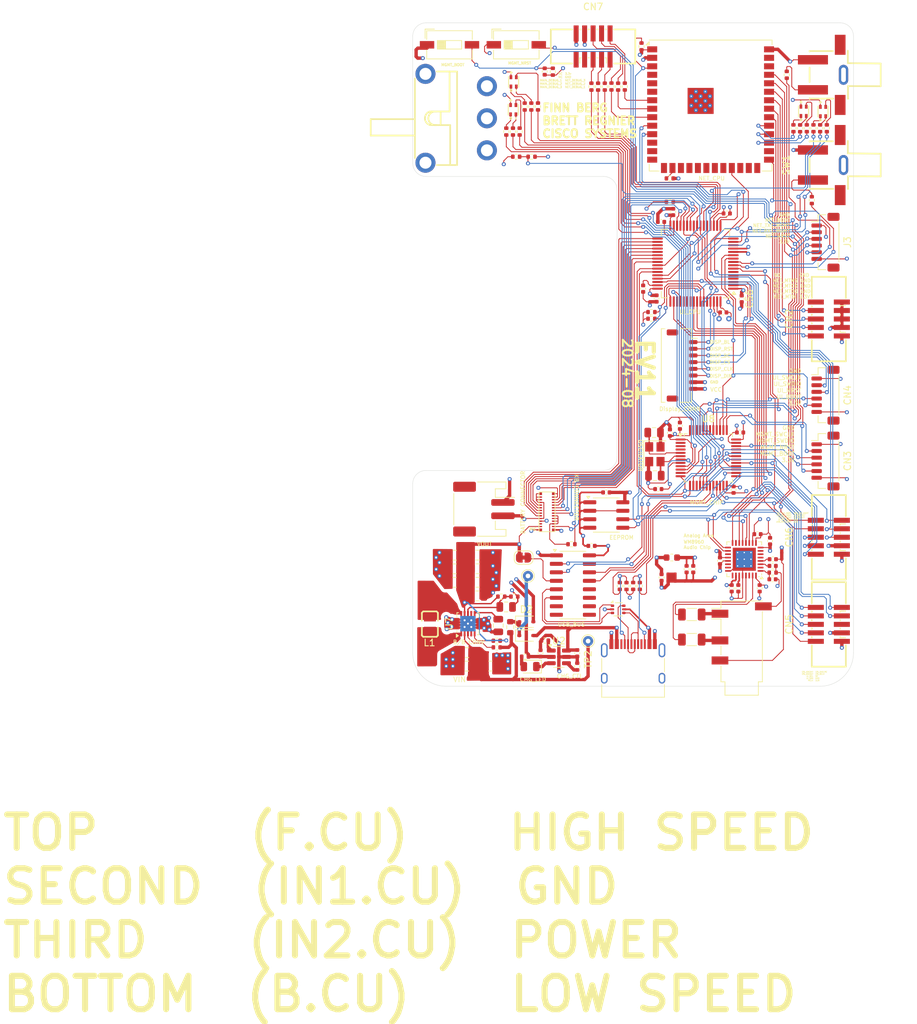
<source format=kicad_pcb>
(kicad_pcb (version 20240108) (generator "pcbnew") (generator_version "8.0")
  (title_block (title "Hactar PCB - Finn Berg, Brett Regnier") (date "2024-07-24") (rev "EV11") (company "CISCO SYSTEMS"))
  (layers (0 "F.Cu" signal) (1 "In1.Cu" power) (2 "In2.Cu" power) (31 "B.Cu" signal) (34 "B.Paste" user) (35 "F.Paste" user) (36 "B.SilkS" user "B.Silkscreen") (37 "F.SilkS" user "F.Silkscreen") (38 "B.Mask" user) (39 "F.Mask" user) (44 "Edge.Cuts" user))
  (net 0 "")
  (net 1 "+3.3VA")
  (net 2 "+3.3V")
  (net 3 "VBUS")
  (net 4 "GND")
  (net 5 "Net-(U6-LINPUT2)")
  (net 6 "Net-(J1-Pin_1)")
  (net 7 "Net-(U7-VIN)")
  (net 8 "Net-(U6-MICBIAS)")
  (net 9 "Net-(U6-HP_R)")
  (net 10 "/MCLK")
  (net 11 "/MGMT_BOOT")
  (net 12 "/MGMT_NRST")
  (net 13 "Net-(U6-HP_L)")
  (net 14 "/MIC_P")
  (net 15 "/LEDA_R")
  (net 16 "Net-(U6-AMID)")
  (net 17 "/DISP_BL")
  (net 18 "/LEDA_G")
  (net 19 "/BATTERY_MON")
  (net 20 "/LEDA_B")
  (net 21 "/KB_COL3")
  (net 22 "/KB_COL4")
  (net 23 "/DISP_DC")
  (net 24 "/DISP_CS")
  (net 25 "/KB_ROW5")
  (net 26 "/KB_ROW1")
  (net 27 "/KB_ROW2")
  (net 28 "/KB_ROW3")
  (net 29 "/KB_ROW4")
  (net 30 "/KB_ROW6")
  (net 31 "/KB_ROW7")
  (net 32 "/LEDB_R")
  (net 33 "/LEDB_G")
  (net 34 "Net-(U7-VAUX)")
  (net 35 "Net-(J9-CC1)")
  (net 37 "Net-(J9-CC2)")
  (net 39 "/LEDB_B")
  (net 42 "/HP_R")
  (net 43 "/HP_L")
  (net 44 "/KB_COL5")
  (net 45 "/KB_COL2")
  (net 46 "/MIC_N")
  (net 47 "Net-(U11-IO46)")
  (net 48 "/KB_COL1")
  (net 49 "Net-(CN7-Pin_5)")
  (net 50 "Net-(U7-FB)")
  (net 51 "/NET_LED_B")
  (net 52 "/NET_LED_G")
  (net 56 "/USB_DTR")
  (net 57 "/USB_RTS")
  (net 59 "/NET_LED_R")
  (net 65 "/NET_STAT")
  (net 68 "/NET_BOOT")
  (net 69 "Net-(U7-L1)")
  (net 70 "/MGMT_SWDIO")
  (net 71 "/MGMT_SWCLK")
  (net 72 "/I2S_DACLRC")
  (net 73 "Net-(D1-A)")
  (net 74 "/UI_BOOT1")
  (net 75 "Net-(U2-TS)")
  (net 76 "/I2S_BCLK")
  (net 77 "/I2S_ADCDAT")
  (net 78 "Net-(U7-L2)")
  (net 81 "/I2S_DACDAT")
  (net 82 "/USB_TX1_MGMT")
  (net 83 "/USB_RX1_MGMT")
  (net 97 "/KB_LED")
  (net 100 "Net-(D2-A)")
  (net 101 "Net-(U7-EN)")
  (net 102 "Net-(U1-VCAP_1)")
  (net 103 "Net-(U1-VCAP_2)")
  (net 104 "Net-(U2-ISET)")
  (net 105 "/NET_TX1_MGMT")
  (net 106 "/NET_RX1_MGMT")
  (net 109 "/PTT_BTN")
  (net 110 "/PTT_AI_BTN")
  (net 111 "/SPI1_CLK")
  (net 112 "/SPI1_MOSI")
  (net 113 "Net-(U1-PC0)")
  (net 114 "Net-(U6-LINPUT1)")
  (net 116 "Net-(U1-PC1)")
  (net 117 "Net-(CN7-Pin_9)")
  (net 118 "/NET_MTDI")
  (net 119 "/NET_MTCK")
  (net 120 "/NET_MTDO")
  (net 121 "/NET_MTMS")
  (net 129 "unconnected-(U8-PA12-Pad33)")
  (net 131 "/RCC_OSC_IN")
  (net 132 "/RCC_OSC_OUT")
  (net 136 "Net-(U1-PB10)")
  (net 137 "Net-(CN7-Pin_7)")
  (net 138 "/NET_NRST")
  (net 139 "Net-(D3---Pad1)")
  (net 140 "Net-(D3---Pad3)")
  (net 141 "Net-(D3---Pad4)")
  (net 142 "Net-(D4---Pad3)")
  (net 143 "Net-(D4---Pad4)")
  (net 144 "Net-(D4---Pad1)")
  (net 145 "Net-(D5---Pad3)")
  (net 146 "Net-(D5---Pad4)")
  (net 147 "Net-(D5---Pad1)")
  (net 148 "Net-(D7---Pad4)")
  (net 149 "Net-(D7---Pad1)")
  (net 150 "Net-(D7---Pad3)")
  (net 151 "Net-(D2-K)")
  (net 152 "Net-(D1-K)")
  (net 153 "/USB_CC2_DETECT")
  (net 154 "/USB_CC1_DETECT")
  (net 155 "/DISP_RST")
  (net 156 "/Wake up Pin")
  (net 159 "/NET_DEBUG_3")
  (net 160 "/NET_DEBUG_2")
  (net 161 "/NET_DEBUG_1")
  (net 165 "Net-(CN7-Pin_10)")
  (net 166 "Net-(CN7-Pin_8)")
  (net 168 "Net-(CN7-Pin_6)")
  (net 169 "Net-(J9-D--PadA7)")
  (net 170 "Net-(J9-D+-PadA6)")
  (net 171 "Net-(U7-PG)")
  (net 175 "/UI_NRST")
  (net 176 "/UI_BOOT")
  (net 177 "/UI_SWCLK")
  (net 178 "/UI_SWDIO")
  (net 179 "/UI_SCL")
  (net 180 "/UI_SDA")
  (net 181 "/UI_TX2_NET")
  (net 182 "/UI_TX1_MGMT")
  (net 183 "/UI_RX2_NET")
  (net 184 "/UI_RX1_MGMT")
  (net 185 "/UI_LED_B")
  (net 186 "/UI_LED_G")
  (net 187 "/UI_LED_R")
  (net 188 "/UI_DEBUG_1")
  (net 189 "/UI_DEBUG_2")
  (net 190 "/UI_DEBUG_3")
  (net 191 "/UI_STAT")
  (net 193 "Net-(U3-UD-)")
  (net 194 "Net-(U3-UD+)")
  (net 200 "GNDA")
  (net 201 "/KB_MIC")
  (net 203 "Net-(JP3-A)")
  (footprint "TestPoint:TestPoint_THTPad_D1.5mm_Drill0.7mm" (layer "F.Cu") (at 131.26 128.79)
    (property "Reference" "TP1" (hide yes))
    (property "Value" "TestPoint")
  )
  (footprint "Capacitor_SMD:C_0805_2012Metric" (layer "F.Cu") (at 120.28 125.69 180)
    (property "Reference" "C45" (hide yes))
    (property "Value" "10u" (hide yes))
  )
  (footprint "Capacitor_SMD:C_0402_1005Metric" (layer "F.Cu") (at 150.51 87.27 -90)
    (property "Reference" "C13" (hide yes))
    (property "Value" "100n" (hide yes))
  )
  (footprint "Resistor_SMD:R_0402_1005Metric" (layer "F.Cu") (at 141.76 55.55 90)
    (property "Reference" "R40" (hide yes))
    (property "Value" "1k0")
  )
  (footprint "Capacitor_SMD:C_0402_1005Metric" (layer "F.Cu") (at 138.6375 140.3575 -90)
    (property "Reference" "C1" (hide yes))
    (property "Value" "10u" (hide yes))
  )
  (footprint "Capacitor_SMD:C_0805_2012Metric" (layer "F.Cu") (at 126.81 136.21 -90)
    (property "Reference" "C40" (hide yes))
    (property "Value" "100n" (hide yes))
  )
  (footprint "Resistor_SMD:R_0402_1005Metric" (layer "F.Cu") (at 142.76 55.55 90)
    (property "Reference" "R41" (hide yes))
    (property "Value" "1k0")
  )
  (footprint "Capacitor_SMD:C_0402_1005Metric" (layer "F.Cu") (at 148.51 85.79 90)
    (property "Reference" "C19" (hide yes))
    (property "Value" "2u2" (hide yes))
  )
  (footprint "Capacitor_SMD:C_0805_2012Metric" (layer "F.Cu") (at 125.63 142.28)
    (property "Reference" "C39" (hide yes))
    (property "Value" "10u" (hide yes))
  )
  (footprint "Resistor_SMD:R_0402_1005Metric" (layer "F.Cu") (at 144.76 55.55 90)
    (property "Reference" "R37" (hide yes))
    (property "Value" "1k0")
  )
  (footprint "Resistor_SMD:R_0402_1005Metric" (layer "F.Cu") (at 126.59 139.48 180)
    (property "Reference" "R1" (hide yes))
    (property "Value" "100k" (hide yes))
  )
  (footprint "Capacitor_SMD:C_0805_2012Metric" (layer "F.Cu") (at 122.12 142.29 180)
    (property "Reference" "C38" (hide yes))
    (property "Value" "10u" (hide yes))
  )
  (footprint "Resistor_SMD:R_0402_1005Metric" (layer "F.Cu") (at 129.22 131.88 180)
    (property "Reference" "R20" (hide yes))
    (property "Value" "64k9" (hide yes))
  )
  (footprint "Capacitor_SMD:C_0805_2012Metric" (layer "F.Cu") (at 123.7 131.78)
    (property "Reference" "C42" (hide yes))
    (property "Value" "100n" (hide yes))
  )
  (footprint "Capacitor_SMD:C_0402_1005Metric" (layer "F.Cu") (at 153.01 74.31 90)
    (property "Reference" "C14" (hide yes))
    (property "Value" "100n" (hide yes))
  )
  (footprint "Capacitor_SMD:C_0805_2012Metric" (layer "F.Cu") (at 150.145 107.3275 180)
    (property "Reference" "C4" (hide yes))
    (property "Value" "33p" (hide yes))
  )
  (footprint "Capacitor_SMD:C_0402_1005Metric" (layer "F.Cu") (at 161.76 130.64 -90)
    (property "Reference" "C3" (hide yes))
    (property "Value" "4u7" (hide yes))
  )
  (footprint "Resistor_SMD:R_0402_1005Metric" (layer "F.Cu") (at 152.5 72.79)
    (property "Reference" "R5" (hide yes))
    (property "Value" "4k7" (hide yes))
  )
  (footprint "Resistor_SMD:R_0402_1005Metric" (layer "F.Cu") (at 134.976205 53.312585 90)
    (property "Reference" "R10" (hide yes))
    (property "Value" "4k7" (hide yes))
  )
  (footprint "Resistor_SMD:R_0402_1005Metric" (layer "F.Cu") (at 131.797668 66.04 180)
    (property "Reference" "R35" (hide yes))
    (property "Value" "3k0")
  )
  (footprint "TestPoint:TestPoint_THTPad_D1.5mm_Drill0.7mm" (layer "F.Cu") (at 140.26 138.54)
    (property "Reference" "TP2")
    (property "Value" "TestPoint")
  )
  (footprint "Connector_JST:JST_SHL_SM08B-SHLS-TF_1x08-1MP_P1.00mm_Horizontal" (layer "F.Cu") (at 154.335 97.29 -90)
    (property "Reference" "J10" (hide yes))
    (property "Value" "Conn_01x08_Socket" (hide yes))
  )
  (footprint "Hactar_Footprints:BM14B(0.B)-24DS-0.4V(53)" (layer "F.Cu") (at 135.308934 122.161432 90)
    (property "Reference" "U13" (hide yes))
    (property "Value" "BM14B(0.8)-24DS-0.4V(53)" (hide yes))
  )
  (footprint "Package_QFP:LQFP-64_10x10mm_P0.5mm" (layer "F.Cu") (at 156.335 82.04 180)
    (property "Reference" "U1" (hide yes))
    (property "Value" "STM32F405RGTx" (hide yes))
  )
  (footprint "Resistor_SMD:R_0402_1005Metric" (layer "F.Cu") (at 148.01 130.29 90)
    (property "Reference" "R33" (hide yes))
    (property "Value" "1k0")
  )
  (footprint "Hactar_Footprints:IDC-SMD_10P-P1.27_X1270WVS-2X05B-6TV01" (layer "F.Cu") (at 141.01 49.54)
    (property "Reference" "CN7")
    (property "Value" "Conn_02x05_Male")
  )
  (footprint "Capacitor_SMD:C_0402_1005Metric" (layer "F.Cu") (at 167.51 123.56 -90)
    (property "Reference" "C16" (hide yes))
    (property "Value" "100n" (hide yes))
  )
  (footprint "Connector_JST:JST_PH_S2B-PH-SM4-TB_1x02-1MP_P2.00mm_Horizontal" (layer "F.Cu") (at 124.66 118.79 -90)
    (property "Reference" "J1" (hide yes))
    (property "Value" "Conn_01x02_Socket" (hide yes))
  )
  (footprint "Diode_SMD:D_0805_2012Metric" (layer "F.Cu") (at 131.575 142.3575 180)
    (property "Reference" "D1" (hide yes))
    (property "Value" "LED" (hide yes))
  )
  (footprint "NetTie:NetTie-4_SMD_Pad0.5mm" (layer "F.Cu") (at 152.76 129.04)
    (property "Reference" "NT1" (hide yes))
    (property "Value" "NetTie_4" (hide yes))
  )
  (footprint "Capacitor_SMD:C_0805_2012Metric" (layer "F.Cu") (at 123.74 127.71)
    (property "Reference" "C48" (hide yes))
    (property "Value" "10u" (hide yes))
  )
  (footprint "Connector_JST:JST_SH_BM06B-SRSS-TB_1x06-1MP_P1.00mm_Vertical" (layer "F.Cu") (at 175.81 111.59 -90)
    (property "Reference" "CN3")
    (property "Value" "Conn_01x06_Female")
  )
  (footprint "Inductor_SMD:L_0603_1608Metric" (layer "F.Cu") (at 152.7975 126.04)
    (property "Reference" "L2" (hide yes))
    (property "Value" "120R1" (hide yes))
  )
  (footprint "Package_TO_SOT_SMD:SOT-23-6" (layer "F.Cu") (at 135.8825 140.9075)
    (property "Reference" "U2")
    (property "Value" "BQ21040DBV")
  )
  (footprint "Resistor_SMD:R_0402_1005Metric" (layer "F.Cu") (at 133.794843 138.459049 180)
    (property "Reference" "R22" (hide yes))
    (property "Value" "10k" (hide yes))
  )
  (footprint "Capacitor_SMD:C_0402_1005Metric" (layer "F.Cu") (at 163.26 87.31 -90)
    (property "Reference" "C56")
    (property "Value" "100n")
  )
  (footprint "Resistor_SMD:R_0402_1005Metric" (layer "F.Cu") (at 172.01 61.79 90)
    (property "Reference" "R17" (hide yes))
    (property "Value" "150R" (hide yes))
  )
  (footprint "Hactar_Footprints:IDC-SMD_10P-P1.27_X1270WVS-2X05B-6TV01" (layer "F.Cu") (at 176.31 123 90)
    (property "Reference" "CN6")
    (property "Value" "Conn_02x05_Male")
  )
  (footprint "Resistor_SMD:R_0402_1005Metric" (layer "F.Cu") (at 132.757326 58.523156 -90)
    (property "Reference" "R13" (hide yes))
    (property "Value" "180" (hide yes))
  )
  (footprint "Resistor_SMD:R_0402_1005Metric" (layer "F.Cu") (at 127.27 131.88 180)
    (property "Reference" "R19" (hide yes))
    (property "Value" "360k" (hide yes))
  )
  (footprint "Resistor_SMD:R_0402_1005Metric" (layer "F.Cu") (at 137.77 124.04 180)
    (property "Reference" "R30" (hide yes))
    (property "Value" "0" (hide yes))
  )
  (footprint "Resistor_SMD:R_0402_1005Metric" (layer "F.Cu") (at 148.26 49.54 -90)
    (property "Reference" "R4" (hide yes))
    (property "Value" "15k" (hide yes))
  )
  (footprint "Resistor_SMD:R_0402_1005Metric" (layer "F.Cu") (at 140.76 55.55 90)
    (property "Reference" "R39" (hide yes))
    (property "Value" "1k0")
  )
  (footprint "Hactar_Footprints:IDC-SMD_10P-P1.27_X1270WVS-2X05B-6TV01" (layer "F.Cu") (at 176.31 136.04 90)
    (property "Reference" "CN5")
    (property "Value" "Conn_02x05_Male")
  )
  (footprint "Jumper:SolderJumper-2_P1.3mm_Bridged_RoundedPad1.0x1.5mm" (layer "F.Cu") (at 130.61 126.04 180)
    (property "Reference" "JP3" (hide yes))
    (property "Value" "SolderJumper_2_Bridged")
  )
  (footprint "Resistor_SMD:R_0402_1005Metric" (layer "F.Cu") (at 145.01 130.29 90)
    (property "Reference" "R31" (hide yes))
    (property "Value" "1k0")
  )
  (footprint "Capacitor_SMD:C_0402_1005Metric" (layer "F.Cu") (at 156.01 127.77 -90)
    (property "Reference" "C8" (hide yes))
    (property "Value" "10n" (hide yes))
  )
  (footprint "Capacitor_SMD:C_0805_2012Metric" (layer "F.Cu") (at 123.73 125.68)
    (property "Reference" "C46" (hide yes))
    (property "Value" "10u" (hide yes))
  )
  (footprint "Resistor_SMD:R_0402_1005Metric" (layer "F.Cu") (at 130.827763 140.870459 180)
    (property "Reference" "R27" (hide yes))
    (property "Value" "1k5" (hide yes))
  )
  (footprint "Resistor_SMD:R_0402_1005Metric" (layer "F.Cu") (at 128.013933 62.279493 -90)
    (property "Reference" "R12" (hide yes))
    (property "Value" "150R" (hide yes))
  )
  (footprint "Resistor_SMD:R_0402_1005Metric" (layer "F.Cu") (at 129.01 62.28 -90)
    (property "Reference" "R11" (hide yes))
    (property "Value" "150R" (hide yes))
  )
  (footprint "Capacitor_SMD:C_0402_1005Metric" (layer "F.Cu") (at 151.188244 75.798099)
    (property "Reference" "C17" (hide yes))
    (property "Value" "2u2" (hide yes))
  )
  (footprint "Button_Switch_SMD:SW_DIP_SPSTx01_Slide_6.7x4.1mm_W6.73mm_P2.54mm_LowProfile_JPin" (layer "F.Cu") (at 129.51 49.29)
    (property "Reference" "SW5" (hide yes))
    (property "Value" "SW_Push" (hide yes))
  )
  (footprint "Hactar_Footprints:KEY-SMD_2P-L7.1-W10.6-P4.00-LS9.0" (layer "F.Cu") (at 176.22 53.79 90)
    (property "Reference" "SW3" (hide yes))
    (property "Value" "TS-1037-A11B3-D2")
  )
  (footprint "Resistor_SMD:R_0402_1005Metric" (layer "F.Cu") (at 130.010891 62.275114 -90)
    (property "Reference" "R6" (hide yes))
    (property "Value" "180" (hide yes))
  )
  (footprint "Hactar_Footprints:LED-ARRAY-SMD_4P-L1.6-W1.5-TL_NH-B1515RGBA" (layer "F.Cu") (at 172.530133 59.248014 90)
    (property "Reference" "D5" (hide yes))
    (property "Value" "NH-B1515RGBA-HF")
  )
  (footprint "Resistor_SMD:R_0402_1005Metric" (layer "F.Cu") (at 170.01 53.78 90)
    (property "Reference" "R29" (hide yes))
    (property "Value" "1k0")
  )
  (footprint "Resistor_SMD:R_0402_1005Metric" (layer "F.Cu") (at 173.01 61.78 90)
    (property "Reference" "R16" (hide yes))
    (property "Value" "180R" (hide yes))
  )
  (footprint "NetTie:NetTie-2_SMD_Pad0.5mm" (layer "F.Cu") (at 169.26 125.79 90)
    (property "Reference" "JP1" (hide yes))
    (property "Value" "SolderJumper_2_Bridged" (hide yes))
  )
  (footprint "Capacitor_SMD:C_1206_3216Metric" (layer "F.Cu") (at 155.785 138.315)
    (property "Reference" "C29" (hide yes))
    (property "Value" "100u" (hide yes))
  )
  (footprint "Resistor_SMD:R_0402_1005Metric" (layer "F.Cu") (at 126.58 138.49)
    (property "Reference" "R21" (hide yes))
    (property "Value" "100k" (hide yes))
  )
  (footprint "Diode_SMD:D_SOD-323" (layer "F.Cu") (at 131.0125 135.65)
    (property "Reference" "D2")
    (property "Value" "1N5819WS")
  )
  (footprint "Capacitor_SMD:C_0402_1005Metric" (layer "F.Cu") (at 151.26 129.02 -90)
    (property "Reference" "C10" (hide yes))
    (property "Value" "1u" (hide yes))
  )
  (footprint "Resistor_SMD:R_0402_1005Metric" (layer "F.Cu") (at 175.01 61.78 90)
    (property "Reference" "R25" (hide yes))
    (property "Value" "150R" (hide yes))
  )
  (footprint "Resistor_SMD:R_0402_1005Metric" (layer "F.Cu") (at 145.76 55.54 90)
    (property "Reference" "R38" (hide yes))
    (property "Value" "1k0")
  )
  (footprint "Capacitor_SMD:C_0402_1005Metric" (layer "F.Cu") (at 133.76 53.29 90)
    (property "Reference" "C36" (hide yes))
    (property "Value" "100n" (hide yes))
  )
  (footprint "Capacitor_SMD:C_0402_1005Metric" (layer "F.Cu") (at 142.99 116.29)
    (property "Reference" "C20" (hide yes))
    (property "Value" "100n")
  )
  (footprint "Capacitor_SMD:C_0402_1005Metric" (layer "F.Cu") (at 150.78 115.79 180)
    (property "Reference" "C35" (hide yes))
    (property "Value" "100n" (hide yes))
  )
  (footprint "Capacitor_SMD:C_0402_1005Metric" (layer "F.Cu") (at 160.503562 89.348391 180)
    (property "Reference" "C12" (hide yes))
    (property "Value" "100n" (hide yes))
  )
  (footprint "Resistor_SMD:R_0402_1005Metric" (layer "F.Cu") (at 171.01 61.78 90)
    (property "Reference" "R18" (hide yes))
    (property "Value" "150R" (hide yes))
  )
  (footprint "Capacitor_SMD:C_0402_1005Metric" (layer "F.Cu") (at 162.041733 115.881246 90)
    (property "Reference" "C25" (hide yes))
    (property "Value" "100n" (hide yes))
  )
  (footprint "Resistor_SMD:R_0402_1005Metric" (layer "F.Cu") (at 152.5 69.29)
    (property "Reference" "R32" (hide yes))
    (property "Value" "4k7" (hide yes))
  )
  (footprint "Hactar_Footprints:LED-ARRAY-SMD_4P-L1.6-W1.5-TL_NH-B1515RGBA" (layer "F.Cu") (at 129.11 54.84 90)
    (property "Reference" "D4" (hide yes))
    (property "Value" "NH-B1515RGBA-HF")
  )
  (footprint "Capacitor_SMD:C_0402_1005Metric" (layer "F.Cu") (at 165.6275 122.54 180)
    (property "Reference" "C15" (hide yes))
    (property "Value" "100n" (hide yes))
  )
  (footprint "Hactar_Footprints:IDC-SMD_10P-P1.27_X1270WVS-2X05B-6TV01" (layer "F.Cu") (at 176.31 90.33 90)
    (property "Reference" "CN2")
    (property "Value" "Conn_05x02_Female")
  )
  (footprint "Resistor_SMD:R_0402_1005Metric" (layer "F.Cu") (at 130.765095 58.531837 -90)
    (property "Reference" "R15" (hide yes))
    (property "Value" "150R" (hide yes))
  )
  (footprint "Package_DFN_QFN:QFN-32-1EP_5x5mm_P0.5mm_EP3.45x3.45mm_ThermalVias" (layer "F.Cu") (at 163.6475 126.29 180)
    (property "Reference" "U6" (hide yes))
    (property "Value" "WM8960CGEFL/RV")
  )
  (footprint "Capacitor_SMD:C_0805_2012Metric" (layer "F.Cu") (at 150.26 113.7775)
    (property "Reference" "C23" (hide yes))
    (property "Value" "33p" (hide yes))
  )
  (footprint "Resistor_SMD:R_0402_1005Metric" (layer "F.Cu") (at 167.8975 128.29 180)
    (property "Reference" "R9" (hide yes))
    (property "Value" "2k2" (hide yes))
  )
  (footprint "Resistor_SMD:R_0402_1005Metric" (layer "F.Cu") (at 131.76 58.53 -90)
    (property "Reference" "R14" (hide yes))
    (property "Value" "150" (hide yes))
  )
  (footprint "Capacitor_SMD:C_1206_3216Metric" (layer "F.Cu") (at 155.785 134.565)
    (property "Reference" "C30" (hide yes))
    (property "Value" "100u" (hide yes))
  )
  (footprint "Button_Switch_SMD:SW_DIP_SPSTx01_Slide_6.7x4.1mm_W6.73mm_P2.54mm_LowProfile_JPin" (layer "F.Cu") (at 119.51 49.29)
    (property "Reference" "SW4" (hide yes))
    (property "Value" "SW_Push" (hide yes))
  )
  (footprint "Resistor_SMD:R_0402_1005Metric" (layer "F.Cu") (at 173.76 72.54 90)
    (property "Reference" "R28" (hide yes))
    (property "Value" "1k0")
  )
  (footprint "Diode_SMD:D_SOD-323" (layer "F.Cu") (at 131.01 137.71)
    (property "Reference" "D6" (hide yes))
    (property "Value" "1N5819WS" (hide yes))
  )
  (footprint "Package_SO:SOIC-16_3.9x9.9mm_P1.27mm" (layer "F.Cu") (at 137.985 130.155)
    (property "Reference" "U3" (hide yes))
    (property "Value" "CH340C" (hide yes))
  )
  (footprint "Resistor_SMD:R_0402_1005Metric" (layer "F.Cu") (at 176.01 61.78 90)
    (property "Reference" "R23" (hide yes))
    (property "Value" "180R" (hide yes))
  )
  (footprint "Resistor_SMD:R_0402_1005Metric" (layer "F.Cu") (at 146.01 130.3 90)
    (property "Reference" "R3" (hide yes))
    (property "Value" "5k1")
  )
  (footprint "Connector_JST:JST_SH_BM06B-SRSS-TB_1x06-1MP_P1.00mm_Vertical" (layer "F.Cu") (at 175.81 78.84 -90)
    (property "Reference" "J3")
    (property "Value" "Conn_01x06_Socket")
  )
  (footprint "Capacitor_SMD:C_0402_1005Metric" (layer "F.Cu") (at 163.025 107.32)
    (property "Reference" "C34" (hide yes))
    (property "Value" "100n" (hide yes))
  )
  (footprint "Hactar_Footprints:SW-TH_SS-12D11G5R" (layer "F.Cu") (at 120.51 60.29 90)
    (property "Reference" "SW6" (hide yes))
    (property "Value" "SW_SPDT")
  )
  (footprint "Connector_JST:JST_SH_BM06B-SRSS-TB_1x06-1MP_P1.00mm_Vertical" (layer "F.Cu") (at 175.81 101.74 -90)
    (property "Reference" "CN4")
    (property "Value" "Conn_01x06_Female")
  )
  (footprint "Connector_Audio:Jack_3.5mm_PJ320D_Horizontal" (layer "F.Cu") (at 163.26 138.265 90)
    (property "Reference" "J2" (hide yes))
    (property "Value" "AudioJack1")
  )
  (footprint "Hactar_Footprints:MCL2016A1R0MT" (layer "F.Cu") (at 116.575327 136.000688 90)
    (property "Reference" "L1")
    (property "Value" "1uH")
  )
  (footprint "Resistor_SMD:R_0402_1005Metric" (layer "F.Cu") (at 143.76 55.53 90)
    (property "Reference" "R36" (hide yes))
    (property "Value" "1k0")
  )
  (footprint "Hactar_Footprints:LED-ARRAY-SMD_4P-L1.6-W1.5-TL_NH-B1515RGBA" (layer "F.Cu") (at 175.441816 59.284632 90)
    (property "Reference" "D7" (hide yes))
    (property "Value" "NH-B1515RGBA-HF")
  )
  (footprint "Capacitor_SMD:C_0402_1005Metric" (layer "F.Cu") (at 167.8975 127.29)
    (property "Reference" "C18" (hide yes))
    (property "Value" "1u" (hide yes))
  )
  (footprint "Resistor_SMD:R_0402_1005Metric" (layer "F.Cu") (at 149.75 90.29)
    (property "Reference" "R8" (hide yes))
    (property "Value" "1k5")
  )
  (footprint "Hactar_Footprints:LED-ARRAY-SMD_4P-L1.6-W1.5-TL_NH-B1515RGBA" (layer "F.Cu") (at 129.053691 59.00382 90)
    (property "Reference" "D3" (hide yes))
    (property "Value" "NH-B1515RGBA-HF")
  )
  (footprint "Capacitor_SMD:C_0402_1005Metric" (layer "F.Cu") (at 133.1375 140.3775 90)
    (property "Reference" "C2" (hide yes))
    (property "Value" "10u" (hide yes))
  )
  (footprint "Capacitor_SMD:C_0402_1005Metric" (layer "F.Cu") (at 160.01 126.52 90)
    (property "Reference" "C6" (hide yes))
    (property "Value" "4u7" (hide yes))
  )
  (footprint "Resistor_SMD:R_0402_1005Metric" (layer "F.Cu") (at 129.5 66.04 180)
    (property "Reference" "R34" (hide yes))
    (property "Value" "1k0")
  )
  (footprint "Resistor_SMD:R_0402_1005Metric" (layer "F.Cu") (at 149.75 89.29)
    (property "Reference" "R7" (hide yes))
    (property "Value" "1k5")
  )
  (footprint "Capacitor_SMD:C_0805_2012Metric" (layer "F.Cu") (at 127.99 133.43)
    (property "Reference" "C41" (hide yes))
    (property "Value" "2p2" (hide yes))
  )
  (footprint "RF_Module:ESP32-S3-WROOM-1U" (layer "F.Cu") (at 158.61 58.38)
    (property "Reference" "U11" (hide yes))
    (property "Value" "ESP32-S3-WROOM-1-N8R2" (hide yes))
  )
  (footprint "Resistor_SMD:R_0402_1005Metric" (layer "F.Cu") (at 138.6375 142.3475 90)
    (property "Reference" "R26" (hide yes))
    (property "Value" "680" (hide yes))
  )
  (footprint "Capacitor_SMD:C_0402_1005Metric" (layer "F.Cu") (at 165.95 130.64 90)
    (property "Reference" "C7" (hide yes))
    (property "Value" "100n" (hide yes))
  )
  (footprint "Capacitor_SMD:C_0402_1005Metric" (layer "F.Cu") (at 140.78 124.29 180)
    (property "Reference" "C32" (hide yes))
    (property "Value" "100n" (hide yes))
  )
  (footprint "Capacitor_SMD:C_0402_1005Metric" (layer "F.Cu") (at 162.76 130.64 -90)
    (property "Reference" "C31" (hide yes))
    (property "Value" "4.7u" (hide yes))
  )
  (footprint "Capacitor_SMD:C_0805_2012Metric" (layer "F.Cu") (at 120.26 129.75 180)
    (property "Reference" "C43" (hide yes))
    (property "Value" "10u" (hide yes))
  )
  (footprint "Capacitor_SMD:C_0402_1005Metric" (layer "F.Cu") (at 155.01 127.77 -90)
    (property "Reference" "C9" (hide yes))
    (property "Value" "1u" (hide yes))
  )
  (footprint "Capacitor_SMD:C_0402_1005Metric" (layer "F.Cu") (at 152.51475 107.358126 -90)
    (property "Reference" "C24" (hide yes))
    (property "Value" "100n" (hide yes))
  )
  (footprint "Resistor_SMD:R_0603_1608Metric" (layer "F.Cu") (at 128.606346 136.465 -90)
    (property "Reference" "R42" (hide yes))
    (property "Value" "0R1")
  )
  (footprint "Capacitor_SMD:C_0402_1005Metric" (layer "F.Cu") (at 167.9175 126.29)
    (property "Reference" "C5" (hide yes))
    (property "Value" "1u" (hide yes))
  )
  (footprint "Connector_USB:USB_C_Receptacle_HRO_TYPE-C-31-M-12" (layer "F.Cu") (at 147 143.046)
    (property "Reference" "J9" (hide yes))
    (property "Value" "USB_C_Receptacle")
  )
  (footprint "Capacitor_SMD:C_0402_1005Metric" (layer "F.Cu") (at 161.027911 74.54)
    (property "Reference" "C11" (hide yes))
    (property "Value" "100n" (hide yes))
  )
  (footprint "Package_QFP:LQFP-48_7x7mm_P0.5mm" (layer "F.Cu") (at 158.271133 111.117932)
    (property "Reference" "U8")
    (property "Value" "STM32F072CBTx")
  )
  (footprint "Package_TO_SOT_SMD:SOT-666" (layer "F.Cu") (at 144.76 133.79)
    (property "Reference" "U4" (hide yes))
    (property "Value" "USBLC6-2P6" (hide yes))
  )
  (footprint "Capacitor_SMD:C_0805_2012Metric" (layer "F.Cu") (at 122.14 140.26 180)
    (property "Reference" "C37" (hide yes))
    (property "Value" "100n" (hide yes))
  )
  (footprint "Capacitor_SMD:C_0402_1005Metric" (layer "F.Cu") (at 167.8775 129.29)
    (property "Reference" "C28" (hide yes))
    (property "Value" "4.7u" (hide yes))
  )
  (footprint "Package_SON:Texas_S-PWSON-N10_ThermalVias" (layer "F.Cu") (at 122.27 135.93 90)
    (property "Reference" "U7")
    (property "Value" "TPS63060")
  )
  (footprint "Capacitor_SMD:C_0805_2012Metric" (layer "F.Cu") (at 123.73 129.74)
    (property "Reference" "C47" (hide yes))
    (property "Value" "10u" (hide yes))
  )
  (footprint "Hactar_Footprints:KEY-SMD_2P-L7.1-W10.6-P4.00-LS9.0" (layer "F.Cu") (at 176.22 67.29 90)
    (property "Reference" "SW1")
    (property "Value" "TS-1037-A11B3-D2")
  )
  (footprint "Capacitor_SMD:C_0805_2012Metric" (layer "F.Cu") (at 120.27 127.72 180)
    (property "Reference" "C44" (hide yes))
    (property "Value" "10u" (hide yes))
  )
  (footprint "Resistor_SMD:R_0402_1005Metric" (layer "F.Cu") (at 147.01 130.29 90)
    (property "Reference" "R2" (hide yes))
    (property "Value" "5k1")
  )
  (footprint "Capacitor_SMD:C_0402_1005Metric" (layer "F.Cu") (at 154.01 106.31 -90)
    (property "Reference" "C26" (hide yes))
    (property "Value" "100n" (hide yes))
  )
  (footprint "Package_SO:SOIC-8_3.9x4.9mm_P1.27mm" (layer "F.Cu") (at 142.99 119.67)
    (property "Reference" "U5" (hide yes))
    (property "Value" "M24C02-RMN6TP")
  )
  (footprint "Resistor_SMD:R_0402_1005Metric" (layer "F.Cu") (at 174.01 61.78 90)
    (property "Reference" "R24" (hide yes))
    (property "Value" "150R" (hide yes))
  )
  (footprint "Crystal:Crystal_SMD_3225-4Pin_3.2x2.5mm" (layer "F.Cu") (at 150.26 110.5775 -90)
    (property "Reference" "Y1" (hide yes))
    (property "Value" "Crystal_GND24" (hide yes))
  )
  (gr_arc (start 142.6 69) (mid 144.014214 69.585786) (end 144.6 71) (stroke (width 0.05)) (layer "Edge.Cuts"))
  (gr_arc (start 178 46) (mid 179.414214 46.585786) (end 180 48) (stroke (width 0.05)) (layer "Edge.Cuts"))
  (gr_line (start 178 46) (end 116 46) (stroke (width 0.05)) (layer "Edge.Cuts"))
  (gr_arc (start 119 145.3) (mid 115.464466 143.835534) (end 114 140.3) (stroke (width 0.05)) (layer "Edge.Cuts"))
  (gr_line (start 144.6 71) (end 144.6 111) (stroke (width 0.05)) (layer "Edge.Cuts"))
  (gr_arc (start 180 140.3) (mid 178.535534 143.835534) (end 175 145.3) (stroke (width 0.05)) (layer "Edge.Cuts"))
  (gr_line (start 116 69) (end 142.6 69) (stroke (width 0.05)) (layer "Edge.Cuts"))
  (gr_arc (start 114 115) (mid 114.585785 113.585785) (end 116 113) (stroke (width 0.05)) (layer "Edge.Cuts"))
  (gr_arc (start 144.6 111) (mid 144.014214 112.414214) (end 142.6 113) (stroke (width 0.05)) (layer "Edge.Cuts"))
  (gr_line (start 142.6 113) (end 116 113) (stroke (width 0.05)) (layer "Edge.Cuts"))
  (gr_line (start 180 48) (end 180 140.3) (stroke (width 0.05)) (layer "Edge.Cuts"))
  (gr_line (start 119 145.3) (end 175 145.3) (stroke (width 0.05)) (layer "Edge.Cuts"))
  (gr_arc (start 114 48) (mid 114.585786 46.585786) (end 116 46) (stroke (width 0.05)) (layer "Edge.Cuts"))
  (gr_arc (start 116 69) (mid 114.585786 68.414214) (end 114 67) (stroke (width 0.05)) (layer "Edge.Cuts"))
  (gr_line (start 114 115) (end 114 140.3) (stroke (width 0.05)) (layer "Edge.Cuts"))
  (gr_line (start 114 48) (end 114 67) (stroke (width 0.05)) (layer "Edge.Cuts"))
  (gr_text "MIC" (at 132.01 121.79 0) (layer "F.SilkS") (effects (font (size 0.4 0.4) (thickness 0.1))))
  (gr_text "VIN" (at 121.01 144.29 0) (layer "F.SilkS") (effects (font (size 0.8 0.8) (thickness 0.1))))
  (gr_text "FINN BERG\nBRETT REGNIER\nCISCO SYSTEMS" (at 133.26 63.29 0) (layer "F.SilkS") (effects (font (size 1.2 1.2) (thickness 0.3) (bold yes)) (justify left bottom)))
  (gr_text "GND" (at 159.14 99.78 0) (layer "F.SilkS") (effects (font (size 0.4 0.4) (thickness 0.1))))
  (gr_text "NC" (at 135.76 53.79 0) (layer "F.SilkS") (effects (font (size 0.3 0.3) (thickness 0.075) (bold yes)) (justify left bottom)))
  (gr_text "DISP_DC" (at 160.02 95.83 0) (layer "F.SilkS") (effects (font (size 0.5 0.5) (thickness 0.1))))
  (gr_text "USB_TX1_MGMT\nUI_RX2_NET\nUI_TX2_NET\nGND\n3.3V" (at 171.01 120.04 0) (layer "F.SilkS") (effects (font (size 0.2 0.2) (thickness 0.05) (bold yes)) (justify left)))
  (gr_text "OSCILATOR" (at 148.105 110.75 -90) (layer "F.SilkS") (effects (font (size 0.6 0.6) (thickness 0.1))))
  (gr_text "I2S_DACLRC\nI2S_BCLK\nNC\nGND\n3.3V" (at 174.26 143.79 0) (layer "F.SilkS") (effects (font (size 0.2 0.2) (thickness 0.05) (bold yes)) (justify left)))
  (gr_text "GND\nNET_BOOT\nNET_TX1_MGMT\nNET_RX1_MGMT\nNET_NRST\n3.3V" (at 170.51 79.04 0) (layer "F.SilkS") (effects (font (size 0.5 0.5) (thickness 0.1) (bold yes)) (justify right bottom)))
  (gr_text "MAIN_DEBUG_2" (at 133.01 55.29 0) (layer "F.SilkS") (effects (font (size 0.3 0.3) (thickness 0.075) (bold yes)) (justify left bottom)))
  (gr_text "NET_DEBUG_2" (at 136.76 55.29 0) (layer "F.SilkS") (effects (font (size 0.3 0.3) (thickness 0.075) (bold yes)) (justify left bottom)))
  (gr_text "USB_BUS" (at 137.76 136.04 0) (layer "F.SilkS") (effects (font (size 0.6 0.6) (thickness 0.1))))
  (gr_text "Analog Area" (at 154.51 123.04 0) (layer "F.SilkS") (effects (font (size 0.5 0.5) (thickness 0.1) (bold yes)) (justify left bottom)))
  (gr_text "KB CONNECTOR" (at 138.51 117.04 -90) (layer "F.SilkS") (effects (font (size 0.6 0.6) (thickness 0.1))))
  (gr_text "GND\nUI_SWCLK\nUI_SWDIO\nUI_NRST\nUI_BOOT\n3.3V" (at 172.26 100.54 0) (layer "F.SilkS") (effects (font (size 0.6 0.6) (thickness 0.1) (bold yes)) (justify right)))
  (gr_text "DISP_DIN" (at 160.14 98.87 0) (layer "F.SilkS") (effects (font (size 0.5 0.5) (thickness 0.1))))
  (gr_text "NET_DEBUG_1" (at 136.76 55.79 0) (layer "F.SilkS") (effects (font (size 0.3 0.3) (thickness 0.075) (bold yes)) (justify left bottom)))
  (gr_text "MGMT_BOOT" (at 120.01 52.29 0) (layer "F.SilkS") (effects (font (size 0.4 0.4) (thickness 0.1))))
  (gr_text "WM8960\nAudio Chip" (at 154.51 124.79 0) (layer "F.SilkS") (effects (font (size 0.5 0.5) (thickness 0.1) (bold yes)) (justify left bottom)))
  (gr_text "VOUT" (at 124.76 124.04 0) (layer "F.SilkS") (effects (font (size 0.6 0.6) (thickness 0.1))))
  (gr_text "CHG_CTL" (at 137.51 143.79 0) (layer "F.SilkS") (effects (font (size 0.6 0.6) (thickness 0.1))))
  (gr_text "DISP_CS" (at 160.01 96.79 0) (layer "F.SilkS") (effects (font (size 0.5 0.5) (thickness 0.1))))
  (gr_text "NC       GND\nNET_MTMS GND\nNET_MTCK GND\nNET_MTDO GND\nNET_MTDI 3.3V" (at 170.76 87.29 0) (layer "F.SilkS") (effects (font (size 0.5 0.5) (thickness 0.1) (bold yes)) (justify bottom)))
  (gr_text "GND\nMGMT_SWCLK\nMGMT_SWDIO\nMGMT_NRST\nMGMT_BOOT\n3.3V" (at 171.26 109.04 0) (layer "F.SilkS") (effects (font (size 0.6 0.6) (thickness 0.1) (bold yes)) (justify right)))
  (gr_text "MGMT_CHIP" (at 158.01 117.79 0) (layer "F.SilkS") (effects (font (size 0.6 0.6) (thickness 0.1))))
  (gr_text "DISP_BL" (at 159.99 93.78 0) (layer "F.SilkS") (effects (font (size 0.5 0.5) (thickness 0.1))))
  (gr_text "VCC" (at 159.42 100.9 0) (layer "F.SilkS") (effects (font (size 0.6 0.6) (thickness 0.1))))
  (gr_text "EV11" (at 147.26 93.04 -90) (layer "F.SilkS") (effects (font (size 2.5 2.5) (thickness 0.625) (bold yes)) (justify left bottom)))
  (gr_text "TOP      (F.CU)    HIGH SPEED\nSECOND  (IN1.CU)  GND\nTHIRD    (IN2.CU)  POWER\nBOTTOM  (B.CU)    LOW SPEED" (at 52.2 179.3 0) (layer "F.SilkS") (effects (font (size 5 5) (thickness 0.9)) (justify left)))
  (gr_text "3.3v" (at 136.76 53.79 0) (layer "F.SilkS") (effects (font (size 0.3 0.3) (thickness 0.075) (bold yes)) (justify left bottom)))
  (gr_text "NET_DEBUG_3" (at 136.76 54.79 0) (layer "F.SilkS") (effects (font (size 0.3 0.3) (thickness 0.075) (bold yes)) (justify left bottom)))
  (gr_text "GND" (at 136.76 54.29 0) (layer "F.SilkS") (effects (font (size 0.3 0.3) (thickness 0.075) (bold yes)) (justify left bottom)))
  (gr_text "BATTERY CONNECTOR" (at 130.51 117.79 90) (layer "F.SilkS") (effects (font (size 0.6 0.6) (thickness 0.1))))
  (gr_text "NET_CPU" (at 158.76 69.29 0) (layer "F.SilkS") (effects (font (size 0.6 0.6) (thickness 0.1))))
  (gr_text "B/B CONV" (at 122.37 138.7 0) (layer "F.SilkS") (effects (font (size 0.6 0.6) (thickness 0.1))))
  (gr_text "UI_CPU" (at 155.56 89.27 0) (layer "F.SilkS") (effects (font (size 0.6 0.6) (thickness 0.1))))
  (gr_text "NC" (at 135.76 54.29 0) (layer "F.SilkS") (effects (font (size 0.3 0.3) (thickness 0.075) (bold yes)) (justify left bottom)))
  (gr_text "EEPROM" (at 145.26 123.04 0) (layer "F.SilkS") (effects (font (size 0.6 0.6) (thickness 0.1))))
  (gr_text "2024-08" (at 145.26 93.04 270) (layer "F.SilkS") (effects (font (size 1.5 1.5) (thickness 0.3) (bold yes)) (justify left bottom)))
  (gr_text "I2S_ADCDAT\nI2S_DACDAT\nUI_SCL\nUI_SDA\nMCLK" (at 174.01 143.79 0) (layer "F.SilkS") (effects (font (size 0.2 0.2) (thickness 0.05) (bold yes)) (justify right)))
  (gr_text "DISP_CLK" (at 160.23 97.81 0) (layer "F.SilkS") (effects (font (size 0.5 0.5) (thickness 0.1))))
  (gr_text "CHG_LED" (at 132.01 144.29 0) (layer "F.SilkS") (effects (font (size 0.6 0.6) (thickness 0.1))))
  (gr_text "NET_TX1_MGMT\nNET_RX1_MGMT\nUI_TX1_MGMT\nUI_RX1_MGMT\nUSB_RX1_MGMT" (at 170.76 120.04 0) (layer "F.SilkS") (effects (font (size 0.2 0.2) (thickness 0.05) (bold yes)) (justify right)))
  (gr_text "MAIN_DEBUG_1" (at 133.01 54.79 0) (layer "F.SilkS") (effects (font (size 0.3 0.3) (thickness 0.075) (bold yes)) (justify left bottom)))
  (gr_text "DISP_RST" (at 160.22 94.83 0) (layer "F.SilkS") (effects (font (size 0.5 0.5) (thickness 0.1))))
  (gr_text "Display_CONN" (at 154.01 103.79 0) (layer "F.SilkS") (effects (font (size 0.6 0.6) (thickness 0.1))))
  (gr_text "MGMT_NRST" (at 130.01 52.04 0) (layer "F.SilkS") (effects (font (size 0.4 0.4) (thickness 0.1))))
  (gr_text "MAIN_DEBUG_3" (at 133.01 55.79 0) (layer "F.SilkS") (effects (font (size 0.3 0.3) (thickness 0.075) (bold yes)) (justify left bottom)))
  (segment (start 165.3975 128.7275) (end 165.3975 129.1775) (width 0.127) (layer "F.Cu") (net 1))
  (segment (start 160.05 127) (end 160.51 126.54) (width 0.127) (layer "F.Cu") (net 1))
  (segment (start 160.51 126.54) (end 161.21 126.54) (width 0.127) (layer "F.Cu") (net 1))
  (segment (start 164.01 79.79) (end 164.26 79.54) (width 0.25) (layer "F.Cu") (net 1))
  (segment (start 161.01 130.16) (end 161.76 130.16) (width 0.25) (layer "F.Cu") (net 1))
  (segment (start 166.69066 130.16) (end 166.91533 130.38467) (width 0.127) (layer "F.Cu") (net 1))
  (segment (start 155.26 126.04) (end 155.51 126.04) (width 0.25) (layer "F.Cu") (net 1))
  (segment (start 153.585 126.04) (end 156.26 126.04) (width 0.5) (layer "F.Cu") (net 1))
  (segment (start 165.95 129.79) (end 165.95 130.16) (width 0.127) (layer "F.Cu") (net 1))
  (segment (start 155.01 127.29) (end 155.01 126.29) (width 0.25) (layer "F.Cu") (net 1))
  (segment (start 165.95 130.16) (end 166.69066 130.16) (width 0.127) (layer "F.Cu") (net 1))
  (segment (start 155.01 126.29) (end 155.26 126.04) (width 0.25) (layer "F.Cu") (net 1))
  (segment (start 165.3975 129.1775) (end 165.95 129.73) (width 0.127) (layer "F.Cu") (net 1))
  (segment (start 156.01 126.29) (end 156.26 126.04) (width 0.25) (layer "F.Cu") (net 1))
  (segment (start 162.268668 129.49) (end 161.96481 129.49) (width 0.25) (layer "F.Cu") (net 1))
  (segment (start 160.01 128.04) (end 160.01 127) (width 0.5) (layer "F.Cu") (net 1))
  (segment (start 160.02149 127) (end 160.01 127) (width 0.25) (layer "F.Cu") (net 1))
  (segment (start 165.95 129.73) (end 165.95 129.79) (width 0.127) (layer "F.Cu") (net 1))
  (segment (start 162.3975 128.7275) (end 162.3975 129.361168) (width 0.25) (layer "F.Cu") (net 1))
  (segment (start 161.76 129.69481) (end 161.76 130.16) (width 0.25) (layer "F.Cu") (net 1))
  (segment (start 162.3975 129.361168) (end 162.268668 129.49) (width 0.25) (layer "F.Cu") (net 1))
  (segment (start 161.96481 129.49) (end 161.76 129.69481) (width 0.25) (layer "F.Cu") (net 1))
  (segment (start 156.01 127.29) (end 156.01 126.29) (width 0.25) (layer "F.Cu") (net 1))
  (segment (start 162.01 79.79) (end 164.01 79.79) (width 0.25) (layer "F.Cu") (net 1))
  (segment (start 160.01 127) (end 160.05 127) (width 0.127) (layer "F.Cu") (net 1))
  (via (at 164.26 79.54) (size 0.6) (drill 0.3) (layers "F.Cu" "B.Cu") (net 1))
  (via (at 160.01 128.04) (size 0.6) (drill 0.3) (layers "F.Cu" "B.Cu") (net 1))
  (via (at 156.26 126.04) (size 0.6) (drill 0.3) (layers "F.Cu" "B.Cu") (net 1))
  (via (at 166.91533 130.38467) (size 0.6) (drill 0.3) (layers "F.Cu" "B.Cu") (net 1))
  (via (at 161.01 130.16) (size 0.6) (drill 0.3) (layers "F.Cu" "B.Cu") (net 1))
  (segment (start 163.432068 108.367932) (end 163.51 108.29) (width 0.127) (layer "F.Cu") (net 2))
  (segment (start 172.130133 58.548014) (end 172.130133 58.364381) (width 0.127) (layer "F.Cu") (net 2))
  (segment (start 121.77 134.455) (end 121.77 132.76) (width 0.2) (layer "F.Cu") (net 2))
  (segment (start 149.01 73.8155) (end 150.0355 72.79) (width 0.127) (layer "F.Cu") (net 2))
  (segment (start 146.01 116.29) (end 146.51 116.29) (width 0.5) (layer "F.Cu") (net 2))
  (segment (start 178.26 139.54) (end 178.26 138.58) (width 0.5) (layer "F.Cu") (net 2))
  (segment (start 150.66 85.79) (end 149.634677 85.79) (width 0.127) (layer "F.Cu") (net 2))
  (segment (start 155.933 109.75991) (end 155.6965 109.52341) (width 0.127) (layer "F.Cu") (net 2))
  (segment (start 152.585 76.365) (end 152.585 75.215) (width 0.127) (layer "F.Cu") (net 2))
  (segment (start 152.597432 108.367932) (end 154.108633 108.367932) (width 0.127) (layer "F.Cu") (net 2))
  (segment (start 172.01 57.54) (end 174.809073 57.54) (width 0.127) (layer "F.Cu") (net 2))
  (segment (start 178.26 126.54) (end 178.26 125.54) (width 0.5) (layer "F.Cu") (net 2))
  (segment (start 114.76 51.29) (end 115.51 51.29) (width 0.5) (layer "F.Cu") (net 2))
  (segment (start 159.808105 74.54) (end 159.085 75.263105) (width 0.127) (layer "F.Cu") (net 2))
  (segment (start 145.76 116.54) (end 146.01 116.29) (width 0.5) (layer "F.Cu") (net 2))
  (segment (start 160.5735 73.59) (end 160.547911 73.615589) (width 0.5) (layer "F.Cu") (net 2))
  (segment (start 160.085 88.615) (end 160.1865 88.7165) (width 0.127) (layer "F.Cu") (net 2))
  (segment (start 178.26 93.79) (end 178.26 92.87) (width 0.5) (layer "F.Cu") (net 2))
  (segment (start 154.01 107.54) (end 154.01 106.79) (width 0.127) (layer "F.Cu") (net 2))
  (segment (start 156.01 100.79) (end 157.76 100.79) (width 0.5) (layer "F.Cu") (net 2))
  (segment (start 162.041733 115.401246) (end 162.871246 115.401246) (width 0.127) (layer "F.Cu") (net 2))
  (segment (start 155.6965 109.52341) (end 155.6965 108.9765) (width 0.127) (layer "F.Cu") (net 2))
  (segment (start 165.1475 122.54) (end 164.8975 122.79) (width 0.127) (layer "F.Cu") (net 2))
  (segment (start 165.1475 121.1525) (end 165.1475 122.54) (width 0.127) (layer "F.Cu") (net 2))
  (segment (start 155.521133 107.778867) (end 155.51 107.79) (width 0.127) (layer "F.Cu") (net 2))
  (segment (start 131.41 121.39) (end 133.166281 121.39) (width 0.127) (layer "F.Cu") (net 2))
  (segment (start 160.5735 73.59) (end 160.5735 74.514411) (width 0.127) (layer "F.Cu") (net 2))
  (segment (start 161.342746 90.29) (end 161.683 89.949746) (width 0.127) (layer "F.Cu") (net 2))
  (segment (start 155.521133 106.955432) (end 155.521133 107.778867) (width 0.127) (layer "F.Cu") (net 2))
  (segment (start 128.653691 58.30382) (end 128.653691 57.433691) (width 0.127) (layer "F.Cu") (net 2))
  (segment (start 170.91 57.54) (end 172.01 57.54) (width 0.127) (layer "F.Cu") (net 2))
  (segment (start 150.521813 127.051813) (end 151.26 127.79) (width 0.5) (layer "F.Cu") (net 2))
  (segment (start 175.041816 57.772743) (end 175.041816 58.584632) (width 0.127) (layer "F.Cu") (net 2))
  (segment (start 152.585 75.215) (end 153.01 74.79) (width 0.127) (layer "F.Cu") (net 2))
  (segment (start 151.26 127.79) (end 151.26 128.54) (width 0.5) (layer "F.Cu") (net 2))
  (segment (start 138.47 49.25) (end 138.51 49.29) (width 0.5) (layer "F.Cu") (net 2))
  (segment (start 114.76 49.79) (end 114.51 50.04) (width 0.5) (layer "F.Cu") (net 2))
  (segment (start 160.1865 88.7165) (end 160.4165 88.7165) (width 0.127) (layer "F.Cu") (net 2))
  (segment (start 114.51 51.04) (end 114.76 51.29) (width 0.5) (layer "F.Cu") (net 2))
  (segment (start 152.01 74.79) (end 152.906533 74.79) (width 0.5) (layer "F.Cu") (net 2))
  (segment (start 152.01 126.04) (end 150.522118 126.04) (width 0.5) (layer "F.Cu") (net 2))
  (segment (start 153.51 107.79) (end 153.26 107.54) (width 0.127) (layer "F.Cu") (net 2))
  (segment (start 155.51 107.79) (end 153.76 107.79) (width 0.127) (layer "F.Cu") (net 2))
  (segment (start 162.01 85.79) (end 163.26 85.79) (width 0.2) (layer "F.Cu") (net 2))
  (segment (start 153.26 107.54) (end 152.961874 107.838126) (width 0.25) (layer "F.Cu") (net 2))
  (segment (start 149.24 90.29) (end 148.76 90.29) (width 0.127) (layer "F.Cu") (net 2))
  (segment (start 175.883 78.04) (end 175.883 76.663) (width 0.127) (layer "F.Cu") (net 2))
  (segment (start 163.505 108.285) (end 163.505 107.32) (width 0.127) (layer "F.Cu") (net 2))
  (segment (start 148.51 91.169332) (end 148.525297 91.184629) (width 0.127) (layer "F.Cu") (net 2))
  (segment (start 125.7 132.94) (end 121.95 132.94) (width 0.2) (layer "F.Cu") (net 2))
  (segment (start 121.95 132.94) (end 121.77 132.76) (width 0.2) (layer "F.Cu") (net 2))
  (segment (start 160.085 87.715) (end 160.085 88.615) (width 0.127) (layer "F.Cu") (net 2))
  (segment (start 161.683 89.949746) (end 161.683 89.54) (width 0.127) (layer "F.Cu") (net 2))
  (segment (start 153.76 107.79) (end 154.01 107.54) (width 0.127) (layer "F.Cu") (net 2))
  (segment (start 129.96 124.04) (end 129.96 122.84) (width 0.127) (layer "F.Cu") (net 2))
  (segment (start 150.0355 72.79) (end 151.99 72.79) (width 0.127) (layer "F.Cu") (net 2))
  (segment (start 143.26 125.04) (end 143.26 124.29) (width 0.25) (layer "F.Cu") (net 2))
  (segment (start 129.96 126.04) (end 129.96 124.04) (width 0.5) (layer "F.Cu") (net 2))
  (segment (start 159.085 75.263105) (end 159.085 76.365) (width 0.127) (layer "F.Cu") (net 2))
  (segment (start 155.182068 112.367932) (end 155.933 111.617) (width 0.127) (layer "F.Cu") (net 2))
  (segment (start 161.683 89.54) (end 161.491391 89.348391) (width 0.127) (layer "F.Cu") (net 2))
  (segment (start 127.76 53.3535) (end 128.5735 53.3535) (width 0.127) (layer "F.Cu") (net 2))
  (segment (start 128.01 56.79) (end 127.76 56.79) (width 0.127) (layer "F.Cu") (net 2))
  (segment (start 153.76 107.79) (end 153.51 107.79) (width 0.127) (layer "F.Cu") (net 2))
  (segment (start 178.01 99.24) (end 174.485 99.24) (width 0.127) (layer "F.Cu") (net 2))
  (segment (start 166.085 124.54) (end 167.51 124.54) (width 0.127) (layer "F.Cu") (net 2))
  (segment (start 161.491391 89.348391) (end 160.983562 89.348391) (width 0.127) (layer "F.Cu") (net 2))
  (segment (start 162.521133 108.367932) (end 163.432068 108.367932) (width 0.127) (layer "F.Cu") (net 2))
  (segment (start 150.51 86.79) (end 149.76 86.79) (width 0.5) (layer "F.Cu") (net 2))
  (segment (start 150.521813 126.040305) (end 150.521813 127.051813) (width 0.5) (layer "F.Cu") (net 2))
  (segment (start 148.677494 89.29) (end 149.24 89.29) (width 0.127) (layer "F.Cu") (net 2))
  (segment (start 129.96 122.84) (end 131.41 121.39) (width 0.127) (layer "F.Cu") (net 2))
  (segment (start 114.51 50.04) (end 114.51 51.04) (width 0.5) (layer "F.Cu") (net 2))
  (segment (start 116.145 49.79) (end 114.76 49.79) (width 0.5) (layer "F.Cu") (net 2))
  (segment (start 178.06 109.04) (end 178.01 109.09) (width 0.127) (layer "F.Cu") (net 2))
  (segment (start 163.26 85.79) (end 163.51 86.04) (width 0.2) (layer "F.Cu") (net 2))
  (segment (start 172.130133 57.660133) (end 172.01 57.54) (width 0.127) (layer "F.Cu") (net 2))
  (segment (start 163.26 86.83) (end 163.26 86.29) (width 0.5) (layer "F.Cu") (net 2))
  (segment (start 127.09 138.49) (end 127.133594 138.446406) (width 0.2) (layer "F.Cu") (net 2))
  (segment (start 163.26 86.29) (end 163.51 86.04) (width 0.5) (layer "F.Cu") (net 2))
  (segment (start 163.505 105.795) (end 163.51 105.79) (width 0.127) (layer "F.Cu") (net 2))
  (segment (start 138.47 47.59) (end 138.47 49.25) (width 0.5) (layer "F.Cu") (net 2))
  (segment (start 148.81 51.24) (end 148.51 51.54) (width 0.5) (layer "F.Cu") (net 2))
  (segment (start 122.26 124.04) (end 129.96 124.04) (width 0.5) (layer "F.Cu") (net 2))
  (segment (start 160.4165 88.7165) (end 160.99 89.29) (width 0.127) (layer "F.Cu") (net 2))
  (segment (start 128.71 53.49) (end 128.71 54.14) (width 0.127) (layer "F.Cu") (net 2))
  (segment (start 161.021133 115.280432) (end 161.920919 115.280432) (width 0.127) (layer "F.Cu") (net 2))
  (segment (start 148.51 90.54) (end 148.51 91.169332) (width 0.127) (layer "F.Cu") (net 2))
  (segment (start 172.130133 58.548014) (end 172.130133 57.660133) (width 0.127) (layer "F.Cu") (net 2))
  (segment (start 146.51 116.29) (end 145.01 116.29) (width 0.5) (layer "F.Cu") (net 2))
  (segment (start 178.06 99.29) (end 178.01 99.24) (width 0.127) (layer "F.Cu") (net 2))
  (segment (start 149.634677 85.79) (end 149.51 85.914677) (width 0.127) (layer "F.Cu") (net 2))
  (segment (start 155.933 111.617) (end 155.933 109.75991) (width 0.127) (layer "F.Cu") (net 2))
  (segment (start 152.51475 107.838126) (end 152.51475 108.28525) (width 0.127) (layer "F.Cu") (net 2))
  (segment (start 140.46 125.71) (end 142.59 125.71) (width 0.25) (layer "F.Cu") (net 2))
  (segment (start 148.51 89.457494) (end 148.677494 89.29) (width 0.127) (layer "F.Cu") (net 2))
  (segment (start 127.133594 138.446406) (end 128.01 138.446406) (width 0.2) (layer "F.Cu") (net 2))
  (segment (start 163.505 107.32) (end 163.505 105.795) (width 0.127) (layer "F.Cu") (net 2))
  (segment (start 175.56 76.34) (end 174.485 76.34) (width 0.127) (layer "F.Cu") (net 2))
  (segment (start 150.522118 126.04) (end 150.521813 126.040305) (width 0.5) (layer "F.Cu") (net 2))
  (segment (start 128.5735 53.3535) (end 128.71 53.49) (width 0.127) (layer "F.Cu") (net 2))
  (segment (start 154.021133 112.367932) (end 155.182068 112.367932) (width 0.127) (layer "F.Cu") (net 2))
  (segment (start 145.01 116.29) (end 143.47 116.29) (width 0.5) (layer "F.Cu") (net 2))
  (segment (start 145.76 117.76) (end 145.76 116.54) (width 0.5) (layer "F.Cu") (net 2))
  (segment (start 149.86 51.24) (end 148.81 51.24) (width 0.5) (layer "F.Cu") (net 2))
  (segment (start 178.01 109.09) (end 174.485 109.09) (width 0.127) (layer "F.Cu") (net 2))
  (segment (start 162.871246 115.401246) (end 163.01 115.54) (width 0.127) (layer "F.Cu") (net 2))
  (segment (start 167.51 125.04) (end 167.51 124.04) (width 0.5) (layer "F.Cu") (net 2))
  (segment (start 167.51 124.54) (end 167.51 124.04) (width 0.127) (layer "F.Cu") (net 2))
  (segment (start 175.883 76.663) (end 175.56 76.34) (width 0.127) (layer "F.Cu") (net 2))
  (segment (start 161.920919 115.280432) (end 162.041733 115.401246) (width 0.127) (layer "F.Cu") (net 2))
  (segment (start 148.76 90.29) (end 148.51 90.54) (width 0.127) (layer "F.Cu") (net 2))
  (segment (start 160.547911 74.54) (end 159.808105 74.54) (width 0.127) (layer "F.Cu") (net 2))
  (segment (start 149.51 85.914677) (end 149.51 86.54) (width 0.127) (layer "F.Cu") (net 2))
  (segment (start 126.76 131.88) (end 125.7 132.94) (width 0.2) (layer "F.Cu") (net 2))
  (segment (start 149.76 86.79) (end 149.51 86.54) (width 0.5) (layer "F.Cu") (net 2))
  (segment (start 148.49 91.149332) (end 148.525297 91.184629) (width 0.2) (layer "F.Cu") (net 2))
  (segment (start 160.5735 74.514411) (end 160.547911 74.54) (width 0.127) (layer "F.Cu") (net 2))
  (segment (start 141.26 124.29) (end 143.26 124.29) (width 0.25) (layer "F.Cu") (net 2))
  (segment (start 174.809073 57.54) (end 175.041816 57.772743) (width 0.127) (layer "F.Cu") (net 2))
  (segment (start 166.01 120.29) (end 165.1475 121.1525) (width 0.127) (layer "F.Cu") (net 2))
  (segment (start 152.906533 74.79) (end 152.958267 74.738266) (width 0.5) (layer "F.Cu") (net 2))
  (segment (start 122.01 124.29) (end 122.26 124.04) (width 0.5) (layer "F.Cu") (net 2))
  (segment (start 148.51 90.54) (end 148.51 89.457494) (width 0.127) (layer "F.Cu") (net 2))
  (segment (start 142.59 125.71) (end 143.26 125.04) (width 0.25) (layer "F.Cu") (net 2))
  (segment (start 152.961874 107.838126) (end 152.51475 107.838126) (width 0.25) (layer "F.Cu") (net 2))
  (segment (start 152.51475 108.28525) (end 152.597432 108.367932) (width 0.127) (layer "F.Cu") (net 2))
  (segment (start 164.8975 122.79) (end 164.8975 123.8525) (width 0.127) (layer "F.Cu") (net 2))
  (segment (start 121.77 132.76) (end 122.75 131.78) (width 0.2) (layer "F.Cu") (net 2))
  (segment (start 155.6965 108.9765) (end 155.0975 108.3775) (width 0.127) (layer "F.Cu") (net 2))
  (segment (start 128.653691 57.433691) (end 128.01 56.79) (width 0.127) (layer "F.Cu") (net 2))
  (segment (start 163.51 108.29) (end 163.505 108.285) (width 0.127) (layer "F.Cu") (net 2))
  (segment (start 155.0975 108.3775) (end 154.0975 108.3775) (width 0.127) (layer "F.Cu") (net 2))
  (via (at 148.525297 91.184629) (size 0.6) (drill 0.3) (layers "F.Cu" "B.Cu") (net 2))
  (via (at 178.26 139.54) (size 0.6) (drill 0.3) (layers "F.Cu" "B.Cu") (net 2))
  (via (at 138.51 49.29) (size 0.6) (drill 0.3) (layers "F.Cu" "B.Cu") (net 2))
  (via (at 175.883 78.04) (size 0.6) (drill 0.3) (layers "F.Cu" "B.Cu") (net 2))
  (via (at 163.51 86.04) (size 0.6) (drill 0.3) (layers "F.Cu" "B.Cu") (net 2))
  (via (at 121.77 132.76) (size 0.6) (drill 0.3) (layers "F.Cu" "B.Cu") (net 2))
  (via (at 166.01 120.29) (size 0.6) (drill 0.3) (layers "F.Cu" "B.Cu") (net 2))
  (via (at 161.342746 90.29) (size 0.8) (drill 0.4) (layers "F.Cu" "B.Cu") (net 2))
  (via (at 143.26 124.29) (size 0.6) (drill 0.3) (layers "F.Cu" "B.Cu") (net 2))
  (via (at 167.51 125.04) (size 0.6) (drill 0.3) (layers "F.Cu" "B.Cu") (net 2))
  (via (at 149.01 73.8155) (size 0.6) (drill 0.3) (layers "F.Cu" "B.Cu") (net 2))
  (via (at 127.76 56.79) (size 0.6) (drill 0.3) (layers "F.Cu" "B.Cu") (net 2))
  (via (at 178.06 109.04) (size 0.6) (drill 0.3) (layers "F.Cu" "B.Cu") (net 2))
  (via (at 152.007911 74.787504) (size 0.6) (drill 0.3) (layers "F.Cu" "B.Cu") (net 2))
  (via (at 178.06 99.29) (size 0.6) (drill 0.3) (layers "F.Cu" "B.Cu") (net 2))
  (via (at 160.5735 73.59) (size 0.6) (drill 0.3) (layers "F.Cu" "B.Cu") (net 2))
  (via (at 178.26 126.54) (size 0.6) (drill 0.3) (layers "F.Cu" "B.Cu") (net 2))
  (via (at 146.51 116.29) (size 0.6) (drill 0.3) (layers "F.Cu" "B.Cu") (net 2))
  (via (at 150.521813 126.040305) (size 0.6) (drill 0.3) (layers "F.Cu" "B.Cu") (net 2))
  (via (at 153.26 107.54) (size 0.6) (drill 0.3) (layers "F.Cu" "B.Cu") (net 2))
  (via (at 170.91 57.54) (size 0.6) (drill 0.3) (layers "F.Cu" "B.Cu") (net 2))
  (via (at 148.51 51.54) (size 0.6) (drill 0.3) (layers "F.Cu" "B.Cu") (net 2))
  (via (at 129.96 124.04) (size 0.6) (drill 0.3) (layers "F.Cu" "B.Cu") (net 2))
  (via (at 128.01 138.446406) (size 0.6) (drill 0.3) (layers "F.Cu" "B.Cu") (net 2))
  (via (at 157.76 100.79) (size 0.6) (drill 0.3) (layers "F.Cu" "B.Cu") (net 2))
  (via (at 127.76 53.3535) (size 0.6) (drill 0.3) (layers "F.Cu" "B.Cu") (net 2))
  (via (at 163.51 105.79) (size 0.6) (drill 0.3) (layers "F.Cu" "B.Cu") (net 2))
  (via (at 115.51 51.29) (size 0.6) (drill 0.3) (layers "F.Cu" "B.Cu") (net 2))
  (via (at 163.01 115.54) (size 0.6) (drill 0.3) (layers "F.Cu" "B.Cu") (net 2))
  (via (at 149.51 86.54) (size 0.6) (drill 0.3) (layers "F.Cu" "B.Cu") (net 2))
  (via (at 178.26 93.79) (size 0.6) (drill 0.3) (layers "F.Cu" "B.Cu") (net 2))
  (segment (start 123.97 137.4) (end 123.97 134.52) (width 0.2) (layer "B.Cu") (net 2))
  (segment (start 125.016406 138.446406) (end 123.97 137.4) (width 0.2) (layer "B.Cu") (net 2))
  (segment (start 123.97 134.52) (end 122.21 132.76) (width 0.2) (layer "B.Cu") (net 2))
  (segment (start 122.21 132.76) (end 121.77 132.76) (width 0.2) (layer "B.Cu") (net 2))
  (segment (start 128.01 138.446406) (end 125.016406 138.446406) (width 0.2) (layer "B.Cu") (net 2))
  (segment (start 149.45 136.73) (end 149.45 139.001) (width 0.5) (layer "F.Cu") (net 3))
  (segment (start 145.685 133.79) (end 146.51 133.79) (width 0.25) (layer "F.Cu") (net 3))
  (segment (start 137.2175 139.8775) (end 137.1375 139.9575) (width 0.25) (layer "F.Cu") (net 3))
  (segment (start 133.76 136.54) (end 132.59 137.71) (width 0.5) (layer "F.Cu") (net 3))
  (segment (start 146.51 133.79) (end 149.26 136.54) (width 0.25) (layer "F.Cu") (net 3))
  (segment (start 149.26 136.54) (end 149.45 136.73) (width 0.5) (layer "F.Cu") (net 3))
  (segment (start 137.675 136.54) (end 137.2175 136.9975) (width 0.5) (layer "F.Cu") (net 3))
  (segment (start 138.6375 139.8775) (end 137.2175 139.8775) (width 0.5) (layer "F.Cu") (net 3))
  (segment (start 144.55 136.54) (end 137.675 136.54) (width 0.5) (layer "F.Cu") (net 3))
  (segment (start 144.55 136.54) (end 144.55 139.001) (width 0.5) (layer "F.Cu") (net 3))
  (segment (start 137.675 136.54) (end 133.76 136.54) (width 0.5) (layer "F.Cu") (net 3))
  (segment (start 137.2175 136.9975) (end 137.2175 139.8775) (width 0.5) (layer "F.Cu") (net 3))
  (segment (start 132.59 137.71) (end 132.06 137.71) (width 0.5) (layer "F.Cu") (net 3))
  (via (at 144.55 136.54) (size 0.6) (drill 0.3) (layers "F.Cu" "B.Cu") (net 3))
  (via (at 149.26 136.54) (size 0.6) (drill 0.3) (layers "F.Cu" "B.Cu") (net 3))
  (segment (start 153.76 105.04) (end 154.01 105.29) (width 0.127) (layer "F.Cu") (net 4))
  (segment (start 143.75 137.3) (end 143.75 139.001) (width 0.5) (layer "F.Cu") (net 4))
  (segment (start 151.96625 105.83375) (end 152.05375 105.83375) (width 0.5) (layer "F.Cu") (net 4))
  (segment (start 152.01 105.79) (end 152.76 105.04) (width 0.127) (layer "F.Cu") (net 4))
  (segment (start 139.285 117.765) (end 139.01 118.04) (width 0.25) (layer "F.Cu") (net 4))
  (segment (start 149.78 50.05) (end 149.86 49.97) (width 0.127) (layer "F.Cu") (net 4))
  (segment (start 123.695 135.33) (end 125.163331 135.33) (width 0.5) (layer "F.Cu") (net 4))
  (segment (start 161.98 107.32) (end 161.26 108.04) (width 0.127) (layer "F.Cu") (net 4))
  (segment (start 173.67 51.79) (end 173.93 51.53) (width 0.5) (layer "F.Cu") (net 4))
  (segment (start 178.26 124.27) (end 176.28 124.27) (width 0.5) (layer "F.Cu") (net 4))
  (segment (start 149.51 87.75) (end 149.51 88.29) (width 0.5) (layer "F.Cu") (net 4))
  (segment (start 135.683 116.554759) (end 135.683 115.713) (width 0.127) (layer "F.Cu") (net 4))
  (segment (start 160.934411 75.1135) (end 161.507911 74.54) (width 0.127) (layer "F.Cu") (net 4))
  (segment (start 135.8825 140.9075) (end 137.02 140.9075) (width 0.5) (layer "F.Cu") (net 4))
  (segment (start 178.96 104.24) (end 179.01 104.29) (width 0.127) (layer "F.Cu") (net 4))
  (segment (start 133.629781 117.8265) (end 133.629781 120.1535) (width 0.127) (layer "F.Cu") (net 4))
  (segment (start 133.18 125.71) (end 132.76 125.29) (width 0.5) (layer "F.Cu") (net 4))
  (segment (start 159.585 75.590001) (end 160.061501 75.1135) (width 0.127) (layer "F.Cu") (net 4))
  (segment (start 178.26 87.79) (end 178.26 91.6) (width 0.5) (layer "F.Cu") (net 4))
  (segment (start 134.976205 53.822585) (end 135.477415 53.822585) (width 0.127) (layer "F.Cu") (net 4))
  (segment (start 161.26 108.610899) (end 161.517033 108.867932) (width 0.127) (layer "F.Cu") (net 4))
  (segment (start 119.326668 136.53) (end 119.102134 136.754534) (width 0.5) (layer "F.Cu") (net 4))
  (segment (start 159.585 87.715) (end 159.585 89.279144) (width 0.127) (layer "F.Cu") (net 4))
  (segment (start 167.51 123.08) (end 167.51 122.54) (width 0.127) (layer "F.Cu") (net 4))
  (segment (start 139.01 118.04) (end 139.01 116.54) (width 0.25) (layer "F.Cu") (net 4))
  (segment (start 145.76 119.04) (end 140.22 119.04) (width 0.127) (layer "F.Cu") (net 4))
  (segment (start 139.74 47.59) (end 139.74 49.27) (width 0.5) (layer "F.Cu") (net 4))
  (segment (start 122.77 137.405) (end 122.77 136.87) (width 0.127) (layer "F.Cu") (net 4))
  (segment (start 122.77 134.810635) (end 123.689365 135.73) (width 0.127) (layer "F.Cu") (net 4))
  (segment (start 146.51 131.54) (end 146.26 131.54) (width 0.127) (layer "F.Cu") (net 4))
  (segment (start 162.545 107.32) (end 162.545 106.325) (width 0.127) (layer "F.Cu") (net 4))
  (segment (start 151.095 107.3275) (end 151.095 106.705) (width 0.5) (layer "F.Cu") (net 4))
  (segment (start 140.515 119.035) (end 139.265 119.035) (width 0.25) (layer "F.Cu") (net 4))
  (segment (start 162.521133 108.867932) (end 161.842569 108.867932) (width 0.127) (layer "F.Cu") (net 4))
  (segment (start 132.307668 66.04) (end 134.26 66.04) (width 0.127) (layer "F.Cu") (net 4))
  (segment (start 132.61 117.39) (end 132.51 117.29) (width 0.127) (layer "F.Cu") (net 4))
  (segment (start 124.76 49.54) (end 124.76 50.29) (width 0.127) (layer "F.Cu") (net 4))
  (segment (start 167.01 122.54) (end 166.1075 122.54) (width 0.127) (layer "F.Cu") (net 4))
  (segment (start 160.061501 75.1135) (end 160.934411 75.1135) (width 0.127) (layer "F.Cu") (net 4))
  (segment (start 163.26 87.79) (end 163.26 88.54) (width 0.5) (layer "F.Cu") (net 4))
  (segment (start 162.545 106.325) (end 162.51 106.29) (width 0.127) (layer "F.Cu") (net 4))
  (segment (start 161.51 74.537911) (end 161.507911 74.54) (width 0.127) (layer "F.Cu") (net 4))
  (segment (start 151.095 106.705) (end 152.01 105.79) (width 0.5) (layer "F.Cu") (net 4))
  (segment (start 146.26 131.54) (end 146.01 131.29) (width 0.127) (layer "F.Cu") (net 4))
  (segment (start 120.845 136.13) (end 119.6 136.13) (width 0.5) (layer "F.Cu") (net 4))
  (segment (start 170.76 51.79) (end 171.02 51.53) (width 0.127) (layer "F.Cu") (net 4))
  (segment (start 123.695 136.13) (end 125.05325 136.13) (width 0.5) (layer "F.Cu") (net 4))
  (segment (start 131.76 122.04) (end 131.905 121.895) (width 0.2) (layer "F.Cu") (net 4))
  (segment (start 160.521133 116.017931) (end 160.864448 116.361246) (width 0.127) (layer "F.Cu") (net 4))
  (segment (start 120.845 136.53) (end 119.326668 136.53) (width 0.5) (layer "F.Cu") (net 4))
  (segment (start 166.1075 123.057383) (end 166.1075 122.54) (width 0.127) (layer "F.Cu") (net 4))
  (segment (start 132.801729 117.79) (end 133.166281 117.79) (width 0.127) (layer "F.Cu") (net 4))
  (segment (start 120.845 135.73) (end 119.32 135.73) (width 0.5) (layer "F.Cu") (net 4))
  (segment (start 135.51 125.71) (end 133.18 125.71) (width 0.5) (layer "F.Cu") (net 4))
  (segment (start 138.6375 141.8375) (end 138.6375 140.8375) (width 0.5) (layer "F.Cu") (net 4))
  (segment (start 152.26 112.54) (end 152.26 114.362813) (width 0.127) (layer "F.Cu") (net 4))
  (segment (start 122.77 136.87) (end 123.51 136.13) (width 0.127) (layer "F.Cu") (net 4))
  (segment (start 137.02 140.9075) (end 138.5675 140.9075) (width 0.5) (layer "F.Cu") (net 4))
  (segment (start 166.051383 123.1135) (end 166.1075 123.057383) (width 0.127) (layer "F.Cu") (net 4))
  (segment (start 161.51 73.59) (end 161.507911 73.592089) (width 0.5) (layer "F.Cu") (net 4))
  (segment (start 133.629781 120.1535) (end 133.593281 120.19) (width 0.127) (layer "F.Cu") (net 4))
  (segment (start 151.47 73.83) (end 150.708244 74.591756) (width 0.5) (layer "F.Cu") (net 4))
  (segment (start 154.01 105.29) (end 154.01 105.83) (width 0.127) (layer "F.Cu") (net 4))
  (segment (start 119.32 135.73) (end 119.26 135.79) (width 0.5) (layer "F.Cu") (net 4))
  (segment (start 133.166281 120.19) (end 130.81 120.19) (width 0.127) (layer "F.Cu") (net 4))
  (segment (start 165.3975 123.8525) (end 165.3975 123.155464) (width 0.127) (layer "F.Cu") (net 4))
  (segment (start 156.01 99.79) (end 157.76 99.79) (width 0.5) (layer "F.Cu") (net 4))
  (segment (start 151.76 130.54) (end 151.26 130.54) (width 0.5) (layer "F.Cu") (net 4))
  (segment (start 149.31 113.7775) (end 149.31 111.7775) (width 0.5) (layer "F.Cu") (net 4))
  (segment (start 139.51 124.04) (end 139.76 124.29) (width 0.25) (layer "F.Cu") (net 4))
  (segment (start 126.81 137.16) (end 125.799165 137.16) (width 0.5) (layer "F.Cu") (net 4))
  (segment (start 140.515 117.765) (end 139.285 117.765) (width 0.25) (layer "F.Cu") (net 4))
  (segment (start 163.26 88.54) (end 163.01 88.79) (width 0.5) (layer "F.Cu") (net 4))
  (segment (start 139.01 122.29) (end 139.01 120.54) (width 0.25) (layer "F.Cu") (net 4))
  (segment (start 167.51 122.54) (end 167.26 122.29) (width 0.127) (layer "F.Cu") (net 4))
  (segment (start 130.21 119.79) (end 127.51 119.79) (width 0.5) (layer "F.Cu") (net 4))
  (segment (start 157.76 99.79) (end 157.759997 99.79) (width 0.5) (layer "F.Cu") (net 4))
  (segment (start 159.654247 89.348391) (end 160.023562 89.348391) (width 0.127) (layer "F.Cu") (net 4))
  (segment (start 124.76 50.29) (end 125.01 50.54) (width 0.127) (layer "F.Cu") (net 4))
  (segment (start 151.739063 114.88375) (end 149.26 114.88375) (width 0.127) (layer "F.Cu") (net 4))
  (segment (start 139.265 119.035) (end 139.01 119.29) (width 0.25) (layer "F.Cu") (net 4))
  (segment (start 148.01 50.79) (end 148.26 50.54) (width 0.5) (layer "F.Cu") (net 4))
  (segment (start 146.51 131.54) (end 146.76 131.54) (width 0.127) (layer "F.Cu") (net 4))
  (segment (start 132.655864 115.764136) (end 132.82 115.6) (width 0.127) (layer "F.Cu") (net 4))
  (segment (start 143.835 133.79) (end 142.76 133.79) (width 0.2) (layer "F.Cu") (net 4))
  (segment (start 153.022592 69.277408) (end 153.01 69.29) (width 0.5) (layer "F.Cu") (net 4))
  (segment (start 135.8825 138.88565) (end 134.685899 137.689049) (width 0.5) (layer "F.Cu") (net 4))
  (segment (start 120.845 136.13) (end 120.10618 136.13) (width 0.5) (layer "F.Cu") (net 4))
  (segment (start 155.51 105.04) (end 156.021133 105.551133) (width 0.127) (layer "F.Cu") (net 4))
  (segment (start 170.51 51.79) (end 168.69 49.97) (width 0.5) (layer "F.Cu") (net 4))
  (segment (start 140.3 124.2465) (end 140.3 124.29) (width 0.5) (layer "F.Cu") (net 4))
  (segment (start 135.477415 53.822585) (end 136.51 52.79) (width 0.127) (layer "F.Cu") (net 4))
  (segment (start 131.905 121.895) (end 133.166281 121.895) (width 0.2) (layer "F.Cu") (net 4))
  (segment (start 179.01 81.29) (end 178.96 81.34) (width 0.127) (layer "F.Cu") (net 4))
  (segment (start 151.5955 73.83) (end 153.01 73.83) (width 0.5) (layer "F.Cu") (net 4))
  (segment (start 125.01 50.54) (end 125.51 50.54) (width 0.127) (layer "F.Cu") (net 4))
  (segment (start 139.26 116.29) (end 142.51 116.29) (width 0.25) (layer "F.Cu") (net 4))
  (segment (start 139.76 124.29) (end 140.3 124.29) (width 0.25) (layer "F.Cu") (net 4))
  (segment (start 135.8825 138.88565) (end 135.8825 140.2775) (width 0.5) (layer "F.Cu") (net 4))
  (segment (start 132.51 116.54) (end 132.565 116.485) (width 0.127) (layer "F.Cu") (net 4))
  (segment (start 149.26 114.88375) (end 149.26 115.54) (width 0.127) (layer "F.Cu") (net 4))
  (segment (start 163.688754 116.361246) (end 162.041733 116.361246) (width 0.127) (layer "F.Cu") (net 4))
  (segment (start 148.26 50.05) (end 149.78 50.05) (width 0.127) (layer "F.Cu") (net 4))
  (segment (start 132.82 115.6) (end 132.76 115.6) (width 0.127) (layer "F.Cu") (net 4))
  (segment (start 161.51 73.59) (end 161.51 74.537911) (width 0.127) (layer "F.Cu") (net 4))
  (segment (start 163.963156 116.086844) (end 163.688754 116.361246) (width 0.127) (layer "F.Cu") (net 4))
  (segment (start 132.565 116.485) (end 133.166281 116.485) (width 0.127) (layer "F.Cu") (net 4))
  (segment (start 135.683 116.554759) (end 135.683 116.904552) (width 0.127) (layer "F.Cu") (net 4))
  (segment (start 139.74 49.27) (end 139.76 49.29) (width 0.5) (layer "F.Cu") (net 4))
  (segment (start 139.51 122.79) (end 139.01 122.29) (width 0.25) (layer "F.Cu") (net 4))
  (segment (start 120.10618 136.13) (end 119.84158 136.3946) (width 0.5) (layer "F.Cu") (net 4))
  (segment (start 143.76 137.29) (end 143.75 137.3) (width 0.5) (layer "F.Cu") (net 4))
  (segment (start 174.485 114.09) (end 178.81 114.09) (width 0.127) (layer "F.Cu") (net 4))
  (segment (start 176.51 137.31) (end 178.26 137.31) (width 0.5) (layer "F.Cu") (net 4))
  (segment (start 135.8825 140.9075) (end 135.8825 142.974997) (width 0.5) (layer "F.Cu") (net 4))
  (segment (start 119.97698 136.53) (end 119.84158 136.3946) (width 0.5) (layer "F.Cu") (net 4))
  (segment (start 165.439464 123.1135) (end 166.051383 123.1135) (width 0.127) (layer "F.Cu") (net 4))
  (segment (start 150.25 137.05) (end 150.25 139.001) (width 0.5) (layer "F.Cu") (net 4))
  (segment (start 154.108633 111.867932) (end 152.932068 111.867932) (width 0.127) (layer "F.Cu") (net 4))
  (segment (start 134.976205 53.822585) (end 133.812585 53.822585) (width 0.127) (layer "F.Cu") (net 4))
  (segment (start 132.51 117.498271) (end 132.801729 117.79) (width 0.127) (layer "F.Cu") (net 4))
  (segment (start 130.71 120.29) (end 130.21 119.79) (width 0.5) (layer "F.Cu") (net 4))
  (segment (start 149.26 113.8275) (end 149.31 113.7775) (width 0.5) (layer "F.Cu") (net 4))
  (segment (start 135.683 116.904552) (end 135.597552 116.99) (width 0.127) (layer "F.Cu") (net 4))
  (segment (start 133.593281 117.79) (end 133.629781 117.8265) (width 0.127) (layer "F.Cu") (net 4))
  (segment (start 135.613241 116.485) (end 135.683 116.554759) (width 0.127) (layer "F.Cu") (net 4))
  (segment (start 140.515 120.305) (end 139.245 120.305) (width 0.25) (layer "F.Cu") (net 4))
  (segment (start 125.799165 137.16) (end 125.470505 136.83134) (width 0.5) (layer "F.Cu") (net 4))
  (segment (start 133.1375 138.606392) (end 133.284843 138.459049) (width 0.5) (layer "F.Cu") (net 4))
  (segment (start 125.06675 135.73) (end 125.26 135.92325) (width 0.5) (layer "F.Cu") (net 4))
  (segment (start 161.517033 108.867932) (end 162.433633 108.867932) (width 0.127) (layer "F.Cu") (net 4))
  (segment (start 161.26 108.04) (end 161.26 108.610899) (width 0.127) (layer "F.Cu") (net 4))
  (segment (start 132.51 117.29) (end 132.51 117.498271) (width 0.127) (layer "F.Cu") (net 4))
  (segment (start 120.845 135.33) (end 119.377412 135.33) (width 0.5) (layer "F.Cu") (net 4))
  (segment (start 139.01 119.29) (end 139.01 119.54) (width 0.25) (layer "F.Cu") (net 4))
  (segment (start 152.76 105.04) (end 153.76 105.04) (width 0.127) (layer "F.Cu") (net 4))
  (segment (start 146.51 132.04) (end 146.51 131.54) (width 0.127) (layer "F.Cu") (net 4))
  (segment (start 178.81 114.09) (end 179.01 114.29) (width 0.127) (layer "F.Cu") (net 4))
  (segment (start 139.51 122.79) (end 139.51 124.04) (width 0.25) (layer "F.Cu") (net 4))
  (segment (start 133.593281 120.19) (end 133.166281 120.19) (width 0.127) (layer "F.Cu") (net 4))
  (segment (start 162.545 107.32) (end 161.98 107.32) (width 0.127) (layer "F.Cu") (net 4))
  (segment (start 119.377412 135.33) (end 119.022511 134.975099) (width 0.5) (layer "F.Cu") (net 4))
  (segment (start 174.485 104.24) (end 178.96 104.24) (width 0.127) (layer "F.Cu") (net 4))
  (segment (start 135.683 115.713) (end 135.57 115.6) (width 0.127) (layer "F.Cu") (net 4))
  (segment (start 119.6 136.13) (end 119.26 135.79) (width 0.5) (layer "F.Cu") (net 4))
  (segment (start 136.26 122.04) (end 136.115 121.895) (width 0.25) (layer "F.Cu") (net 4))
  (segment (start 135.8825 142.974997) (end 135.96625 143.058747) (width 0.5) (layer "F.Cu") (net 4))
  (segment (start 152.26 114.362813) (end 151.739063 114.88375) (width 0.127) (layer "F.Cu") (net 4))
  (segment (start 133.284843 138.327993) (end 133.284843 138.459049) (width 0.5) (layer "F.Cu") (net 4))
  (segment (start 150.51 87.75) (end 149.51 87.75) (width 0.5) (layer "F.Cu") (net 4))
  (segment (start 152.05375 105.83375) (end 152.51475 106.29475) (width 0.5) (layer "F.Cu") (net 4))
  (segment (start 146.01 131.29) (end 146.01 130.81) (width 0.127) (layer "F.Cu") (net 4))
  (segment (start 149.26 115.54) (end 149.51 115.79) (width 0.127) (layer "F.Cu") (net 4))
  (segment (start 133.166281 117.39) (end 132.61 117.39) (width 0.127) (layer "F.Cu") (net 4))
  (segment (start 151.26 129.5) (end 151.26 130.54) (width 0.5) (layer "F.Cu") (net 4))
  (segment (start 151.11 109.4775) (end 151.11 107.3425) (width 0.5) (layer "F.Cu") (net 4))
  (segment (start 152.26 130.04) (end 151.76 130.54) (width 0.5) (layer "F.Cu") (net 4))
  (segment (start 149.26 114.88375) (end 149.26 113.8275) (width 0.5) (layer "F.Cu") (net 4))
  (segment (start 168.69 49.97) (end 167.36 49.97) (width 0.5) (layer "F.Cu") (net 4))
  (segment (start 128.870197 131.020197) (end 129.73 131.88) (width 0.2) (layer "F.Cu") (net 4))
  (segment (start 129.73 132.64) (end 128.94 133.43) (width 0.2) (layer "F.Cu") (net 4))
  (segment (start 139.225 121.575) (end 140.515 121.575) (width 0.25) (layer "F.Cu") (net 4))
  (segment (start 170.51 51.79) (end 170.76 51.79) (width 0.127) (layer "F.Cu") (net 4))
  (segment (start 150.708244 74.591756) (end 150.708244 75.798099) (width 0.5) (layer "F.Cu") (net 4))
  (segment (start 133.166281 117.79) (end 133.593281 117.79) (width 0.127) (layer "F.Cu") (net 4))
  (segment (start 123.695 135.73) (end 125.06675 135.73) (width 0.5) (layer "F.Cu") (net 4))
  (segment (start 136.115 121.895) (end 135.046281 121.895) (width 0.25) (layer "F.Cu") (net 4))
  (segment (start 148.51 87.29) (end 148.51 86.27) (width 0.127) (layer "F.Cu") (net 4))
  (segment (start 130.81 120.19) (end 130.71 120.29) (width 0.127) (layer "F.Cu") (net 4))
  (segment (start 149.31 111.7775) (end 149.41 111.6775) (width 0.5) (layer "F.Cu") (net 4))
  (segment (start 133.812585 53.822585) (end 133.76 53.77) (width 0.127) (layer "F.Cu") (net 4))
  (segment (start 139.245 120.305) (end 139.01 120.54) (width 0.25) (layer "F.Cu") (net 4))
  (segment (start 125.05325 136.13) (end 125.26 135.92325) (width 0.5) (layer "F.Cu") (net 4))
  (segment (start 160.864448 116.361246) (end 162.041733 116.361246) (width 0.127) (layer "F.Cu") (net 4))
  (segment (start 150.26 137.04) (end 150.25 137.05) (width 0.5) (layer "F.Cu") (net 4))
  (segment (start 129.73 131.88) (end 129.73 132.64) (width 0.2) (layer "F.Cu") (net 4))
  (segment (start 135.8825 140.9075) (end 135.8825 140.2775) (width 0.5) (layer "F.Cu") (net 4))
  (segment (start 139.01 120.54) (end 139.01 119.54) (width 0.25) (layer "F.Cu") (net 4))
  (segment (start 135.57 115.6) (end 132.82 115.6) (width 0.127) (layer "F.Cu") (net 4))
  (segment (start 126.145 49.29) (end 125.01 49.29) (width 0.127) (layer "F.Cu") (net 4))
  (segment (start 133.923787 137.689049) (end 133.284843 138.327993) (width 0.5) (layer "F.Cu") (net 4))
  (segment (start 152.51475 106.29475) (end 152.51475 106.878126) (width 0.5) (layer "F.Cu") (net 4))
  (segment (start 176.28 124.27) (end 176.26 124.29) (width 0.5) (layer "F.Cu") (net 4))
  (segment (start 120.845 135.73) (end 120.333139 135.73) (width 0.5) (layer "F.Cu") (net 4))
  (segment (start 152.932068 111.867932) (end 152.26 112.54) (width 0.127) (layer "F.Cu") (net 4))
  (segment (start 153.76 105.04) (end 155.51 105.04) (width 0.127) (layer "F.Cu") (net 4))
  (segment (start 164.229669 80.570331) (end 163.949338 80.29) (width 0.25) (layer "F.Cu") (net 4))
  (segment (start 146.76 131.54) (end 147.01 131.29) (width 0.127) (layer "F.Cu") (net 4))
  (segment (start 176.7 91.6) (end 176.51 91.79) (width 0.5) (layer "F.Cu") (net 4))
  (segment (start 171.02 51.53) (end 173.93 51.53) (width 0.127) (layer "F.Cu") (net 4))
  (segment (start 120.333139 135.73) (end 119.893139 135.29) (width 0.5) (layer "F.Cu") (net 4))
  (segment (start 139.01 119.54) (end 139.01 118.04) (width 0.25) (layer "F.Cu") (net 4))
  (segment (start 132.51 117.29) (end 132.51 116.54) (width 0.127) (layer "F.Cu") (net 4))
  (segment (start 167.26 122.29) (end 167.01 122.54) (width 0.127) (layer "F.Cu") (net 4))
  (segment (start 178.96 81.34) (end 174.485 81.34) (width 0.127) (layer "F.Cu") (net 4))
  (segment (start 153.01 69.29) (end 153.789674 69.29) (width 0.5) (layer "F.Cu") (net 4))
  (segment (start 167.26 120.29) (end 167.26 122.29) (width 0.127) (layer "F.Cu") (net 4))
  (segment (start 147.01 131.29) (end 147.01 130.8) (width 0.127) (layer "F.Cu") (net 4))
  (segment (start 152.26 129.54) (end 152.26 130.04) (width 0.5) (layer "F.Cu") (net 4))
  (segment (start 125.01 49.29) (end 124.76 49.54) (width 0.127) (layer "F.Cu") (net 4))
  (segment (start 148.26 50.54) (end 148.26 50.05) (width 0.5) (layer "F.Cu") (net 4))
  (segment (start 135.046281 116.485) (end 135.613241 116.485) (width 0.127) (layer "F.Cu") (net 4))
  (segment (start 173.92 65.04) (end 173.93 65.03) (width 0.5) (layer "F.Cu") (net 4))
  (segment (start 138.5675 140.9075) (end 138.6375 140.8375) (width 0.5) (layer "F.Cu") (net 4))
  (segment (start 133.1375 139.8975) (end 133.1375 138.606392) (width 0.5) (layer "F.Cu") (net 4))
  (segment (start 123.695 136.53) (end 125.169165 136.53) (width 0.5) (layer "F.Cu") (net 4))
  (segment (start 134.685899 137.689049) (end 133.923787 137.689049) (width 0.5) (layer "F.Cu") (net 4))
  (segment (start 159.87273 90.29) (end 159.87273 89.499223) (width 0.127) (layer "F.Cu") (net 4))
  (segment (start 139.01 116.54) (end 139.26 116.29) (width 0.25) (layer "F.Cu") (net 4))
  (segment (start 120.845 136.53) (end 119.97698 136.53) (width 0.5) (layer "F.Cu") (net 4))
  (segment (start 152.26 129.54) (end 152.26 128.54) (width 0.5) (layer "F.Cu") (net 4))
  (segment (start 149.51 115.79) (end 150.3 115.79) (width 0.127) (layer "F.Cu") (net 4))
  (segment (start 125.163331 135.33) (end 125.427655 135.065676) (width 0.5) (layer "F.Cu") (net 4))
  (segment (start 163.949338 80.29) (end 162.01 80.29) (width 0.25) (layer "F.Cu") (net 4))
  (segment (start 159.87273 89.499223) (end 160.023562 89.348391) (width 0.127) (layer "F.Cu") (net 4))
  (segment (start 160.521133 115.280432) (end 160.521133 116.017931) (width 0.127) (layer "F.Cu") (net 4))
  (segment (start 159.585 89.279144) (end 159.654247 89.348391) (width 0.127) (layer "F.Cu") (net 4))
  (segment (start 139.01 121.79) (end 139.225 121.575) (width 0.25) (layer "F.Cu") (net 4))
  (segment (start 122.77 134.455) (end 122.77 134.810635) (width 0.127) (layer "F.Cu") (net 4))
  (segment (start 128.870197 130.929803) (end 128.870197 131.020197) (width 0.2) (layer "F.Cu") (net 4))
  (segment (start 148.97 87.75) (end 148.51 87.29) (width 0.127) (layer "F.Cu") (net 4))
  (segment (start 165.3975 123.155464) (end 165.439464 123.1135) (width 0.127) (layer "F.Cu") (net 4))
  (segment (start 125.169165 136.53) (end 125.470505 136.83134) (width 0.5) (layer "F.Cu") (net 4))
  (segment (start 133.166281 116.99) (end 132.56 116.99) (width 0.127) (layer "F.Cu") (net 4))
  (segment (start 156.021133 105.551133) (end 156.021133 106.955432) (width 0.127) (layer "F.Cu") (net 4))
  (segment (start 171.01 65.04) (end 173.92 65.04) (width 0.5) (layer "F.Cu") (net 4))
  (segment (start 178.26 91.6) (end 176.7 91.6) (width 0.5) (layer "F.Cu") (net 4))
  (segment (start 135.597552 116.99) (end 135.046281 116.99) (width 0.127) (layer "F.Cu") (net 4))
  (segment (start 149.51 87.75) (end 148.97 87.75) (width 0.127) (layer "F.Cu") (net 4))
  (segment (start 159.585 76.365) (end 159.585 75.590001) (width 0.127) (layer "F.Cu") (net 4))
  (via (at 119.01 141.29) (size 0.6) (drill 0.3) (layers "F.Cu" "B.Cu") (net 4))
  (via (at 179.01 114.29) (size 0.6) (drill 0.3) (layers "F.Cu" "B.Cu") (net 4))
  (via (at 142.76 133.79) (size 0.6) (drill 0.3) (layers "F.Cu" "B.Cu") (net 4))
  (via (at 148.01 50.79) (size 0.6) (drill 0.3) (layers "F.Cu" "B.Cu") (net 4))
  (via (at 152.01 105.79) (size 0.6) (drill 0.3) (layers "F.Cu" "B.Cu") (net 4))
  (via (at 125.51 50.54) (size 0.6) (drill 0.3) (layers "F.Cu" "B.Cu") (net 4))
  (via (at 176.51 91.79) (size 0.6) (drill 0.3) (layers "F.Cu" "B.Cu") (net 4))
  (via (at 118.01 125.29) (size 0.6) (drill 0.3) (layers "F.Cu" "B.Cu") (net 4))
  (via (at 125.26 135.92325) (size 0.6) (drill 0.3) (layers "F.Cu" "B.Cu") (net 4))
  (via (at 161.51 73.59) (size 0.6) (drill 0.3) (layers "F.Cu" "B.Cu") (net 4))
  (via (at 135.96625 143.058747) (size 0.6) (drill 0.3) (layers "F.Cu" "B.Cu") (net 4))
  (via (at 120.01 141.29) (size 0.6) (drill 0.3) (layers "F.Cu" "B.Cu") (net 4))
  (via (at 128.261398 142.686062) (size 0.6) (drill 0.3) (layers "F.Cu" "B.Cu") (net 4))
  (via (at 151.26 130.54) (size 0.6) (drill 0.3) (layers "F.Cu" "B.Cu") (net 4))
  (via (at 149.51 88.29) (size 0.6) (drill 0.3) (layers "F.Cu" "B.Cu") (net 4))
  (via (at 162.51 106.29) (size 0.6) (drill 0.3) (layers "F.Cu" "B.Cu") (net 4))
  (via (at 126.01 127.29) (size 0.6) (drill 0.3) (layers "F.Cu" "B.Cu") (net 4))
  (via (at 143.76 137.29) (size 0.6) (drill 0.3) (layers "F.Cu" "B.Cu") (net 4))
  (via (at 176.26 124.29) (size 0.6) (drill 0.3) (layers "F.Cu" "B.Cu") (net 4))
  (via (at 119.893139 135.29) (size 0.6) (drill 0.3) (layers "F.Cu" "B.Cu") (net 4))
  (via (at 119.022511 134.975099) (size 0.6) (drill 0.3) (layers "F.Cu" "B.Cu") (net 4))
  (via (at 127.42027 140.674873) (size 0.6) (drill 0.3) (layers "F.Cu" "B.Cu") (net 4))
  (via (at 170.51 51.79) (size 0.6) (drill 0.3) (layers "F.Cu" "B.Cu") (net 4))
  (via (at 157.76 99.79) (size 0.6) (drill 0.3) (layers "F.Cu" "B.Cu") (net 4))
  (via (at 139.51 122.79) (size 0.6) (drill 0.3) (layers "F.Cu" "B.Cu") (net 4))
  (via (at 164.229669 80.570331) (size 0.6) (drill 0.3) (layers "F.Cu" "B.Cu") (net 4))
  (via (at 120.01 142.29) (size 0.6) (drill 0.3) (layers "F.Cu" "B.Cu") (net 4))
  (via (at 153.789674 69.29) (size 0.6) (drill 0.3) (layers "F.Cu" "B.Cu") (net 4))
  (via (at 179.01 104.29) (size 0.6) (drill 0.3) (layers "F.Cu" "B.Cu") (net 4))
  (via (at 135.8825 138.88565) (size 0.6) (drill 0.3) (layers "F.Cu" "B.Cu") (net 4))
  (via (at 119.84158 136.3946) (size 0.6) (drill 0.3) (layers "F.Cu" "B.Cu") (net 4))
  (via (at 159.87273 90.29) (size 0.8) (drill 0.4) (layers "F.Cu" "B.Cu") (net 4))
  (via (at 117.501096 126.031811) (size 0.6) (drill 0.3) (layers "F.Cu" "B.Cu") (net 4))
  (via (at 149.26 114.88375) (size 0.6) (drill 0.3) (layers "F.Cu" "B.Cu") (net 4))
  (via (at 126.5392 140.686621) (size 0.6) (drill 0.3) (layers "F.Cu" "B.Cu") (net 4))
  (via (at 150.26 137.04) (size 0.6) (drill 0.3) (layers "F.Cu" "B.Cu") (net 4))
  (via (at 128.263748 140.681922) (size 0.6) (drill 0.3) (layers "F.Cu" "B.Cu") (net 4))
  (via (at 124.657571 135.353492) (size 0.6) (drill 0.3) (layers "F.Cu" "B.Cu") (net 4))
  (via (at 126.51 130.29) (size 0.6) (drill 0.3) (layers "F.Cu" "B.Cu") (net 4))
  (via (at 130.71 120.29) (size 0.6) (drill 0.3) (layers "F.Cu" "B.Cu") (net 4))
  (via (at 118.01 126.79) (size 0.6) (drill 0.3) (layers "F.Cu" "B.Cu") (net 4))
  (via (at 125.427655 135.065676) (size 0.6) (drill 0.3) (layers "F.Cu" "B.Cu") (net 4))
  (via (at 132.76 125.29) (size 0.6) (drill 0.3) (layers "F.Cu" "B.Cu") (net 4))
  (via (at 163.963156 116.086844) (size 0.6) (drill 0.3) (layers "F.Cu" "B.Cu") (net 4))
  (via (at 126.01 131.29) (size 0.6) (drill 0.3) (layers "F.Cu" "B.Cu") (net 4))
  (via (at 136.26 122.04) (size 0.6) (drill 0.3) (layers "F.Cu" "B.Cu") (net 4))
  (via (at 146.51 132.04) (size 0.6) (drill 0.3) (layers "F.Cu" "B.Cu") (net 4))
  (via (at 118.01 128.79) (size 0.6) (drill 0.3) (layers "F.Cu" "B.Cu") (net 4))
  (via (at 179.01 81.29) (size 0.6) (drill 0.3) (layers "F.Cu" "B.Cu") (net 4))
  (via (at 163.01 88.79) (size 0.6) (drill 0.3) (layers "F.Cu" "B.Cu") (net 4))
  (via (at 119.01 142.29) (size 0.6) (drill 0.3) (layers "F.Cu" "B.Cu") (net 4))
  (via (at 128.261398 141.57239) (size 0.6) (drill 0.3) (layers "F.Cu" "B.Cu") (net 4))
  (via (at 117.51 127.79) (size 0.6) (drill 0.3) (layers "F.Cu" "B.Cu") (net 4))
  (via (at 131.76 122.04) (size 0.6) (drill 0.3) (layers "F.Cu" "B.Cu") (net 4))
  (via (at 128.870197 130.929803) (size 0.6) (drill 0.3) (layers "F.Cu" "B.Cu") (net 4))
  (via (at 126.51 128.29) (size 0.6) (drill 0.3) (layers "F.Cu" "B.Cu") (net 4))
  (via (at 139.76 49.29) (size 0.6) (drill 0.3) (layers "F.Cu" "B.Cu") (net 4))
  (via (at 171.01 65.04) (size 0.6) (drill 0.3) (layers "F.Cu" "B.Cu") (net 4))
  (via (at 119.102134 136.754534) (size 0.6) (drill 0.3) (layers "F.Cu" "B.Cu") (net 4))
  (via (at 151.5955 73.83) (size 0.6) (drill 0.3) (layers "F.Cu" "B.Cu") (net 4))
  (via (at 134.26 66.04) (size 0.6) (drill 0.3) (layers "F.Cu" "B.Cu") (net 4))
  (via (at 125.470505 136.83134) (size 0.6) (drill 0.3) (layers "F.Cu" "B.Cu") (net 4))
  (via (at 126.01 125.29) (size 0.6) (drill 0.3) (layers "F.Cu" "B.Cu") (net 4))
  (via (at 136.51 52.79) (size 0.6) (drill 0.3) (layers "F.Cu" "B.Cu") (net 4))
  (via (at 120.01 140.29) (size 0.6) (drill 0.3) (layers "F.Cu" "B.Cu") (net 4))
  (via (at 176.51 137.31) (size 0.6) (drill 0.3) (layers "F.Cu" "B.Cu") (net 4))
  (via (at 124.695164 136.598738) (size 0.6) (drill 0.3) (layers "F.Cu" "B.Cu") (net 4))
  (via (at 167.26 120.29) (size 0.6) (drill 0.3) (layers "F.Cu" "B.Cu") (net 4))
  (via (at 119.26 135.79) (size 0.6) (drill 0.3) (layers "F.Cu" "B.Cu") (net 4))
  (via (at 126.01 129.29) (size 0.6) (drill 0.3) (layers "F.Cu" "B.Cu") (net 4))
  (via (at 132.82 115.6) (size 0.6) (drill 0.3) (layers "F.Cu" "B.Cu") (net 4))
  (segment (start 166.749177 127.04) (end 166.085 127.04) (width 0.127) (layer "F.Cu") (net 5))
  (segment (start 166.999177 127.29) (end 166.749177 127.04) (width 0.127) (layer "F.Cu") (net 5))
  (segment (start 167.4175 127.29) (end 166.999177 127.29) (width 0.127) (layer "F.Cu") (net 5))
  (segment (start 134.5775 140.8575) (end 134.6275 140.9075) (width 0.5) (layer "F.Cu") (net 6))
  (segment (start 131.01 132.008944) (end 131.01 140.222697) (width 0.5) (layer "F.Cu") (net 6))
  (segment (start 131.01 140.222697) (end 131.337763 140.55046) (width 0.5) (layer "F.Cu") (net 6))
  (segment (start 133.1375 140.8575) (end 131.350722 140.8575) (width 0.5) (layer "F.Cu") (net 6))
  (segment (start 128.791056 129.79) (end 131.01 132.008944) (width 0.5) (layer "F.Cu") (net 6))
  (segment (start 128.51 116.79) (end 127.51 117.79) (width 0.5) (layer "F.Cu") (net 6))
  (segment (start 128.51 114.29) (end 128.51 116.79) (width 0.5) (layer "F.Cu") (net 6))
  (segment (start 133.1375 140.8575) (end 134.5775 140.8575) (width 0.5) (layer "F.Cu") (net 6))
  (segment (start 128.76 129.79) (end 128.791056 129.79) (width 0.5) (layer "F.Cu") (net 6))
  (segment (start 131.337763 140.55046) (end 131.337763 140.870459) (width 0.5) (layer "F.Cu") (net 6))
  (via (at 128.76 129.79) (size 0.6) (drill 0.3) (layers "F.Cu" "B.Cu") (net 6))
  (via (at 128.51 114.29) (size 0.6) (drill 0.3) (layers "F.Cu" "B.Cu") (net 6))
  (segment (start 129.51 139.54) (end 129.51 143.79) (width 0.5) (layer "F.Cu") (net 7))
  (segment (start 129.01 144.29) (end 124.26 144.29) (width 0.5) (layer "F.Cu") (net 7))
  (segment (start 139.76 144.29) (end 140.26 143.79) (width 0.5) (layer "F.Cu") (net 7))
  (segment (start 128.351161 139.48) (end 127.1 139.48) (width 0.5) (layer "F.Cu") (net 7))
  (segment (start 121.77 138.46) (end 123.09 139.78) (width 0.2) (layer "F.Cu") (net 7))
  (segment (start 128.76 137.443654) (end 128.606346 137.29) (width 0.5) (layer "F.Cu") (net 7))
  (segment (start 124.26 144.29) (end 123.76 143.79) (width 0.5) (layer "F.Cu") (net 7))
  (segment (start 121.77 137.405) (end 121.77 138.46) (width 0.2) (layer "F.Cu") (net 7))
  (segment (start 128.76 139.071161) (end 128.351161 139.48) (width 0.5) (layer "F.Cu") (net 7))
  (segment (start 128.76 138.79) (end 128.76 137.443654) (width 0.5) (layer "F.Cu") (net 7))
  (segment (start 123.09 139.78) (end 123.09 140.26) (width 0.2) (layer "F.Cu") (net 7))
  (segment (start 129.01 144.29) (end 139.76 144.29) (width 0.5) (layer "F.Cu") (net 7))
  (segment (start 128.76 138.79) (end 128.76 139.071161) (width 0.5) (layer "F.Cu") (net 7))
  (segment (start 140.26 143.79) (end 140.26 138.54) (width 0.5) (layer "F.Cu") (net 7))
  (segment (start 129.51 143.79) (end 129.01 144.29) (width 0.5) (layer "F.Cu") (net 7))
  (segment (start 128.76 138.79) (end 129.51 139.54) (width 0.5) (layer "F.Cu") (net 7))
  (segment (start 167.3975 128.3) (end 167.3875 128.29) (width 0.127) (layer "F.Cu") (net 8))
  (segment (start 166.697109 128.04) (end 166.947109 128.29) (width 0.127) (layer "F.Cu") (net 8))
  (segment (start 167.3975 129.29) (end 167.3975 128.3) (width 0.127) (layer "F.Cu") (net 8))
  (segment (start 166.085 128.04) (end 166.697109 128.04) (width 0.127) (layer "F.Cu") (net 8))
  (segment (start 166.947109 128.29) (end 167.3875 128.29) (width 0.127) (layer "F.Cu") (net 8))
  (segment (start 153.01 138.04) (end 153.285 138.315) (width 0.127) (layer "F.Cu") (net 9))
  (segment (start 163.8975 128.7275) (end 163.8975 132.552552) (width 0.127) (layer "F.Cu") (net 9))
  (segment (start 163.737052 132.713) (end 153.374552 132.713) (width 0.127) (layer "F.Cu") (net 9))
  (segment (start 163.8975 132.552552) (end 163.737052 132.713) (width 0.127) (layer "F.Cu") (net 9))
  (segment (start 153.01 133.077552) (end 153.01 138.04) (width 0.127) (layer "F.Cu") (net 9))
  (segment (start 153.374552 132.713) (end 153.01 133.077552) (width 0.127) (layer "F.Cu") (net 9))
  (segment (start 153.285 138.315) (end 154.31 138.315) (width 0.127) (layer "F.Cu") (net 9))
  (segment (start 164.3975 119.502292) (end 164.3975 123.8525) (width 0.127) (layer "F.Cu") (net 10))
  (segment (start 167.565656 84.345656) (end 167.01 83.79) (width 0.127) (layer "F.Cu") (net 10))
  (segment (start 166.684896 117.214896) (end 166.684896 117.657123) (width 0.127) (layer "F.Cu") (net 10))
  (segment (start 168.26 111.521191) (end 168.26 102.29) (width 0.127) (layer "F.Cu") (net 10))
  (segment (start 170.913887 137.443887) (end 172.05 138.58) (width 0.127) (layer "F.Cu") (net 10))
  (segment (start 167.869495 111.911696) (end 168.26 111.521191) (width 0.127) (layer "F.Cu") (net 10))
  (segment (start 168.26 102.29) (end 167.565656 101.595656) (width 0.127) (layer "F.Cu") (net 10))
  (segment (start 167.869495 111.911696) (end 168.183 112.225201) (width 0.127) (layer "F.Cu") (net 10))
  (segment (start 167.01 83.79) (end 162.01 83.79) (width 0.127) (layer "F.Cu") (net 10))
  (segment (start 167.565656 101.595656) (end 167.565656 84.345656) (width 0.127) (layer "F.Cu") (net 10))
  (segment (start 164.713156 111.911696) (end 164.67896 111.8775) (width 0.127) (layer "F.Cu") (net 10))
  (segment (start 172.05 138.58) (end 174.36 138.58) (width 0.127) (layer "F.Cu") (net 10))
  (segment (start 170.913887 121.886114) (end 170.913887 137.443887) (width 0.127) (layer "F.Cu") (net 10))
  (segment (start 166.684896 117.214896) (end 164.3975 119.502292) (width 0.127) (layer "F.Cu") (net 10))
  (segment (start 168.183 112.225201) (end 168.183 115.716792) (width 0.127) (layer "F.Cu") (net 10))
  (segment (start 164.67896 111.8775) (end 162.4225 111.8775) (width 0.127) (layer "F.Cu") (net 10))
  (segment (start 168.183 115.716792) (end 166.684896 117.214896) (width 0.127) (layer "F.Cu") (net 10))
  (segment (start 166.684896 117.657123) (end 170.913887 121.886114) (width 0.127) (layer "F.Cu") (net 10))
  (via (at 167.869495 111.911696) (size 0.6) (drill 0.3) (layers "F.Cu" "B.Cu") (net 10))
  (via (at 164.713156 111.911696) (size 0.6) (drill 0.3) (layers "F.Cu" "B.Cu") (net 10))
  (segment (start 164.713156 111.911696) (end 164.747352 111.8775) (width 0.127) (layer "B.Cu") (net 10))
  (segment (start 167.835299 111.8775) (end 167.869495 111.911696) (width 0.127) (layer "B.Cu") (net 10))
  (segment (start 164.747352 111.8775) (end 167.835299 111.8775) (width 0.127) (layer "B.Cu") (net 10))
  (segment (start 158.457633 103.89) (end 157.521133 104.8265) (width 0.127) (layer "F.Cu") (net 11))
  (segment (start 157.521133 104.8265) (end 157.521133 106.867932) (width 0.127) (layer "F.Cu") (net 11))
  (segment (start 171.9465 88.80659) (end 172.51 88.24309) (width 0.127) (layer "F.Cu") (net 11))
  (segment (start 172.51 88.24309) (end 172.51 78.327552) (width 0.127) (layer "F.Cu") (net 11))
  (segment (start 172.414 103.656015) (end 171.9465 103.188515) (width 0.127) (layer "F.Cu") (net 11))
  (segment (start 132.522585 52.802585) (end 132.51 52.79) (width 0.127) (layer "F.Cu") (net 11))
  (segment (start 172.337672 106.3535) (end 172.414 106.277172) (width 0.127) (layer "F.Cu") (net 11))
  (segment (start 172.51 78.327552) (end 171.2275 77.045052) (width 0.127) (layer "F.Cu") (net 11))
  (segment (start 122.875 49.29) (end 122.875 51.655) (width 0.127) (layer "F.Cu") (net 11))
  (segment (start 174.135 113.09) (end 172.56 113.09) (width 0.127) (layer "F.Cu") (net 11))
  (segment (start 171.9465 103.188515) (end 171.9465 88.80659) (width 0.127) (layer "F.Cu") (net 11))
  (segment (start 134.976205 52.802585) (end 132.522585 52.802585) (width 0.127) (layer "F.Cu") (net 11))
  (segment (start 172.414 106.277172) (end 172.414 103.656015) (width 0.127) (layer "F.Cu") (net 11))
  (segment (start 172.56 113.09) (end 172.51 113.04) (width 0.127) (layer "F.Cu") (net 11))
  (segment (start 171.2275 77.045052) (end 171.2275 76.525592) (width 0.127) (layer "F.Cu") (net 11))
  (segment (start 122.875 51.655) (end 123.51 52.29) (width 0.127) (layer "F.Cu") (net 11))
  (segment (start 171.2275 76.525592) (end 171.464 76.289092) (width 0.127) (layer "F.Cu") (net 11))
  (via (at 158.457633 103.89) (size 0.6) (drill 0.3) (layers "F.Cu" "B.Cu") (net 11))
  (via (at 171.464 76.289092) (size 0.6) (drill 0.3) (layers "F.Cu" "B.Cu") (net 11))
  (via (at 172.337672 106.3535) (size 0.6) (drill 0.3) (layers "F.Cu" "B.Cu") (net 11))
  (via (at 132.51 52.79) (size 0.6) (drill 0.3) (layers "F.Cu" "B.Cu") (net 11))
  (via (at 172.51 113.04) (size 0.6) (drill 0.3) (layers "F.Cu" "B.Cu") (net 11))
  (via (at 123.51 52.29) (size 0.6) (drill 0.3) (layers "F.Cu" "B.Cu") (net 11))
  (segment (start 167.833698 76.309) (end 171.444092 76.309) (width 0.127) (layer "B.Cu") (net 11))
  (segment (start 164.837 106.117) (end 172.101172 106.117) (width 0.127) (layer "B.Cu") (net 11))
  (segment (start 147.51 71.29) (end 156.160208 71.29) (width 0.127) (layer "B.Cu") (net 11))
  (segment (start 172.101172 106.117) (end 172.337672 106.3535) (width 0.127) (layer "B.Cu") (net 11))
  (segment (start 172.26 106.431172) (end 172.26 112.79) (width 0.127) (layer "B.Cu") (net 11))
  (segment (start 158.857633 104.29) (end 163.01 104.29) (width 0.127) (layer "B.Cu") (net 11))
  (segment (start 146.68036 70.46036) (end 147.51 71.29) (width 0.127) (layer "B.Cu") (net 11))
  (segment (start 156.160208 71.29) (end 157.896708 73.0265) (width 0.127) (layer "B.Cu") (net 11))
  (segment (start 157.896708 73.0265) (end 166.543552 73.0265) (width 0.127) (layer "B.Cu") (net 11))
  (segment (start 146.68036 52.46036) (end 146.68036 70.46036) (width 0.127) (layer "B.Cu") (net 11))
  (segment (start 132.51 52.79) (end 135.01 50.29) (width 0.127) (layer "B.Cu") (net 11))
  (segment (start 171.444092 76.309) (end 171.464 76.289092) (width 0.127) (layer "B.Cu") (net 11))
  (segment (start 135.01 50.29) (end 144.51 50.29) (width 0.127) (layer "B.Cu") (net 11))
  (segment (start 172.26 112.79) (end 172.51 113.04) (width 0.127) (layer "B.Cu") (net 11))
  (segment (start 166.6925 75.167802) (end 167.833698 76.309) (width 0.127) (layer "B.Cu") (net 11))
  (segment (start 166.543552 73.0265) (end 166.6925 73.175448) (width 0.127) (layer "B.Cu") (net 11))
  (segment (start 166.6925 73.175448) (end 166.6925 75.167802) (width 0.127) (layer "B.Cu") (net 11))
  (segment (start 172.337672 106.3535) (end 172.26 106.431172) (width 0.127) (layer "B.Cu") (net 11))
  (segment (start 158.457633 103.89) (end 158.857633 104.29) (width 0.127) (layer "B.Cu") (net 11))
  (segment (start 144.51 50.29) (end 146.68036 52.46036) (width 0.127) (layer "B.Cu") (net 11))
  (segment (start 123.51 52.29) (end 124.01 52.79) (width 0.127) (layer "B.Cu") (net 11))
  (segment (start 124.01 52.79) (end 132.51 52.79) (width 0.127) (layer "B.Cu") (net 11))
  (segment (start 163.01 104.29) (end 164.837 106.117) (width 0.127) (layer "B.Cu") (net 11))
  (segment (start 152.26 115.79) (end 151.26 115.79) (width 0.127) (layer "F.Cu") (net 12))
  (segment (start 135.262005 49.7265) (end 135.198505 49.79) (width 0.127) (layer "F.Cu") (net 12))
  (segment (start 155.137565 111.367932) (end 155.261361 111.491728) (width 0.127) (layer "F.Cu") (net 12))
  (segment (start 171.6965 112.09) (end 174.135 112.09) (width 0.127) (layer "F.Cu") (net 12))
  (segment (start 170.9005 77.1805) (end 170.9005 75.54) (width 0.127) (layer "F.Cu") (net 12))
  (segment (start 172.183 78.463) (end 170.9005 77.1805) (width 0.127) (layer "F.Cu") (net 12))
  (segment (start 171.6965 112.09) (end 170.96 111.3535) (width 0.127) (layer "F.Cu") (net 12))
  (segment (start 152.51 115.54) (end 152.26 115.79) (width 0.127) (layer "F.Cu") (net 12))
  (segment (start 170.96 106.34) (end 172.087 105.213) (width 0.127) (layer "F.Cu") (net 12))
  (segment (start 135.198505 49.79) (end 132.875 49.79) (width 0.127) (layer "F.Cu") (net 12))
  (segment (start 170.96 111.3535) (end 170.96 106.34) (width 0.127) (layer "F.Cu") (net 12))
  (segment (start 172.183 88.107642) (end 172.183 78.463) (width 0.127) (layer "F.Cu") (net 12))
  (segment (start 172.087 105.213) (end 172.087 103.791463) (width 0.127) (layer "F.Cu") (net 12))
  (segment (start 172.087 103.791463) (end 171.6195 103.323963) (width 0.127) (layer "F.Cu") (net 12))
  (segment (start 154.107068 111.367932) (end 154.0975 111.3775) (width 0.127) (layer "F.Cu") (net 12))
  (segment (start 171.6195 103.323963) (end 171.6195 88.671142) (width 0.127) (layer "F.Cu") (net 12))
  (segment (start 171.6195 88.671142) (end 172.183 88.107642) (width 0.127) (layer "F.Cu") (net 12))
  (segment (start 154.108633 111.367932) (end 155.137565 111.367932) (width 0.127) (layer "F.Cu") (net 12))
  (segment (start 152.51 115.04) (end 152.51 115.54) (width 0.127) (layer "F.Cu") (net 12))
  (via (at 155.261361 111.491728) (size 0.6) (drill 0.3) (layers "F.Cu" "B.Cu") (net 12))
  (via (at 171.6965 112.09) (size 0.6) (drill 0.3) (layers "F.Cu" "B.Cu") (net 12))
  (via (at 135.262005 49.7265) (size 0.6) (drill 0.3) (layers "F.Cu" "B.Cu") (net 12))
  (via (at 170.9005 75.54) (size 0.6) (drill 0.3) (layers "F.Cu" "B.Cu") (net 12))
  (via (at 152.51 115.04) (size 0.6) (drill 0.3) (layers "F.Cu" "B.Cu") (net 12))
  (segment (start 135.262005 49.7265) (end 135.498505 49.963) (width 0.127) (layer "B.Cu") (net 12))
  (segment (start 152.26 112.04) (end 152.26 114.79) (width 0.127) (layer "B.Cu") (net 12))
  (segment (start 170.4585 75.982) (end 170.9005 75.54) (width 0.127) (layer "B.Cu") (net 12))
  (segment (start 158.032156 72.6995) (end 166.679 72.6995) (width 0.127) (layer "B.Cu") (net 12))
  (segment (start 152.76 111.54) (end 152.26 112.04) (width 0.127) (layer "B.Cu") (net 12))
  (segment (start 156.01 112.29) (end 155.261361 111.541361) (width 0.127) (layer "B.Cu") (net 12))
  (segment (start 135.498505 49.963) (end 144.645448 49.963) (width 0.127) (layer "B.Cu") (net 12))
  (segment (start 156.236948 70.904292) (end 158.032156 72.6995) (width 0.127) (layer "B.Cu") (net 12))
  (segment (start 167.0195 75.032354) (end 167.969146 75.982) (width 0.127) (layer "B.Cu") (net 12))
  (segment (start 167.0195 73.04) (end 167.0195 75.032354) (width 0.127) (layer "B.Cu") (net 12))
  (segment (start 160.436916 110.650636) (end 158.797552 112.29) (width 0.127) (layer "B.Cu") (net 12))
  (segment (start 147.58674 70.904292) (end 156.236948 70.904292) (width 0.127) (layer "B.Cu") (net 12))
  (segment (start 158.797552 112.29) (end 156.01 112.29) (width 0.127) (layer "B.Cu") (net 12))
  (segment (start 160.436916 110.113084) (end 160.436916 110.650636) (width 0.127) (layer "B.Cu") (net 12))
  (segment (start 152.26 114.79) (end 152.51 115.04) (width 0.127) (layer "B.Cu") (net 12))
  (segment (start 171.6965 112.09) (end 169.4975 109.891) (width 0.127) (layer "B.Cu") (net 12))
  (segment (start 155.261361 111.541361) (end 155.261361 111.491728) (width 0.127) (layer "B.Cu") (net 12))
  (segment (start 155.26 111.54) (end 152.76 111.54) (width 0.127) (layer "B.Cu") (net 12))
  (segment (start 147.00736 52.324912) (end 147.00736 70.324912) (width 0.127) (layer "B.Cu") (net 12))
  (segment (start 169.4975 109.891) (end 160.659 109.891) (width 0.127) (layer "B.Cu") (net 12))
  (segment (start 167.969146 75.982) (end 170.4585 75.982) (width 0.127) (layer "B.Cu") (net 12))
  (segment (start 160.659 109.891) (end 160.436916 110.113084) (width 0.127) (layer "B.Cu") (net 12))
  (segment (start 144.645448 49.963) (end 147.00736 52.324912) (width 0.127) (layer "B.Cu") (net 12))
  (segment (start 147.00736 70.324912) (end 147.58674 70.904292) (width 0.127) (layer "B.Cu") (net 12))
  (segment (start 166.679 72.6995) (end 167.0195 73.04) (width 0.127) (layer "B.Cu") (net 12))
  (segment (start 164.8975 128.7275) (end 164.8975 132.1525) (width 0.127) (layer "F.Cu") (net 13))
  (segment (start 153.337 134.439092) (end 153.462908 134.565) (width 0.127) (layer "F.Cu") (net 13))
  (segment (start 164.01 133.04) (end 153.51 133.04) (width 0.127) (layer "F.Cu") (net 13))
  (segment (start 153.51 133.04) (end 153.337 133.213) (width 0.127) (layer "F.Cu") (net 13))
  (segment (start 153.337 133.213) (end 153.337 134.439092) (width 0.127) (layer "F.Cu") (net 13))
  (segment (start 153.462908 134.565) (end 154.31 134.565) (width 0.127) (layer "F.Cu") (net 13))
  (segment (start 164.8975 132.1525) (end 164.01 133.04) (width 0.127) (layer "F.Cu") (net 13))
  (segment (start 168.3775 127.29) (end 168.3775 128.26) (width 0.127) (layer "F.Cu") (net 14))
  (segment (start 169.183 128.463) (end 169.183 132.581552) (width 0.127) (layer "F.Cu") (net 14))
  (segment (start 169.01 128.29) (end 169.183 128.463) (width 0.127) (layer "F.Cu") (net 14))
  (segment (start 168.4075 128.29) (end 169.01 128.29) (width 0.127) (layer "F.Cu") (net 14))
  (segment (start 168.3775 128.26) (end 168.4075 128.29) (width 0.127) (layer "F.Cu") (net 14))
  (segment (start 168.424552 133.34) (end 166.51 133.34) (width 0.127) (layer "F.Cu") (net 14))
  (segment (start 169.183 132.581552) (end 168.424552 133.34) (width 0.127) (layer "F.Cu") (net 14))
  (segment (start 144.8635 76.8935) (end 144.8635 65.6435) (width 0.127) (layer "F.Cu") (net 15))
  (segment (start 148.936649 77.363351) (end 145.333351 77.363351) (width 0.127) (layer "F.Cu") (net 15))
  (segment (start 157.387 112.674133) (end 156.021133 114.04) (width 0.127) (layer "F.Cu") (net 15))
  (segment (start 157.387 111.7265) (end 157.387 112.674133) (width 0.127) (layer "F.Cu") (net 15))
  (segment (start 156.021133 114.04) (end 156.021133 115.367932) (width 0.127) (layer "F.Cu") (net 15))
  (segment (start 144.8635 65.6435) (end 144.51 65.29) (width 0.127) (layer "F.Cu") (net 15))
  (segment (start 145.333351 77.363351) (end 144.8635 76.8935) (width 0.127) (layer "F.Cu") (net 15))
  (segment (start 128.76 65.29) (end 128.013933 64.543933) (width 0.127) (layer "F.Cu") (net 15))
  (segment (start 128.013933 64.543933) (end 128.013933 62.789493) (width 0.127) (layer "F.Cu") (net 15))
  (segment (start 144.51 65.29) (end 128.76 65.29) (width 0.127) (layer "F.Cu") (net 15))
  (via (at 157.387 111.7265) (size 0.6) (drill 0.3) (layers "F.Cu" "B.Cu") (net 15))
  (via (at 148.936649 77.363351) (size 0.6) (drill 0.3) (layers "F.Cu" "B.Cu") (net 15))
  (segment (start 157.387 109.417) (end 156.048 108.078) (width 0.127) (layer "B.Cu") (net 15))
  (segment (start 156.048 105.365552) (end 153.913454 103.231006) (width 0.127) (layer "B.Cu") (net 15))
  (segment (start 151.76 78.04) (end 149.94776 78.04) (width 0.127) (layer "B.Cu") (net 15))
  (segment (start 149.271111 77.363351) (end 148.936649 77.363351) (width 0.127) (layer "B.Cu") (net 15))
  (segment (start 157.387 111.7265) (end 157.387 109.417) (width 0.127) (layer "B.Cu") (net 15))
  (segment (start 153.913454 103.231006) (end 153.913454 80.193454) (width 0.127) (layer "B.Cu") (net 15))
  (segment (start 153.913454 80.193454) (end 151.76 78.04) (width 0.127) (layer "B.Cu") (net 15))
  (segment (start 149.94776 78.04) (end 149.271111 77.363351) (width 0.127) (layer "B.Cu") (net 15))
  (segment (start 156.048 108.078) (end 156.048 105.365552) (width 0.127) (layer "B.Cu") (net 15))
  (segment (start 162.76 129.635064) (end 162.8975 129.497564) (width 0.25) (layer "F.Cu") (net 16))
  (segment (start 162.8975 129.497564) (end 162.8975 128.7275) (width 0.25) (layer "F.Cu") (net 16))
  (segment (start 162.76 130.16) (end 162.76 129.635064) (width 0.25) (layer "F.Cu") (net 16))
  (segment (start 158.585 89.105121) (end 158.550978 89.105121) (width 0.127) (layer "F.Cu") (net 17))
  (segment (start 158.585 89.071099) (end 158.585 87.715) (width 0.127) (layer "F.Cu") (net 17))
  (segment (start 158.26 93.79) (end 156.01 93.79) (width 0.127) (layer "F.Cu") (net 17))
  (segment (start 158.550978 89.105121) (end 158.585 89.071099) (width 0.127) (layer "F.Cu") (net 17))
  (via (at 158.550978 89.105121) (size 0.6) (drill 0.3) (layers "F.Cu" "B.Cu") (net 17))
  (via (at 158.26 93.79) (size 0.6) (drill 0.3) (layers "F.Cu" "B.Cu") (net 17))
  (segment (start 158.26 93.79) (end 158.585 93.465) (width 0.127) (layer "B.Cu") (net 17))
  (segment (start 158.585 93.465) (end 158.585 89.139143) (width 0.127) (layer "B.Cu") (net 17))
  (segment (start 158.585 89.139143) (end 158.550978 89.105121) (width 0.127) (layer "B.Cu") (net 17))
  (segment (start 145.770904 76.550904) (end 145.1905 75.9705) (width 0.127) (layer "F.Cu") (net 18))
  (segment (start 158.01 113.04) (end 157.021133 114.028867) (width 0.127) (layer "F.Cu") (net 18))
  (segment (start 157.021133 114.028867) (end 157.021133 115.367932) (width 0.127) (layer "F.Cu") (net 18))
  (segment (start 157.021133 115.278867) (end 157.01 115.29) (width 0.127) (layer "F.Cu") (net 18))
  (segment (start 129.01 64.54) (end 129.01 62.79) (width 0.127) (layer "F.Cu") (net 18))
  (segment (start 145.1905 75.9705) (end 145.1905 65.508052) (width 0.127) (layer "F.Cu") (net 18))
  (segment (start 145.1905 65.508052) (end 144.645448 64.963) (width 0.127) (layer "F.Cu") (net 18))
  (segment (start 144.645448 64.963) (end 129.433 64.963) (width 0.127) (layer "F.Cu") (net 18))
  (segment (start 158.01 111.04) (end 158.01 113.04) (width 0.127) (layer "F.Cu") (net 18))
  (segment (start 148.51 76.550904) (end 145.770904 76.550904) (width 0.127) (layer "F.Cu") (net 18))
  (segment (start 129.433 64.963) (end 129.01 64.54) (width 0.127) (layer "F.Cu") (net 18))
  (via (at 158.01 111.04) (size 0.6) (drill 0.3) (layers "F.Cu" "B.Cu") (net 18))
  (via (at 148.51 76.550904) (size 0.6) (drill 0.3) (layers "F.Cu" "B.Cu") (net 18))
  (segment (start 154.240454 103.095558) (end 154.240454 80.298358) (width 0.127) (layer "B.Cu") (net 18))
  (segment (start 158.01 109.461801) (end 156.973095 108.424896) (width 0.127) (layer "B.Cu") (net 18))
  (segment (start 158.01 111.04) (end 158.01 109.461801) (width 0.127) (layer "B.Cu") (net 18))
  (segment (start 151.895448 77.713) (end 150.083208 77.713) (width 0.127) (layer "B.Cu") (net 18))
  (segment (start 156.375 107.82987) (end 156.375 105.230104) (width 0.127) (layer "B.Cu") (net 18))
  (segment (start 156.973095 108.424896) (end 156.970026 108.424896) (width 0.127) (layer "B.Cu") (net 18))
  (segment (start 154.240454 80.058006) (end 151.895448 77.713) (width 0.127) (layer "B.Cu") (net 18))
  (segment (start 148.921112 76.550904) (end 148.51 76.550904) (width 0.127) (layer "B.Cu") (net 18))
  (segment (start 154.240454 80.298358) (end 154.240454 80.058006) (width 0.127) (layer "B.Cu") (net 18))
  (segment (start 156.970026 108.424896) (end 156.375 107.82987) (width 0.127) (layer "B.Cu") (net 18))
  (segment (start 156.375 105.230104) (end 154.240454 103.095558) (width 0.127) (layer "B.Cu") (net 18))
  (segment (start 150.083208 77.713) (end 148.921112 76.550904) (width 0.127) (layer "B.Cu") (net 18))
  (segment (start 157.556653 73.475827) (end 157.258 73.77448) (width 0.127) (layer "F.Cu") (net 19))
  (segment (start 157.258 74.466145) (end 156.585 75.139145) (width 0.127) (layer "F.Cu") (net 19))
  (segment (start 157.258 73.77448) (end 157.258 74.466145) (width 0.127) (layer "F.Cu") (net 19))
  (segment (start 131.232332 66.04) (end 130.01 66.04) (width 0.127) (layer "F.Cu") (net 19))
  (segment (start 131.26 66.067668) (end 131.232332 66.04) (width 0.127) (layer "F.Cu") (net 19))
  (segment (start 156.585 75.139145) (end 156.585 76.365) (width 0.127) (layer "F.Cu") (net 19))
  (segment (start 131.26 67.04) (end 131.26 66.067668) (width 0.127) (layer "F.Cu") (net 19))
  (via (at 131.26 67.04) (size 0.6) (drill 0.3) (layers "F.Cu" "B.Cu") (net 19))
  (via (at 157.556653 73.475827) (size 0.6) (drill 0.3) (layers "F.Cu" "B.Cu") (net 19))
  (segment (start 145.378581 71.087853) (end 145.907728 71.617) (width 0.127) (layer "B.Cu") (net 19))
  (segment (start 131.26 67.04) (end 145.26 67.04) (width 0.127) (layer "B.Cu") (net 19))
  (segment (start 145.26 67.04) (end 145.378581 67.158581) (width 0.127) (layer "B.Cu") (net 19))
  (segment (start 145.907728 71.617) (end 156.02476 71.617) (width 0.127) (layer "B.Cu") (net 19))
  (segment (start 156.02476 71.617) (end 157.556653 73.148893) (width 0.127) (layer "B.Cu") (net 19))
  (segment (start 145.378581 67.158581) (end 145.378581 71.087853) (width 0.127) (layer "B.Cu") (net 19))
  (segment (start 157.556653 73.148893) (end 157.556653 73.475827) (width 0.127) (layer "B.Cu") (net 19))
  (segment (start 158.630321 111.660321) (end 158.630321 112.919679) (width 0.127) (layer "F.Cu") (net 20))
  (segment (start 130.010891 64.290891) (end 130.010891 62.785114) (width 0.127) (layer "F.Cu") (net 20))
  (segment (start 157.521133 115.278867) (end 157.51 115.29) (width 0.127) (layer "F.Cu") (net 20))
  (segment (start 144.780896 64.636) (end 130.356 64.636) (width 0.127) (layer "F.Cu") (net 20))
  (segment (start 145.5175 75.692208) (end 145.5175 65.372604) (width 0.127) (layer "F.Cu") (net 20))
  (segment (start 157.521133 114.028867) (end 157.521133 115.367932) (width 0.127) (layer "F.Cu") (net 20))
  (segment (start 130.356 64.636) (end 130.010891 64.290891) (width 0.127) (layer "F.Cu") (net 20))
  (segment (start 158.630321 112.919679) (end 157.521133 114.028867) (width 0.127) (layer "F.Cu") (net 20))
  (segment (start 147.76 75.987354) (end 145.812646 75.987354) (width 0.127) (layer "F.Cu") (net 20))
  (segment (start 145.812646 75.987354) (end 145.5175 75.692208) (width 0.127) (layer "F.Cu") (net 20))
  (segment (start 145.5175 65.372604) (end 144.780896 64.636) (width 0.127) (layer "F.Cu") (net 20))
  (via (at 147.76 75.987354) (size 0.6) (drill 0.3) (layers "F.Cu" "B.Cu") (net 20))
  (via (at 158.630321 111.660321) (size 0.6) (drill 0.3) (layers "F.Cu" "B.Cu") (net 20))
  (segment (start 156.702 105.094656) (end 156.702 107.694422) (width 0.127) (layer "B.Cu") (net 20))
  (segment (start 147.76005 75.987404) (end 148.82006 75.987404) (width 0.127) (layer "B.Cu") (net 20))
  (segment (start 157.108543 108.097896) (end 158.630321 109.619674) (width 0.127) (layer "B.Cu") (net 20))
  (segment (start 157.105474 108.097896) (end 157.108543 108.097896) (width 0.127) (layer "B.Cu") (net 20))
  (segment (start 154.567454 102.96011) (end 156.702 105.094656) (width 0.127) (layer "B.Cu") (net 20))
  (segment (start 148.82006 75.987404) (end 150.199656 77.367) (width 0.127) (layer "B.Cu") (net 20))
  (segment (start 152.011896 77.367) (end 154.567454 79.922558) (width 0.127) (layer "B.Cu") (net 20))
  (segment (start 154.567454 80.433806) (end 154.567454 102.96011) (width 0.127) (layer "B.Cu") (net 20))
  (segment (start 156.702 107.694422) (end 157.105474 108.097896) (width 0.127) (layer "B.Cu") (net 20))
  (segment (start 154.567454 79.922558) (end 154.567454 80.433806) (width 0.127) (layer "B.Cu") (net 20))
  (segment (start 158.630321 109.619674) (end 158.630321 111.660321) (width 0.127) (layer "B.Cu") (net 20))
  (segment (start 150.199656 77.367) (end 152.011896 77.367) (width 0.127) (layer "B.Cu") (net 20))
  (segment (start 132.739281 118.19) (end 132.01 117.460719) (width 0.127) (layer "F.Cu") (net 21))
  (segment (start 146.1715 80.6285) (end 146.51 80.29) (width 0.127) (layer "F.Cu") (net 21))
  (segment (start 146.51 80.29) (end 150.66 80.29) (width 0.127) (layer "F.Cu") (net 21))
  (segment (start 132.615844 114.5715) (end 144.091018 114.5715) (width 0.127) (layer "F.Cu") (net 21))
  (segment (start 133.166281 118.19) (end 132.739281 118.19) (width 0.127) (layer "F.Cu") (net 21))
  (segment (start 146.1715 112.491018) (end 146.1715 80.6285) (width 0.127) (layer "F.Cu") (net 21))
  (segment (start 144.091018 114.5715) (end 146.1715 112.491018) (width 0.127) (layer "F.Cu") (net 21))
  (segment (start 132.01 117.460719) (end 132.01 115.177344) (width 0.127) (layer "F.Cu") (net 21))
  (segment (start 132.01 115.177344) (end 132.615844 114.5715) (width 0.127) (layer "F.Cu") (net 21))
  (segment (start 136.01 115.29) (end 136.4015 114.8985) (width 0.127) (layer "F.Cu") (net 22))
  (segment (start 146.76 80.79) (end 150.66 80.79) (width 0.127) (layer "F.Cu") (net 22))
  (segment (start 136.4015 114.8985) (end 144.226466 114.8985) (width 0.127) (layer "F.Cu") (net 22))
  (segment (start 146.51 81.04) (end 146.76 80.79) (width 0.127) (layer "F.Cu") (net 22))
  (segment (start 144.226466 114.8985) (end 146.51 112.614966) (width 0.127) (layer "F.Cu") (net 22))
  (segment (start 136.01 117.04) (end 136.01 115.29) (width 0.127) (layer "F.Cu") (net 22))
  (segment (start 135.046281 117.39) (end 135.66 117.39) (width 0.127) (layer "F.Cu") (net 22))
  (segment (start 135.66 117.39) (end 136.01 117.04) (width 0.127) (layer "F.Cu") (net 22))
  (segment (start 146.51 112.614966) (end 146.51 81.04) (width 0.127) (layer "F.Cu") (net 22))
  (segment (start 163.76 85.29) (end 162.01 85.29) (width 0.127) (layer "F.Cu") (net 23))
  (segment (start 164.183 89.927661) (end 164.183 85.713) (width 0.127) (layer "F.Cu") (net 23))
  (segment (start 163.867996 90.242665) (end 164.183 89.927661) (width 0.127) (layer "F.Cu") (net 23))
  (segment (start 158.26 95.79) (end 156.01 95.79) (width 0.127) (layer "F.Cu") (net 23))
  (segment (start 164.183 85.713) (end 163.76 85.29) (width 0.127) (layer "F.Cu") (net 23))
  (via (at 163.867996 90.242665) (size 0.6) (drill 0.3) (layers "F.Cu" "B.Cu") (net 23))
  (via (at 158.26 95.79) (size 0.6) (drill 0.3) (layers "F.Cu" "B.Cu") (net 23))
  (segment (start 163.867996 90.242665) (end 163.51 90.600661) (width 0.127) (layer "B.Cu") (net 23))
  (segment (start 163.51 95.29) (end 163.01 95.79) (width 0.127) (layer "B.Cu") (net 23))
  (segment (start 163.01 95.79) (end 158.26 95.79) (width 0.127) (layer "B.Cu") (net 23))
  (segment (start 163.51 90.600661) (end 163.51 95.29) (width 0.127) (layer "B.Cu") (net 23))
  (segment (start 164.51 85.29) (end 164.01 84.79) (width 0.127) (layer "F.Cu") (net 24))
  (segment (start 164.76 90.29) (end 164.51 90.04) (width 0.127) (layer "F.Cu") (net 24))
  (segment (start 156.01 96.79) (end 158.26 96.79) (width 0.127) (layer "F.Cu") (net 24))
  (segment (start 164.51 90.04) (end 164.51 85.29) (width 0.127) (layer "F.Cu") (net 24))
  (segment (start 164.01 84.79) (end 162.01 84.79) (width 0.127) (layer "F.Cu") (net 24))
  (via (at 164.76 90.29) (size 0.6) (drill 0.3) (layers "F.Cu" "B.Cu") (net 24))
  (via (at 158.26 96.79) (size 0.6) (drill 0.3) (layers "F.Cu" "B.Cu") (net 24))
  (segment (start 164.76 90.29) (end 163.837 91.213) (width 0.127) (layer "B.Cu") (net 24))
  (segment (start 163.837 95.463) (end 162.51 96.79) (width 0.127) (layer "B.Cu") (net 24))
  (segment (start 163.837 91.213) (end 163.837 95.463) (width 0.127) (layer "B.Cu") (net 24))
  (segment (start 162.51 96.79) (end 158.26 96.79) (width 0.127) (layer "B.Cu") (net 24))
  (segment (start 137.164181 118.79) (end 136.964181 118.99) (width 0.127) (layer "F.Cu") (net 25))
  (segment (start 156.604 74.119394) (end 155.585 75.138394) (width 0.127) (layer "F.Cu") (net 25))
  (segment (start 155.585 75.138394) (end 155.585 76.365) (width 0.127) (layer "F.Cu") (net 25))
  (segment (start 155.889029 73.07509) (end 156.604 73.790062) (width 0.127) (layer "F.Cu") (net 25))
  (segment (start 136.964181 118.99) (end 135.046281 118.99) (width 0.127) (layer "F.Cu") (net 25))
  (segment (start 156.604 73.790062) (end 156.604 74.119394) (width 0.127) (layer "F.Cu") (net 25))
  (via (at 137.164181 118.79) (size 0.6) (drill 0.3) (layers "F.Cu" "B.Cu") (net 25))
  (via (at 155.889029 73.07509) (size 0.6) (drill 0.3) (layers "F.Cu" "B.Cu") (net 25))
  (segment (start 155.084939 72.271) (end 155.889029 73.07509) (width 0.127) (layer "B.Cu") (net 25))
  (segment (start 143.878599 114.079026) (end 145.680979 112.276646) (width 0.127) (layer "B.Cu") (net 25))
  (segment (start 145.680979 112.276646) (end 145.680979 72.581469) (width 0.127) (layer "B.Cu") (net 25))
  (segment (start 145.680979 72.581469) (end 145.991448 72.271) (width 0.127) (layer "B.Cu") (net 25))
  (segment (start 145.991448 72.271) (end 155.084939 72.271) (width 0.127) (layer "B.Cu") (net 25))
  (segment (start 137.51 114.079026) (end 143.878599 114.079026) (width 0.127) (layer "B.Cu") (net 25))
  (segment (start 137.164181 118.79) (end 137.164181 114.424845) (width 0.127) (layer "B.Cu") (net 25))
  (segment (start 137.164181 114.424845) (end 137.51 114.079026) (width 0.127) (layer "B.Cu") (net 25))
  (segment (start 133.166281 119.79) (end 132.489489 119.79) (width 0.127) (layer "F.Cu") (net 26))
  (segment (start 145.01 78.29) (end 150.66 78.29) (width 0.127) (layer "F.Cu") (net 26))
  (segment (start 144.8635 111.949226) (end 144.8635 78.4365) (width 0.127) (layer "F.Cu") (net 26))
  (segment (start 132.489489 119.79) (end 130.702 118.002511) (width 0.127) (layer "F.Cu") (net 26))
  (segment (start 130.702 114.635552) (end 132.074052 113.2635) (width 0.127) (layer "F.Cu") (net 26))
  (segment (start 144.8635 78.4365) (end 145.01 78.29) (width 0.127) (layer "F.Cu") (net 26))
  (segment (start 132.074052 113.2635) (end 143.549226 113.2635) (width 0.127) (layer "F.Cu") (net 26))
  (segment (start 130.702 118.002511) (end 130.702 114.635552) (width 0.127) (layer "F.Cu") (net 26))
  (segment (start 143.549226 113.2635) (end 144.8635 111.949226) (width 0.127) (layer "F.Cu") (net 26))
  (segment (start 131.356 117.731615) (end 131.356 114.906448) (width 0.127) (layer "F.Cu") (net 27))
  (segment (start 143.820122 113.9175) (end 145.5175 112.220122) (width 0.127) (layer "F.Cu") (net 27))
  (segment (start 145.5175 112.220122) (end 145.5175 79.5325) (width 0.127) (layer "F.Cu") (net 27))
  (segment (start 145.76 79.29) (end 150.66 79.29) (width 0.127) (layer "F.Cu") (net 27))
  (segment (start 145.5175 79.5325) (end 145.76 79.29) (width 0.127) (layer "F.Cu") (net 27))
  (segment (start 131.356 114.906448) (end 132.344948 113.9175) (width 0.127) (layer "F.Cu") (net 27))
  (segment (start 132.344948 113.9175) (end 143.820122 113.9175) (width 0.127) (layer "F.Cu") (net 27))
  (segment (start 133.166281 118.99) (end 132.614385 118.99) (width 0.127) (layer "F.Cu") (net 27))
  (segment (start 132.614385 118.99) (end 131.356 117.731615) (width 0.127) (layer "F.Cu") (net 27))
  (segment (start 135.046281 117.79) (end 135.76 117.79) (width 0.127) (layer "F.Cu") (net 28))
  (segment (start 146.837 81.463) (end 147.01 81.29) (width 0.127) (layer "F.Cu") (net 28))
  (segment (start 136.337 115.463) (end 136.5745 115.2255) (width 0.127) (layer "F.Cu") (net 28))
  (segment (start 136.337 117.213) (end 136.337 115.463) (width 0.127) (layer "F.Cu") (net 28))
  (segment (start 144.361914 115.2255) (end 146.837 112.750414) (width 0.127) (layer "F.Cu") (net 28))
  (segment (start 146.837 112.750414) (end 146.837 81.463) (width 0.127) (layer "F.Cu") (net 28))
  (segment (start 136.5745 115.2255) (end 144.361914 115.2255) (width 0.127) (layer "F.Cu") (net 28))
  (segment (start 147.01 81.29) (end 150.66 81.29) (width 0.127) (layer "F.Cu") (net 28))
  (segment (start 135.76 117.79) (end 136.337 117.213) (width 0.127) (layer "F.Cu") (net 28))
  (segment (start 155.196823 78.853177) (end 155.196823 78.359493) (width 0.127) (layer "F.Cu") (net 29))
  (segment (start 151.76 82.29) (end 155.196823 78.853177) (width 0.127) (layer "F.Cu") (net 29))
  (segment (start 136.219358 118.59) (end 135.046281 118.59) (width 0.127) (layer "F.Cu") (net 29))
  (segment (start 136.514679 118.294679) (end 136.219358 118.59) (width 0.127) (layer "F.Cu") (net 29))
  (segment (start 151.76 82.29) (end 150.66 82.29) (width 0.127) (layer "F.Cu") (net 29))
  (via (at 136.514679 118.294679) (size 0.6) (drill 0.3) (layers "F.Cu" "B.Cu") (net 29))
  (via (at 155.196823 78.359493) (size 0.6) (drill 0.3) (layers "F.Cu" "B.Cu") (net 29))
  (segment (start 156.993153 73.382303) (end 156.993153 76.556847) (width 0.127) (layer "B.Cu") (net 29))
  (segment (start 136.51 118.29) (end 136.51 114.04) (width 0.127) (layer "B.Cu") (net 29))
  (segment (start 145.856 71.944) (end 155.55485 71.944) (width 0.127) (layer "B.Cu") (net 29))
  (segment (start 143.743151 113.752026) (end 145.353979 112.141198) (width 0.127) (layer "B.Cu") (net 29))
  (segment (start 145.353979 112.141198) (end 145.353979 72.446021) (width 0.127) (layer "B.Cu") (net 29))
  (segment (start 156.993153 76.556847) (end 155.51 78.04) (width 0.127) (layer "B.Cu") (net 29))
  (segment (start 136.51 114.04) (end 136.797974 113.752026) (width 0.127) (layer "B.Cu") (net 29))
  (segment (start 136.514679 118.294679) (end 136.51 118.29) (width 0.127) (layer "B.Cu") (net 29))
  (segment (start 155.51 78.046316) (end 155.196823 78.359493) (width 0.127) (layer "B.Cu") (net 29))
  (segment (start 155.51 78.04) (end 155.51 78.046316) (width 0.127) (layer "B.Cu") (net 29))
  (segment (start 145.353979 72.446021) (end 145.856 71.944) (width 0.127) (layer "B.Cu") (net 29))
  (segment (start 155.55485 71.944) (end 156.993153 73.382303) (width 0.127) (layer "B.Cu") (net 29))
  (segment (start 136.797974 113.752026) (end 143.743151 113.752026) (width 0.127) (layer "B.Cu") (net 29))
  (segment (start 137.61 119.39) (end 135.046281 119.39) (width 0.127) (layer "F.Cu") (net 30))
  (segment (start 155.085 75.175946) (end 155.085 76.365) (width 0.127) (layer "F.Cu") (net 30))
  (segment (start 137.758 119.538) (end 137.61 119.39) (width 0.127) (layer "F.Cu") (net 30))
  (segment (start 155.963087 74.297859) (end 155.085 75.175946) (width 0.127) (layer "F.Cu") (net 30))
  (segment (start 155.963087 73.963396) (end 155.963087 74.297859) (width 0.127) (layer "F.Cu") (net 30))
  (via (at 137.758 119.538) (size 0.6) (drill 0.3) (layers "F.Cu" "B.Cu") (net 30))
  (via (at 155.963087 73.963396) (size 0.6) (drill 0.3) (layers "F.Cu" "B.Cu") (net 30))
  (segment (start 138.06488 114.406026) (end 144.014047 114.406026) (width 0.127) (layer "B.Cu") (net 30))
  (segment (start 144.014047 114.406026) (end 146.01 112.410073) (width 0.127) (layer "B.Cu") (net 30))
  (segment (start 137.76 114.710906) (end 138.06488 114.406026) (width 0.127) (layer "B.Cu") (net 30))
  (segment (start 146.01 72.79) (end 146.202 72.598) (width 0.127) (layer "B.Cu") (net 30))
  (segment (start 146.202 72.598) (end 154.597691 72.598) (width 0.127) (layer "B.Cu") (net 30))
  (segment (start 146.01 112.410073) (end 146.01 72.79) (width 0.127) (layer "B.Cu") (net 30))
  (segment (start 154.597691 72.598) (end 155.963087 73.963396) (width 0.127) (layer "B.Cu") (net 30))
  (segment (start 137.758 119.538) (end 137.76 119.536) (width 0.127) (layer "B.Cu") (net 30))
  (segment (start 137.76 119.536) (end 137.76 114.710906) (width 0.127) (layer "B.Cu") (net 30))
  (segment (start 153.834413 74.465587) (end 154.01 74.061558) (width 0.127) (layer "F.Cu") (net 31))
  (segment (start 154.072097 74.185752) (end 154.01 74.29) (width 0.127) (layer "F.Cu") (net 31))
  (segment (start 153.834413 74.893721) (end 153.834413 74.465587) (width 0.127) (layer "F.Cu") (net 31))
  (segment (start 153.585 75.143134) (end 153.585 76.365) (width 0.127) (layer "F.Cu") (net 31))
  (segment (start 154.01 74.061558) (end 154.072097 74.185752) (width 0.127) (layer "F.Cu") (net 31))
  (segment (start 137.3165 121.39) (end 135.046281 121.39) (width 0.127) (layer "F.Cu") (net 31))
  (segment (start 137.7165 121.79) (end 137.3165 121.39) (width 0.127) (layer "F.Cu") (net 31))
  (segment (start 153.834413 74.893721) (end 153.585 75.143134) (width 0.127) (layer "F.Cu") (net 31))
  (via (at 154.072097 74.185752) (size 0.6) (drill 0.3) (layers "F.Cu" "B.Cu") (net 31))
  (via (at 137.7165 121.79) (size 0.6) (drill 0.3) (layers "F.Cu" "B.Cu") (net 31))
  (segment (start 138.01 121.79) (end 138.8235 120.9765) (width 0.127) (layer "B.Cu") (net 31))
  (segment (start 137.7165 121.79) (end 138.01 121.79) (width 0.127) (layer "B.Cu") (net 31))
  (segment (start 138.8235 120.9765) (end 138.8235 115.4765) (width 0.127) (layer "B.Cu") (net 31))
  (segment (start 153.138345 73.252) (end 154.072097 74.185752) (width 0.127) (layer "B.Cu") (net 31))
  (segment (start 146.859652 73.252) (end 153.138345 73.252) (width 0.127) (layer "B.Cu") (net 31))
  (segment (start 146.664 73.447652) (end 146.859652 73.252) (width 0.127) (layer "B.Cu") (net 31))
  (segment (start 139.239974 115.060026) (end 144.284944 115.060026) (width 0.127) (layer "B.Cu") (net 31))
  (segment (start 138.8235 115.4765) (end 139.239974 115.060026) (width 0.127) (layer "B.Cu") (net 31))
  (segment (start 144.284944 115.060026) (end 146.664 112.68097) (width 0.127) (layer "B.Cu") (net 31))
  (segment (start 146.664 112.68097) (end 146.664 73.447652) (width 0.127) (layer "B.Cu") (net 31))
  (segment (start 144.897344 64.29) (end 131.26 64.29) (width 0.127) (layer "F.Cu") (net 32))
  (segment (start 131.26 64.29) (end 130.765095 63.795095) (width 0.127) (layer "F.Cu") (net 32))
  (segment (start 159.305321 110.985321) (end 159.305321 112.744679) (width 0.127) (layer "F.Cu") (net 32))
  (segment (start 130.765095 63.795095) (end 130.765095 59.041837) (width 0.127) (layer "F.Cu") (net 32))
  (segment (start 145.8445 65.237156) (end 144.897344 64.29) (width 0.127) (layer "F.Cu") (net 32))
  (segment (start 145.978404 75.423904) (end 145.8445 75.29) (width 0.127) (layer "F.Cu") (net 32))
  (segment (start 159.305321 112.744679) (end 158.021133 114.028867) (width 0.127) (layer "F.Cu") (net 32))
  (segment (start 145.8445 75.29) (end 145.8445 65.237156) (width 0.127) (layer "F.Cu") (net 32))
  (segment (start 148.51 75.423904) (end 145.978404 75.423904) (width 0.127) (layer "F.Cu") (net 32))
  (segment (start 158.021133 114.028867) (end 158.021133 115.367932) (width 0.127) (layer "F.Cu") (net 32))
  (segment (start 158.026864 115.273136) (end 158.01 115.29) (width 0.127) (layer "F.Cu") (net 32))
  (via (at 148.51 75.423904) (size 0.6) (drill 0.3) (layers "F.Cu" "B.Cu") (net 32))
  (via (at 159.305321 110.985321) (size 0.6) (drill 0.3) (layers "F.Cu" "B.Cu") (net 32))
  (segment (start 157.050923 107.415224) (end 159.305321 109.669622) (width 0.127) (layer "B.Cu") (net 32))
  (segment (start 154.894454 79.78711) (end 154.894454 80.674454) (width 0.127) (layer "B.Cu") (net 32))
  (segment (start 152.147344 77.04) (end 154.894454 79.78711) (width 0.127) (layer "B.Cu") (net 32))
  (segment (start 159.305321 109.669622) (end 159.305321 110.985321) (width 0.127) (layer "B.Cu") (net 32))
  (segment (start 148.719008 75.423904) (end 150.335104 77.04) (width 0.127) (layer "B.Cu") (net 32))
  (segment (start 154.894454 80.569254) (end 154.894454 102.824662) (width 0.127) (layer "B.Cu") (net 32))
  (segment (start 154.894454 102.824662) (end 157.029 104.959208) (width 0.127) (layer "B.Cu") (net 32))
  (segment (start 157.029 104.959208) (end 157.029 107.415224) (width 0.127) (layer "B.Cu") (net 32))
  (segment (start 150.335104 77.04) (end 152.147344 77.04) (width 0.127) (layer "B.Cu") (net 32))
  (segment (start 157.029 107.415224) (end 157.050923 107.415224) (width 0.127) (layer "B.Cu") (net 32))
  (segment (start 148.51 75.423904) (end 148.719008 75.423904) (width 0.127) (layer "B.Cu") (net 32))
  (segment (start 159.873416 112.178602) (end 160.562746 112.867932) (width 0.127) (layer "F.Cu") (net 33))
  (segment (start 149.1144 74.860404) (end 149.4465 75.192504) (width 0.127) (layer "F.Cu") (net 33))
  (segment (start 159.873416 110.417226) (end 159.873416 112.178602) (width 0.127) (layer "F.Cu") (net 33))
  (segment (start 146.617956 74.860404) (end 149.1144 74.860404) (width 0.127) (layer "F.Cu") (net 33))
  (segment (start 146.1715 65.101708) (end 146.1715 74.413948) (width 0.127) (layer "F.Cu") (net 33))
  (segment (start 131.76 63.54) (end 132.183 63.963) (width 0.127) (layer "F.Cu") (net 33))
  (segment (start 131.76 59.04) (end 131.76 63.54) (width 0.127) (layer "F.Cu") (net 33))
  (segment (start 146.1715 74.413948) (end 146.617956 74.860404) (width 0.127) (layer "F.Cu") (net 33))
  (segment (start 132.183 63.963) (end 145.032792 63.963) (width 0.127) (layer "F.Cu") (net 33))
  (segment (start 160.562746 112.867932) (end 162.521133 112.867932) (width 0.127) (layer "F.Cu") (net 33))
  (segment (start 145.032792 63.963) (end 146.1715 65.101708) (width 0.127) (layer "F.Cu") (net 33))
  (via (at 149.4465 75.192504) (size 0.6) (drill 0.3) (layers "F.Cu" "B.Cu") (net 33))
  (via (at 159.873416 110.417226) (size 0.6) (drill 0.3) (layers "F.Cu" "B.Cu") (net 33))
  (segment (start 155.221454 79.651662) (end 155.221454 80.79) (width 0.127) (layer "B.Cu") (net 33))
  (segment (start 149.4465 75.688948) (end 150.470552 76.713) (width 0.127) (layer "B.Cu") (net 33))
  (segment (start 157.356 104.82376) (end 157.356 107.136) (width 0.127) (layer "B.Cu") (net 33))
  (segment (start 149.4465 75.192504) (end 149.4465 75.688948) (width 0.127) (layer "B.Cu") (net 33))
  (segment (start 152.282792 76.713) (end 155.221454 79.651662) (width 0.127) (layer "B.Cu") (net 33))
  (segment (start 155.221454 80.704702) (end 155.221454 102.689214) (width 0.127) (layer "B.Cu") (net 33))
  (segment (start 159.873416 109.653416) (end 159.873416 110.417226) (width 0.127) (layer "B.Cu") (net 33))
  (segment (start 155.221454 102.689214) (end 157.356 104.82376) (width 0.127) (layer "B.Cu") (net 33))
  (segment (start 157.356 107.136) (end 159.873416 109.653416) (width 0.127) (layer "B.Cu") (net 33))
  (segment (start 150.470552 76.713) (end 152.282792 76.713) (width 0.127) (layer "B.Cu") (net 33))
  (segment (start 125.84 134.29) (end 126.81 135.26) (width 0.2) (layer "F.Cu") (net 34))
  (segment (start 123.435 134.29) (end 125.84 134.29) (width 0.2) (layer "F.Cu") (net 34))
  (segment (start 123.27 134.455) (end 123.435 134.29) (width 0.2) (layer "F.Cu") (net 34))
  (segment (start 145.77 128.8) (end 146.01 129.04) (width 0.127) (layer "F.Cu") (net 35))
  (segment (start 145.3 137.29) (end 145.75 137.74) (width 0.127) (layer "F.Cu") (net 35))
  (segment (start 146.01 129.04) (end 146.01 129.79) (width 0.127) (layer "F.Cu") (net 35))
  (segment (start 145.02 129.79) (end 145.01 129.78) (width 0.127) (layer "F.Cu") (net 35))
  (segment (start 145.75 137.74) (end 145.75 139.001) (width 0.127) (layer "F.Cu") (net 35))
  (segment (start 145.01 128.8) (end 145.77 128.8) (width 0.127) (layer "F.Cu") (net 35))
  (segment (start 145.01 129.78) (end 145.01 128.8) (width 0.127) (layer "F.Cu") (net 35))
  (via (at 145.01 128.8) (size 0.6) (drill 0.3) (layers "F.Cu" "B.Cu") (net 35))
  (via (at 145.3 137.29) (size 0.6) (drill 0.3) (layers "F.Cu" "B.Cu") (net 35))
  (segment (start 145.1135 137.1035) (end 145.1135 128.9035) (width 0.127) (layer "B.Cu") (net 35))
  (segment (start 145.3 137.29) (end 145.1135 137.1035) (width 0.127) (layer "B.Cu") (net 35))
  (segment (start 145.1135 128.9035) (end 145.01 128.8) (width 0.127) (layer "B.Cu") (net 35))
  (segment (start 148.7 138.951) (end 148.75 139.001) (width 0.127) (layer "F.Cu") (net 37))
  (segment (start 147.25 128.8) (end 147.01 129.04) (width 0.127) (layer "F.Cu") (net 37))
  (segment (start 148.01 128.8) (end 147.25 128.8) (width 0.127) (layer "F.Cu") (net 37))
  (segment (start 147.01 129.04) (end 147.01 129.78) (width 0.127) (layer "F.Cu") (net 37))
  (segment (start 148.7 137.29) (end 148.7 138.951) (width 0.127) (layer "F.Cu") (net 37))
  (segment (start 148.01 129.78) (end 148.01 128.8) (width 0.127) (layer "F.Cu") (net 37))
  (via (at 148.7 137.29) (size 0.6) (drill 0.3) (layers "F.Cu" "B.Cu") (net 37))
  (via (at 148.01 128.8) (size 0.6) (drill 0.3) (layers "F.Cu" "B.Cu") (net 37))
  (segment (start 147.92886 128.88114) (end 148.01 128.8) (width 0.127) (layer "B.Cu") (net 37))
  (segment (start 147.92886 136.51886) (end 147.92886 128.88114) (width 0.127) (layer "B.Cu") (net 37))
  (segment (start 148.7 137.29) (end 147.92886 136.51886) (width 0.127) (layer "B.Cu") (net 37))
  (segment (start 145.16824 63.636) (end 133.106 63.636) (width 0.127) (layer "F.Cu") (net 39))
  (segment (start 146.753404 74.533404) (end 146.4985 74.2785) (width 0.127) (layer "F.Cu") (net 39))
  (segment (start 146.4985 64.96626) (end 145.16824 63.636) (width 0.127) (layer "F.Cu") (net 39))
  (segment (start 149.88716 74.533404) (end 146.753404 74.533404) (width 0.127) (layer "F.Cu") (net 39))
  (segment (start 160.469955 109.441904) (end 160.469955 111.445776) (width 0.127) (layer "F.Cu") (net 39))
  (segment (start 160.412383 109.384332) (end 160.469955 109.441904) (width 0.127) (layer "F.Cu") (net 39))
  (segment (start 160.469955 111.445776) (end 161.392111 112.367932) (width 0.127) (layer "F.Cu") (net 39))
  (segment (start 132.757326 63.287326) (end 132.757326 59.033156) (width 0.127) (layer "F.Cu") (net 39))
  (segment (start 149.97205 74.448514) (end 149.88716 74.533404) (width 0.127) (layer "F.Cu") (net 39))
  (segment (start 161.392111 112.367932) (end 162.433633 112.367932) (width 0.127) (layer "F.Cu") (net 39))
  (segment (start 133.106 63.636) (end 132.757326 63.287326) (width 0.127) (layer "F.Cu") (net 39))
  (segment (start 146.4985 74.2785) (end 146.4985 64.96626) (width 0.127) (layer "F.Cu") (net 39))
  (via (at 160.412383 109.384332) (size 0.6) (drill 0.3) (layers "F.Cu" "B.Cu") (net 39))
  (via (at 149.97205 74.448514) (size 0.6) (drill 0.3) (layers "F.Cu" "B.Cu") (net 39))
  (segment (start 150.606 76.386) (end 152.41824 76.386) (width 0.127) (layer "B.Cu") (net 39))
  (segment (start 155.548454 102.553766) (end 157.683 104.688312) (width 0.127) (layer "B.Cu") (net 39))
  (segment (start 149.97205 74.448514) (end 150.01 74.486464) (width 0.127) (layer "B.Cu") (net 39))
  (segment (start 155.548454 79.516214) (end 155.548454 80.84015) (width 0.127) (layer "B.Cu") (net 39))
  (segment (start 157.683 104.688312) (end 157.683 107.000552) (width 0.127) (layer "B.Cu") (net 39))
  (segment (start 152.41824 76.386) (end 155.548454 79.516214) (width 0.127) (layer "B.Cu") (net 39))
  (segment (start 160.06678 109.384332) (end 160.412383 109.384332) (width 0.127) (layer "B.Cu") (net 39))
  (segment (start 150.01 75.79) (end 150.606 76.386) (width 0.127) (layer "B.Cu") (net 39))
  (segment (start 157.683 107.000552) (end 160.06678 109.384332) (width 0.127) (layer "B.Cu") (net 39))
  (segment (start 150.01 74.486464) (end 150.01 75.79) (width 0.127) (layer "B.Cu") (net 39))
  (segment (start 155.548454 80.84015) (end 155.548454 102.553766) (width 0.127) (layer "B.Cu") (net 39))
  (segment (start 157.385 138.44) (end 157.26 138.315) (width 0.5) (layer "F.Cu") (net 42))
  (segment (start 160.01 138.44) (end 157.385 138.44) (width 0.5) (layer "F.Cu") (net 42))
  (segment (start 160.01 134.44) (end 157.385 134.44) (width 0.5) (layer "F.Cu") (net 43))
  (segment (start 157.385 134.44) (end 157.26 134.565) (width 0.5) (layer "F.Cu") (net 43))
  (segment (start 144.497362 115.5525) (end 147.164 112.885862) (width 0.127) (layer "F.Cu") (net 44))
  (segment (start 136.664 115.636) (end 136.7475 115.5525) (width 0.127) (layer "F.Cu") (net 44))
  (segment (start 136.7475 115.5525) (end 144.497362 115.5525) (width 0.127) (layer "F.Cu") (net 44))
  (segment (start 147.164 112.885862) (end 147.164 82.088) (width 0.127) (layer "F.Cu") (net 44))
  (segment (start 135.046281 118.19) (end 135.822448 118.19) (width 0.127) (layer "F.Cu") (net 44))
  (segment (start 136.664 117.348448) (end 136.664 115.636) (width 0.127) (layer "F.Cu") (net 44))
  (segment (start 147.164 82.088) (end 147.462 81.79) (width 0.127) (layer "F.Cu") (net 44))
  (segment (start 135.822448 118.19) (end 136.664 117.348448) (width 0.127) (layer "F.Cu") (net 44))
  (segment (start 147.462 81.79) (end 150.66 81.79) (width 0.127) (layer "F.Cu") (net 44))
  (segment (start 145.8445 112.35557) (end 145.8445 79.9555) (width 0.127) (layer "F.Cu") (net 45))
  (segment (start 146.01 79.79) (end 150.66 79.79) (width 0.127) (layer "F.Cu") (net 45))
  (segment (start 133.166281 118.59) (end 132.676833 118.59) (width 0.127) (layer "F.Cu") (net 45))
  (segment (start 145.8445 79.9555) (end 146.01 79.79) (width 0.127) (layer "F.Cu") (net 45))
  (segment (start 131.683 117.596167) (end 131.683 115.041896) (width 0.127) (layer "F.Cu") (net 45))
  (segment (start 132.676833 118.59) (end 131.683 117.596167) (width 0.127) (layer "F.Cu") (net 45))
  (segment (start 131.683 115.041896) (end 132.480396 114.2445) (width 0.127) (layer "F.Cu") (net 45))
  (segment (start 143.95557 114.2445) (end 145.8445 112.35557) (width 0.127) (layer "F.Cu") (net 45))
  (segment (start 132.480396 114.2445) (end 143.95557 114.2445) (width 0.127) (layer "F.Cu") (net 45))
  (segment (start 167.86 141.44) (end 160.01 141.44) (width 0.127) (layer "F.Cu") (net 46))
  (segment (start 168.3975 126.29) (end 169.26 126.29) (width 0.127) (layer "F.Cu") (net 46))
  (segment (start 169.51 127.04) (end 169.51 139.79) (width 0.127) (layer "F.Cu") (net 46))
  (segment (start 169.51 139.79) (end 167.86 141.44) (width 0.127) (layer "F.Cu") (net 46))
  (segment (start 169.26 126.29) (end 169.26 126.79) (width 0.127) (layer "F.Cu") (net 46))
  (segment (start 169.26 126.79) (end 169.51 127.04) (width 0.127) (layer "F.Cu") (net 46))
  (segment (start 151.99 69.29) (end 152.895 68.385) (width 0.127) (layer "F.Cu") (net 47))
  (segment (start 152.895 68.385) (end 152.895 67.73) (width 0.127) (layer "F.Cu") (net 47))
  (segment (start 145.35025 78.79) (end 150.66 78.79) (width 0.127) (layer "F.Cu") (net 48))
  (segment (start 131.029 117.867063) (end 131.029 114.771) (width 0.127) (layer "F.Cu") (net 48))
  (segment (start 131.029 114.771) (end 132.2095 113.5905) (width 0.127) (layer "F.Cu") (net 48))
  (segment (start 133.166281 119.39) (end 132.551937 119.39) (width 0.127) (layer "F.Cu") (net 48))
  (segment (start 145.1905 78.94975) (end 145.35025 78.79) (width 0.127) (layer "F.Cu") (net 48))
  (segment (start 132.551937 119.39) (end 131.029 117.867063) (width 0.127) (layer "F.Cu") (net 48))
  (segment (start 145.1905 112.084674) (end 145.1905 78.94975) (width 0.127) (layer "F.Cu") (net 48))
  (segment (start 143.684674 113.5905) (end 145.1905 112.084674) (width 0.127) (layer "F.Cu") (net 48))
  (segment (start 132.2095 113.5905) (end 143.684674 113.5905) (width 0.127) (layer "F.Cu") (net 48))
  (segment (start 140.76 55.04) (end 140.76 53.29) (width 0.127) (layer "F.Cu") (net 49))
  (segment (start 140.76 53.29) (end 141.01 53.04) (width 0.127) (layer "F.Cu") (net 49))
  (segment (start 141.01 53.04) (end 141.01 51.49) (width 0.127) (layer "F.Cu") (net 49))
  (segment (start 126.96 133.51) (end 127.04 133.43) (width 0.2) (layer "F.Cu") (net 50))
  (segment (start 122.27 133.79) (end 122.55 133.51) (width 0.2) (layer "F.Cu") (net 50))
  (segment (start 127.04 132.62) (end 127.78 131.88) (width 0.2) (layer "F.Cu") (net 50))
  (segment (start 127.04 133.43) (end 127.04 132.62) (width 0.2) (layer "F.Cu") (net 50))
  (segment (start 122.55 133.51) (end 126.96 133.51) (width 0.2) (layer "F.Cu") (net 50))
  (segment (start 127.78 131.88) (end 128.71 131.88) (width 0.2) (layer "F.Cu") (net 50))
  (segment (start 122.27 134.455) (end 122.27 133.79) (width 0.2) (layer "F.Cu") (net 50))
  (segment (start 173.01 62.29) (end 173.01 63.04) (width 0.127) (layer "F.Cu") (net 51))
  (segment (start 165.780819 63.94) (end 167.36 63.94) (width 0.127) (layer "F.Cu") (net 51))
  (segment (start 165.76 63.960819) (end 165.780819 63.94) (width 0.127) (layer "F.Cu") (net 51))
  (via (at 165.76 63.960819) (size 0.6) (drill 0.3) (layers "F.Cu" "B.Cu") (net 51))
  (via (at 173.01 63.04) (size 0.6) (drill 0.3) (layers "F.Cu" "B.Cu") (net 51))
  (segment (start 173.01 63.04) (end 172.089181 63.960819) (width 0.127) (layer "B.Cu") (net 51))
  (segment (start 172.089181 63.960819) (end 165.76 63.960819) (width 0.127) (layer "B.Cu") (net 51))
  (segment (start 165.76 62.673134) (end 166.410766 62.673134) (width 0.127) (layer "F.Cu") (net 52))
  (segment (start 166.410766 62.673134) (end 166.4139 62.67) (width 0.127) (layer "F.Cu") (net 52))
  (segment (start 172.01 62.3) (end 172.01 63.04) (width 0.127) (layer "F.Cu") (net 52))
  (segment (start 166.4139 62.67) (end 167.36 62.67) (width 0.127) (layer "F.Cu") (net 52))
  (via (at 165.76 62.673134) (size 0.6) (drill 0.3) (layers "F.Cu" "B.Cu") (net 52))
  (via (at 172.01 63.04) (size 0.6) (drill 0.3) (layers "F.Cu" "B.Cu") (net 52))
  (segment (start 172.01 63.04) (end 171.416181 63.633819) (width 0.127) (layer "B.Cu") (net 52))
  (segment (start 171.416181 63.633819) (end 166.720685 63.633819) (width 0.127) (layer "B.Cu") (net 52))
  (segment (start 166.720685 63.633819) (end 165.76 62.673134) (width 0.127) (layer "B.Cu") (net 52))
  (segment (start 149.3045 119.957948) (end 149.3045 125.754858) (width 0.127) (layer "F.Cu") (net 56))
  (segment (start 147.154358 127.905) (end 143.645 127.905) (width 0.127) (layer "F.Cu") (net 56))
  (segment (start 158.957633 116.791721) (end 157.882354 117.867) (width 0.127) (layer "F.Cu") (net 56))
  (segment (start 151.395448 117.867) (end 149.3045 119.957948) (width 0.127) (layer "F.Cu") (net 56))
  (segment (start 143.645 127.905) (end 142.03 129.52) (width 0.127) (layer "F.Cu") (net 56))
  (segment (start 157.882354 117.867) (end 151.395448 117.867) (width 0.127) (layer "F.Cu") (net 56))
  (segment (start 160.854681 113.367932) (end 160.76 113.462613) (width 0.127) (layer "F.Cu") (net 56))
  (segment (start 142.03 129.52) (end 140.46 129.52) (width 0.127) (layer "F.Cu") (net 56))
  (segment (start 162.521133 113.367932) (end 160.854681 113.367932) (width 0.127) (layer "F.Cu") (net 56))
  (segment (start 149.3045 125.754858) (end 147.154358 127.905) (width 0.127) (layer "F.Cu") (net 56))
  (via (at 158.957633 116.791721) (size 0.6) (drill 0.3) (layers "F.Cu" "B.Cu") (net 56))
  (via (at 160.76 113.462613) (size 0.6) (drill 0.3) (layers "F.Cu" "B.Cu") (net 56))
  (segment (start 160.76 114.077552) (end 160.76 113.462613) (width 0.127) (layer "B.Cu") (net 56))
  (segment (start 158.957633 116.791721) (end 158.957633 115.879919) (width 0.127) (layer "B.Cu") (net 56))
  (segment (start 158.957633 115.879919) (end 160.76 114.077552) (width 0.127) (layer "B.Cu") (net 56))
  (segment (start 151.26 117.54) (end 157.412444 117.54) (width 0.127) (layer "F.Cu") (net 57))
  (segment (start 158.521133 116.431311) (end 158.521133 115.367932) (width 0.127) (layer "F.Cu") (net 57))
  (segment (start 148.9775 125.61941) (end 148.9775 119.8225) (width 0.127) (layer "F.Cu") (net 57))
  (segment (start 142.837552 128.25) (end 143.509552 127.578) (width 0.127) (layer "F.Cu") (net 57))
  (segment (start 140.46 128.25) (end 142.837552 128.25) (width 0.127) (layer "F.Cu") (net 57))
  (segment (start 143.509552 127.578) (end 147.01891 127.578) (width 0.127) (layer "F.Cu") (net 57))
  (segment (start 148.9775 119.8225) (end 151.26 117.54) (width 0.127) (layer "F.Cu") (net 57))
  (segment (start 157.412444 117.54) (end 158.521133 116.431311) (width 0.127) (layer "F.Cu") (net 57))
  (segment (start 147.01891 127.578) (end 148.9775 125.61941) (width 0.127) (layer "F.Cu") (net 57))
  (segment (start 171.01 62.970319) (end 170.91 63.070319) (width 0.127) (layer "F.Cu") (net 59))
  (segment (start 171.01 62.29) (end 171.01 62.970319) (width 0.127) (layer "F.Cu") (net 59))
  (segment (start 165.76 61.4) (end 167.36 61.4) (width 0.127) (layer "F.Cu") (net 59))
  (via (at 165.76 61.4) (size 0.6) (drill 0.3) (layers "F.Cu" "B.Cu") (net 59))
  (via (at 170.91 63.070319) (size 0.6) (drill 0.3) (layers "F.Cu" "B.Cu") (net 59))
  (segment (start 170.6735 63.306819) (end 167.666819 63.306819) (width 0.127) (layer "B.Cu") (net 59))
  (segment (start 170.91 63.070319) (end 170.6735 63.306819) (width 0.127) (layer "B.Cu") (net 59))
  (segment (start 167.666819 63.306819) (end 165.76 61.4) (width 0.127) (layer "B.Cu") (net 59))
  (segment (start 161.785 68.76809) (end 161.785 67.73) (width 0.127) (layer "F.Cu") (net 65))
  (segment (start 154.0975 113.3775) (end 155.097396 113.3775) (width 0.127) (layer "F.Cu") (net 65))
  (segment (start 162.612371 76.795624) (end 164.26 75.147995) (width 0.127) (layer "F.Cu") (net 65))
  (segment (start 162.501861 76.795624) (end 162.612371 76.795624) (width 0.127) (layer "F.Cu") (net 65))
  (segment (start 164.26 71.24309) (end 161.785 68.76809) (width 0.127) (layer "F.Cu") (net 65))
  (segment (start 164.26 75.147995) (end 164.26 71.24309) (width 0.127) (layer "F.Cu") (net 65))
  (segment (start 158.76 108.29) (end 160.26 108.29) (width 0.127) (layer "F.Cu") (net 65))
  (segment (start 156.8235 111.651396) (end 156.8235 110.2265) (width 0.127) (layer "F.Cu") (net 65))
  (segment (start 162.5235 76.773985) (end 162.501861 76.795624) (width 0.127) (layer "F.Cu") (net 65))
  (segment (start 156.8235 110.2265) (end 158.76 108.29) (width 0.127) (layer "F.Cu") (net 65))
  (segment (start 155.097396 113.3775) (end 156.8235 111.651396) (width 0.127) (layer "F.Cu") (net 65))
  (via (at 160.26 108.29) (size 0.6) (drill 0.3) (layers "F.Cu" "B.Cu") (net 65))
  (via (at 162.612371 76.795624) (size 0.6) (drill 0.3) (layers "F.Cu" "B.Cu") (net 65))
  (segment (start 155.875454 81.674546) (end 155.875454 102.418318) (width 0.127) (layer "B.Cu") (net 65))
  (segment (start 160.26 108.29) (end 160.01 108.29) (width 0.127) (layer "B.Cu") (net 65))
  (segment (start 160.754376 76.795624) (end 155.875454 81.674546) (width 0.127) (layer "B.Cu") (net 65))
  (segment (start 155.875454 102.418318) (end 158.01 104.552864) (width 0.127) (layer "B.Cu") (net 65))
  (segment (start 158.01 106.865104) (end 159.434896 108.29) (width 0.127) (layer "B.Cu") (net 65))
  (segment (start 159.434896 108.29) (end 160.26 108.29) (width 0.127) (layer "B.Cu") (net 65))
  (segment (start 162.612371 76.795624) (end 160.754376 76.795624) (width 0.127) (layer "B.Cu") (net 65))
  (segment (start 158.01 104.552864) (end 158.01 106.865104) (width 0.127) (layer "B.Cu") (net 65))
  (segment (start 168.0465 67.1665) (end 167.36 66.48) (width 0.127) (layer "F.Cu") (net 68))
  (segment (start 171.225209 79.107291) (end 170.337 78.219082) (width 0.127) (layer "F.Cu") (net 68))
  (segment (start 170.9655 88.400246) (end 171.51 87.855746) (width 0.127) (layer "F.Cu") (net 68))
  (segment (start 171.51 79.392082) (end 171.225209 79.107291) (width 0.127) (layer "F.Cu") (net 68))
  (segment (start 171.1965 104.160321) (end 171.363731 103.99309) (width 0.127) (layer "F.Cu") (net 68))
  (segment (start 168.0465 72.342714) (end 168.0465 67.1665) (width 0.127) (layer "F.Cu") (net 68))
  (segment (start 159.51 102.4765) (end 159.021133 102.965367) (width 0.127) (layer "F.Cu") (net 68))
  (segment (start 170.337 78.219082) (end 170.337 73.386909) (width 0.127) (layer "F.Cu") (net 68))
  (segment (start 159.021133 106.953867) (end 159.01 106.965) (width 0.127) (layer "F.Cu") (net 68))
  (segment (start 174.135 77.34) (end 173.112244 77.34) (width 0.127) (layer "F.Cu") (net 68))
  (segment (start 159.021133 102.965367) (end 159.021133 106.953867) (width 0.127) (layer "F.Cu") (net 68))
  (segment (start 171.51 87.855746) (end 171.51 79.392082) (width 0.127) (layer "F.Cu") (net 68))
  (segment (start 173.112244 77.34) (end 173.086122 77.366122) (width 0.127) (layer "F.Cu") (net 68))
  (segment (start 171.363731 103.99309) (end 170.9655 103.594859) (width 0.127) (layer "F.Cu") (net 68))
  (segment (start 170.9655 103.594859) (end 170.9655 88.400246) (width 0.127) (layer "F.Cu") (net 68))
  (segment (start 167.808002 72.581212) (end 168.0465 72.342714) (width 0.127) (layer "F.Cu") (net 68))
  (segment (start 170.337 73.386909) (end 170.5735 73.150409) (width 0.127) (layer "F.Cu") (net 68))
  (via (at 159.51 102.4765) (size 0.6) (drill 0.3) (layers "F.Cu" "B.Cu") (net 68))
  (via (at 171.1965 104.160321) (size 0.6) (drill 0.3) (layers "F.Cu" "B.Cu") (net 68))
  (via (at 173.086122 77.366122) (size 0.6) (drill 0.3) (layers "F.Cu" "B.Cu") (net 68))
  (via (at 171.225209 79.107291) (size 0.6) (drill 0.3) (layers "F.Cu" "B.Cu") (net 68))
  (via (at 170.5735 73.150409) (size 0.6) (drill 0.3) (layers "F.Cu" "B.Cu") (net 68))
  (via (at 167.808002 72.581212) (size 0.6) (drill 0.3) (layers "F.Cu" "B.Cu") (net 68))
  (segment (start 173.086122 77.366122) (end 171.344953 79.107291) (width 0.127) (layer "B.Cu") (net 68))
  (segment (start 169.656 102.936) (end 160.944241 102.936) (width 0.127) (layer "B.Cu") (net 68))
  (segment (start 170.880321 104.160321) (end 169.656 102.936) (width 0.127) (layer "B.Cu") (net 68))
  (segment (start 171.344953 79.107291) (end 171.225209 79.107291) (width 0.127) (layer "B.Cu") (net 68))
  (segment (start 167.86 72.63321) (end 167.808002 72.581212) (width 0.127) (layer "B.Cu") (net 68))
  (segment (start 160.944241 102.936) (end 160.484741 102.4765) (width 0.127) (layer "B.Cu") (net 68))
  (segment (start 160.484741 102.4765) (end 159.51 102.4765) (width 0.127) (layer "B.Cu") (net 68))
  (segment (start 170.5735 73.150409) (end 170.056301 72.63321) (width 0.127) (layer "B.Cu") (net 68))
  (segment (start 170.056301 72.63321) (end 167.86 72.63321) (width 0.127) (layer "B.Cu") (net 68))
  (segment (start 171.1965 104.160321) (end 170.880321 104.160321) (width 0.127) (layer "B.Cu") (net 68))
  (segment (start 120.575 137.405) (end 120.57 137.41) (width 0.2) (layer "F.Cu") (net 69))
  (segment (start 120.57 137.41) (end 120.85 137.69) (width 0.2) (layer "F.Cu") (net 69))
  (segment (start 120.85 137.69) (end 121.27 137.69) (width 0.2) (layer "F.Cu") (net 69))
  (segment (start 121.27 137.405) (end 120.575 137.405) (width 0.2) (layer "F.Cu") (net 69))
  (segment (start 162.426874 109.373126) (end 164.63003 109.373126) (width 0.127) (layer "F.Cu") (net 70))
  (segment (start 162.4225 109.3775) (end 162.426874 109.373126) (width 0.127) (layer "F.Cu") (net 70))
  (segment (start 164.63003 109.373126) (end 164.713156 109.29) (width 0.127) (layer "F.Cu") (net 70))
  (segment (start 171.76475 111.09) (end 174.135 111.09) (width 0.127) (layer "F.Cu") (net 70))
  (segment (start 171.6965 111.02175) (end 171.76475 111.09) (width 0.127) (layer "F.Cu") (net 70))
  (via (at 171.6965 111.02175) (size 0.6) (drill 0.3) (layers "F.Cu" "B.Cu") (net 70))
  (via (at 164.713156 109.29) (size 0.6) (drill 0.3) (layers "F.Cu" "B.Cu") (net 70))
  (segment (start 169.96475 109.29) (end 164.713156 109.29) (width 0.127) (layer "B.Cu") (net 70))
  (segment (start 171.6965 111.02175) (end 169.96475 109.29) (width 0.127) (layer "B.Cu") (net 70))
  (segment (start 161.021133 105.278867) (end 161.021133 106.953867) (width 0.127) (layer "F.Cu") (net 71))
  (segment (start 174.135 110.09) (end 173.01 110.09) (width 0.127) (layer "F.Cu") (net 71))
  (segment (start 164.51 104.79) (end 161.51 104.79) (width 0.127) (layer "F.Cu") (net 71))
  (segment (start 161.51 104.79) (end 161.021133 105.278867) (width 0.127) (layer "F.Cu") (net 71))
  (segment (start 161.021133 106.953867) (end 161.01 106.965) (width 0.127) (layer "F.Cu") (net 71))
  (via (at 173.01 110.09) (size 0.6) (drill 0.3) (layers "F.Cu" "B.Cu") (net 71))
  (via (at 164.51 104.79) (size 0.6) (drill 0.3) (layers "F.Cu" "B.Cu") (net 71))
  (segment (start 172.901172 109.981172) (end 172.901172 106.12009) (width 0.127) (layer "B.Cu") (net 71))
  (segment (start 164.421276 104.79) (end 164.407776 104.8035) (width 0.127) (layer "B.Cu") (net 71))
  (segment (start 172.901172 106.12009) (end 172.571082 105.79) (width 0.127) (layer "B.Cu") (net 71))
  (segment (start 165.51 105.79) (end 164.51 104.79) (width 0.127) (layer "B.Cu") (net 71))
  (segment (start 164.51 104.79) (end 164.421276 104.79) (width 0.127) (layer "B.Cu") (net 71))
  (segment (start 172.571082 105.79) (end 165.51 105.79) (width 0.127) (layer "B.Cu") (net 71))
  (segment (start 173.01 110.09) (end 172.901172 109.981172) (width 0.127) (layer "B.Cu") (net 71))
  (segment (start 164.76 92.79) (end 155.51 92.79) (width 0.127) (layer "F.Cu") (net 72))
  (segment (start 165.01 115.83691) (end 165.01 115.79) (width 0.127) (layer "F.Cu") (net 72))
  (segment (start 165.01 115.79) (end 165.276656 115.523344) (width 0.127) (layer "F.Cu") (net 72))
  (segment (start 165.276656 93.306656) (end 164.76 92.79) (width 0.127) (layer "F.Cu") (net 72))
  (segment (start 161.597324 119.249586) (end 165.01 115.83691) (width 0.127) (layer "F.Cu") (net 72))
  (segment (start 163.3975 120.667) (end 163.3975 123.8525) (width 0.127) (layer "F.Cu") (net 72))
  (segment (start 160.533455 119.852358) (end 161.136227 119.249586) (width 0.127) (layer "F.Cu") (net 72))
  (segment (start 155.51 92.79) (end 153.085 90.365) (width 0.127) (layer "F.Cu") (net 72))
  (segment (start 163.461 120.6035) (end 163.3975 120.667) (width 0.127) (layer "F.Cu") (net 72))
  (segment (start 161.136227 119.249586) (end 161.597324 119.249586) (width 0.127) (layer "F.Cu") (net 72))
  (segment (start 176.55 133.5) (end 176.51 133.54) (width 0.127) (layer "F.Cu") (net 72))
  (segment (start 160.533455 120.063455) (end 160.533455 119.852358) (width 0.127) (layer "F.Cu") (net 72))
  (segment (start 165.276656 115.523344) (end 165.276656 93.306656) (width 0.127) (layer "F.Cu") (net 72))
  (segment (start 153.085 90.365) (end 153.085 87.715) (width 0.127) (layer "F.Cu") (net 72))
  (segment (start 178.26 133.5) (end 176.55 133.5) (width 0.127) (layer "F.Cu") (net 72))
  (segment (start 165.01 115.79) (end 165.01 115.972901) (width 0.127) (layer "F.Cu") (net 72))
  (via (at 176.51 133.54) (size 0.6) (drill 0.3) (layers "F.Cu" "B.Cu") (net 72))
  (via (at 160.533455 120.063455) (size 0.6) (drill 0.3) (layers "F.Cu" "B.Cu") (net 72))
  (via (at 165.01 115.79) (size 0.6) (drill 0.3) (layers "F.Cu" "B.Cu") (net 72))
  (via (at 163.461 120.6035) (size 0.6) (drill 0.3) (layers "F.Cu" "B.Cu") (net 72))
  (segment (start 165.01 115.79) (end 165.591076 115.79) (width 0.127) (layer "B.Cu") (net 72))
  (segment (start 176.26 131.54) (end 176.51 131.79) (width 0.127) (layer "B.Cu") (net 72))
  (segment (start 176.51 131.79) (end 176.51 133.54) (width 0.127) (layer "B.Cu") (net 72))
  (segment (start 172.51 131.54) (end 176.26 131.54) (width 0.127) (layer "B.Cu") (net 72))
  (segment (start 172.145 131.175) (end 172.51 131.54) (width 0.127) (layer "B.Cu") (net 72))
  (segment (start 167.642292 114.747396) (end 172.145 119.250104) (width 0.127) (layer "B.Cu") (net 72))
  (segment (start 163.461 120.6035) (end 161.0735 120.6035) (width 0.127) (layer "B.Cu") (net 72))
  (segment (start 172.145 119.250104) (end 172.145 131.175) (width 0.127) (layer "B.Cu") (net 72))
  (segment (start 166.63368 114.747396) (end 167.642292 114.747396) (width 0.127) (layer "B.Cu") (net 72))
  (segment (start 161.0735 120.6035) (end 160.533455 120.063455) (width 0.127) (layer "B.Cu") (net 72))
  (segment (start 165.591076 115.79) (end 166.63368 114.747396) (width 0.127) (layer "B.Cu") (net 72))
  (segment (start 130.317763 140.870459) (end 130.317763 142.037763) (width 0.5) (layer "F.Cu") (net 73))
  (segment (start 130.317763 142.037763) (end 130.6375 142.3575) (width 0.5) (layer "F.Cu") (net 73))
  (segment (start 171.856 78.941172) (end 170.9005 77.985672) (width 0.127) (layer "F.Cu") (net 74))
  (segment (start 156.76 81.79) (end 156.76 78.266545) (width 0.127) (layer "F.Cu") (net 74))
  (segment (start 155.399587 74.196806) (end 155.399587 73.556421) (width 0.127) (layer "F.Cu") (net 74))
  (segment (start 171.76 103.926911) (end 171.2925 103.459411) (width 0.127) (layer "F.Cu") (net 74))
  (segment (start 155.399587 73.556421) (end 154.633166 72.79) (width 0.127) (layer "F.Cu") (net 74))
  (segment (start 156.76 78.266545) (end 156.283455 77.79) (width 0.127) (layer "F.Cu") (net 74))
  (segment (start 171.76 104.663) (end 171.76 103.926911) (width 0.127) (layer "F.Cu") (net 74))
  (segment (start 171.2925 88.535694) (end 171.856 87.972194) (width 0.127) (layer "F.Cu") (net 74))
  (segment (start 154.585 77.615) (end 154.585 76.365) (width 0.127) (layer "F.Cu") (net 74))
  (segment (start 154.585 75.011393) (end 155.399587 74.196806) (width 0.127) (layer "F.Cu") (net 74))
  (segment (start 157.021133 103.528867) (end 157.021133 106.867932) (width 0.127) (layer "F.Cu") (net 74))
  (segment (start 171.856 87.972194) (end 171.856 78.941172) (width 0.127) (layer "F.Cu") (net 74))
  (segment (start 171.1965 105.2265) (end 171.76 104.663) (width 0.127) (layer "F.Cu") (net 74))
  (segment (start 157.01 106.24671) (end 157.01 106.965) (width 0.127) (layer "F.Cu") (net 74))
  (segment (start 158.457633 103.04) (end 157.51 103.04) (width 0.127) (layer "F.Cu") (net 74))
  (segment (start 154.585 76.365) (end 154.585 75.011393) (width 0.127) (layer "F.Cu") (net 74))
  (segment (start 156.283455 77.79) (end 154.76 77.79) (width 0.127) (layer "F.Cu") (net 74))
  (segment (start 157.51 103.04) (end 157.021133 103.528867) (width 0.127) (layer "F.Cu") (net 74))
  (segment (start 154.76 77.79) (end 154.585 77.615) (width 0.127) (layer "F.Cu") (net 74))
  (segment (start 171.2925 103.459411) (end 171.2925 88.535694) (width 0.127) (layer "F.Cu") (net 74))
  (segment (start 154.633166 72.79) (end 153.03 72.79) (width 0.127) (layer "F.Cu") (net 74))
  (via (at 156.76 81.79) (size 0.6) (drill 0.3) (layers "F.Cu" "B.Cu") (net 74))
  (via (at 171.1965 105.2265) (size 0.6) (drill 0.3) (layers "F.Cu" "B.Cu") (net 74))
  (via (at 170.9005 77.985672) (size 0.6) (drill 0.3) (layers "F.Cu" "B.Cu") (net 74))
  (via (at 158.457633 103.04) (size 0.6) (drill 0.3) (layers "F.Cu" "B.Cu") (net 74))
  (segment (start 160.564328 77.985672) (end 170.9005 77.985672) (width 0.127) (layer "B.Cu") (net 74))
  (segment (start 160.51 103.04) (end 158.457633 103.04) (width 0.127) (layer "B.Cu") (net 74))
  (segment (start 160.733 103.263) (end 160.51 103.04) (width 0.127) (layer "B.Cu") (net 74))
  (segment (start 169.445448 103.263) (end 160.733 103.263) (width 0.127) (layer "B.Cu") (net 74))
  (segment (start 171.1965 105.2265) (end 171.1965 105.014052) (width 0.127) (layer "B.Cu") (net 74))
  (segment (start 171.1965 105.014052) (end 169.445448 103.263) (width 0.127) (layer "B.Cu") (net 74))
  (segment (start 156.76 81.79) (end 160.564328 77.985672) (width 0.127) (layer "B.Cu") (net 74))
  (segment (start 134.304843 139.517343) (end 134.745 139.9575) (width 0.5) (layer "F.Cu") (net 75))
  (segment (start 134.304843 138.459049) (end 134.304843 139.517343) (width 0.5) (layer "F.Cu") (net 75))
  (segment (start 164.0245 120.003586) (end 164.0245 123.0255) (width 0.127) (layer "F.Cu") (net 76))
  (segment (start 165.603656 93.171208) (end 164.895448 92.463) (width 0.127) (layer "F.Cu") (net 76))
  (segment (start 163.8975 123.1525) (end 163.8975 123.8525) (width 0.127) (layer "F.Cu") (net 76))
  (segment (start 165.2735 116.7765) (end 165.51 116.54) (width 0.127) (layer "F.Cu") (net 76))
  (segment (start 176.51 134.79) (end 176.53 134.77) (width 0.127) (layer "F.Cu") (net 76))
  (segment (start 176.53 134.77) (end 178.26 134.77) (width 0.127) (layer "F.Cu") (net 76))
  (segment (start 164.0245 123.0255) (end 163.8975 123.1525) (width 0.127) (layer "F.Cu") (net 76))
  (segment (start 155.645448 92.463) (end 153.585 90.402552) (width 0.127) (layer "F.Cu") (net 76))
  (segment (start 165.603656 116.446344) (end 165.603656 93.171208) (width 0.127) (layer "F.Cu") (net 76))
  (segment (start 163.834 119.813086) (end 164.0245 120.003586) (width 0.127) (layer "F.Cu") (net 76))
  (segment (start 153.585 90.402552) (end 153.585 87.715) (width 0.127) (layer "F.Cu") (net 76))
  (segment (start 164.668849 116.7765) (end 165.2735 116.7765) (width 0.127) (layer "F.Cu") (net 76))
  (segment (start 161.369636 119.813086) (end 161.632263 119.813086) (width 0.127) (layer "F.Cu") (net 76))
  (segment (start 161.632263 119.813086) (end 164.668849 116.7765) (width 0.127) (layer "F.Cu") (net 76))
  (segment (start 164.895448 92.463) (end 155.645448 92.463) (width 0.127) (layer "F.Cu") (net 76))
  (segment (start 165.51 116.54) (end 165.603656 116.446344) (width 0.127) (layer "F.Cu") (net 76))
  (via (at 176.51 134.79) (size 0.6) (drill 0.3) (layers "F.Cu" "B.Cu") (net 76))
  (via (at 163.834 119.813086) (size 0.6) (drill 0.3) (layers "F.Cu" "B.Cu") (net 76))
  (via (at 165.51 116.54) (size 0.6) (drill 0.3) (layers "F.Cu" "B.Cu") (net 76))
  (via (at 161.369636 119.813086) (size 0.6) (drill 0.3) (layers "F.Cu" "B.Cu") (net 76))
  (segment (start 175.587 131.867) (end 172.337 131.867) (width 0.127) (layer "B.Cu") (net 76))
  (segment (start 176.51 134.79) (end 175.9465 134.2265) (width 0.127) (layer "B.Cu") (net 76))
  (segment (start 166.769128 115.074396) (end 165.51 116.333524) (width 0.127) (layer "B.Cu") (net 76))
  (segment (start 172.337 131.867) (end 171.818 131.348) (width 0.127) (layer "B.Cu") (net 76))
  (segment (start 175.9465 132.2265) (end 175.587 131.867) (width 0.127) (layer "B.Cu") (net 76))
  (segment (start 165.51 116.333524) (end 165.51 116.54) (width 0.127) (layer "B.Cu") (net 76))
  (segment (start 171.818 119.385552) (end 167.506844 115.074396) (width 0.127) (layer "B.Cu") (net 76))
  (segment (start 175.9465 134.2265) (end 175.9465 132.2265) (width 0.127) (layer "B.Cu") (net 76))
  (segment (start 163.810914 119.79) (end 161.392722 119.79) (width 0.127) (layer "B.Cu") (net 76))
  (segment (start 167.506844 115.074396) (end 166.769128 115.074396) (width 0.127) (layer "B.Cu") (net 76))
  (segment (start 163.834 119.813086) (end 163.810914 119.79) (width 0.127) (layer "B.Cu") (net 76))
  (segment (start 171.818 131.348) (end 171.818 119.385552) (width 0.127) (layer "B.Cu") (net 76))
  (segment (start 161.392722 119.79) (end 161.369636 119.813086) (width 0.127) (layer "B.Cu") (net 76))
  (segment (start 165.030896 92.136) (end 156.356 92.136) (width 0.127) (layer "F.Cu") (net 77))
  (segment (start 172.3 133.5) (end 172.26 133.54) (width 0.127) (layer "F.Cu") (net 77))
  (segment (start 161.8975 120.010297) (end 161.8975 123.8525) (width 0.127) (layer "F.Cu") (net 77))
  (segment (start 166.305217 116.335217) (end 166.305217 116.541693) (width 0.127) (layer "F.Cu") (net 77))
  (segment (start 156.085 91.865) (end 156.085 87.715) (width 0.127) (layer "F.Cu") (net 77))
  (segment (start 166.305217 116.335217) (end 165.930656 115.960656) (width 0.127) (layer "F.Cu") (net 77))
  (segment (start 174.36 133.5) (end 172.3 133.5) (width 0.127) (layer "F.Cu") (net 77))
  (segment (start 165.930656 115.960656) (end 165.930656 93.03576) (width 0.127) (layer "F.Cu") (net 77))
  (segment (start 166.305217 116.541693) (end 165.74341 117.1035) (width 0.127) (layer "F.Cu") (net 77))
  (segment (start 165.930656 93.03576) (end 165.030896 92.136) (width 0.127) (layer "F.Cu") (net 77))
  (segment (start 165.74341 117.1035) (end 164.804297 117.1035) (width 0.127) (layer "F.Cu") (net 77))
  (segment (start 156.356 92.136) (end 156.085 91.865) (width 0.127) (layer "F.Cu") (net 77))
  (segment (start 164.804297 117.1035) (end 161.8975 120.010297) (width 0.127) (layer "F.Cu") (net 77))
  (via (at 172.26 133.54) (size 0.6) (drill 0.3) (layers "F.Cu" "B.Cu") (net 77))
  (via (at 166.305217 116.335217) (size 0.6) (drill 0.3) (layers "F.Cu" "B.Cu") (net 77))
  (segment (start 172.26 133.54) (end 171.491 132.771) (width 0.127) (layer "B.Cu") (net 77))
  (segment (start 171.491 132.771) (end 171.491 119.521) (width 0.127) (layer "B.Cu") (net 77))
  (segment (start 166.305217 116.000755) (end 166.305217 116.335217) (width 0.127) (layer "B.Cu") (net 77))
  (segment (start 166.904576 115.401396) (end 166.305217 116.000755) (width 0.127) (layer "B.Cu") (net 77))
  (segment (start 167.371396 115.401396) (end 166.904576 115.401396) (width 0.127) (layer "B.Cu") (net 77))
  (segment (start 171.491 119.521) (end 167.371396 115.401396) (width 0.127) (layer "B.Cu") (net 77))
  (segment (start 120.32 134.17) (end 121.27 134.17) (width 0.2) (layer "F.Cu") (net 78))
  (segment (start 121.27 134.455) (end 120.605 134.455) (width 0.2) (layer "F.Cu") (net 78))
  (segment (start 120.605 134.455) (end 120.32 134.17) (width 0.2) (layer "F.Cu") (net 78))
  (segment (start 166.006844 117.4305) (end 164.939745 117.4305) (width 0.127) (layer "F.Cu") (net 81))
  (segment (start 167.137986 115.964896) (end 167.137986 116.299358) (width 0.127) (layer "F.Cu") (net 81))
  (segment (start 172.28 134.77) (end 172.26 134.79) (width 0.127) (layer "F.Cu") (net 81))
  (segment (start 162.8975 119.472745) (end 162.8975 123.8525) (width 0.127) (layer "F.Cu") (net 81))
  (segment (start 174.36 134.77) (end 172.28 134.77) (width 0.127) (layer "F.Cu") (net 81))
  (segment (start 167.137986 116.299358) (end 166.006844 117.4305) (width 0.127) (layer "F.Cu") (net 81))
  (segment (start 164.939745 117.4305) (end 162.8975 119.472745) (width 0.127) (layer "F.Cu") (net 81))
  (segment (start 166.257656 115.037656) (end 166.257656 92.900312) (width 0.127) (layer "F.Cu") (net 81))
  (segment (start 165.166344 91.809) (end 156.779 91.809) (width 0.127) (layer "F.Cu") (net 81))
  (segment (start 156.779 91.809) (end 156.585 91.615) (width 0.127) (layer "F.Cu") (net 81))
  (segment (start 166.257656 92.900312) (end 165.166344 91.809) (width 0.127) (layer "F.Cu") (net 81))
  (segment (start 167.137986 115.917986) (end 166.257656 115.037656) (width 0.127) (layer "F.Cu") (net 81))
  (segment (start 167.137986 115.964896) (end 167.137986 115.917986) (width 0.127) (layer "F.Cu") (net 81))
  (segment (start 156.585 91.615) (end 156.585 87.715) (width 0.127) (layer "F.Cu") (net 81))
  (via (at 172.26 134.79) (size 0.6) (drill 0.3) (layers "F.Cu" "B.Cu") (net 81))
  (via (at 167.137986 115.964896) (size 0.6) (drill 0.3) (layers "F.Cu" "B.Cu") (net 81))
  (segment (start 171.164 133.694) (end 172.26 134.79) (width 0.127) (layer "B.Cu") (net 81))
  (segment (start 167.137986 115.964896) (end 167.472448 115.964896) (width 0.127) (layer "B.Cu") (net 81))
  (segment (start 167.472448 115.964896) (end 171.164 119.656448) (width 0.127) (layer "B.Cu") (net 81))
  (segment (start 171.164 119.656448) (end 171.164 133.694) (width 0.127) (layer "B.Cu") (net 81))
  (segment (start 135.51 126.98) (end 137.202728 126.98) (width 0.127) (layer "F.Cu") (net 82))
  (segment (start 176.09 120.46) (end 176.01 120.54) (width 0.127) (layer "F.Cu") (net 82))
  (segment (start 137.202728 126.98) (end 137.262807 126.919921) (width 0.127) (layer "F.Cu") (net 82))
  (segment (start 178.26 120.46) (end 176.09 120.46) (width 0.127) (layer "F.Cu") (net 82))
  (segment (start 162.521133 110.867932) (end 161.446887 110.867932) (width 0.127) (layer "F.Cu") (net 82))
  (segment (start 162.433633 110.867932) (end 161.446887 110.867932) (width 0.127) (layer "F.Cu") (net 82))
  (segment (start 146.26 126.29) (end 146.51 126.29) (width 0.127) (layer "F.Cu") (net 82))
  (segment (start 146.51 126.29) (end 148.3235 124.4765) (width 0.127) (layer "F.Cu") (net 82))
  (segment (start 148.3235 124.4765) (end 148.3235 118.04) (width 0.127) (layer "F.Cu") (net 82))
  (segment (start 161.446887 110.867932) (end 161.033455 110.4545) (width 0.127) (layer "F.Cu") (net 82))
  (via (at 146.26 126.29) (size 0.6) (drill 0.3) (layers "F.Cu" "B.Cu") (net 82))
  (via (at 137.262807 126.919921) (size 0.6) (drill 0.3) (layers "F.Cu" "B.Cu") (net 82))
  (via (at 148.3235 118.04) (size 0.6) (drill 0.3) (layers "F.Cu" "B.Cu") (net 82))
  (via (at 176.01 120.54) (size 0.6) (drill 0.3) (layers "F.Cu" "B.Cu") (net 82))
  (via (at 161.033455 110.4545) (size 0.6) (drill 0.3) (layers "F.Cu" "B.Cu") (net 82))
  (segment (start 158.087 113.463) (end 161.033455 110.516545) (width 0.127) (layer "B.Cu") (net 82))
  (segment (start 155.727855 113.463) (end 158.087 113.463) (width 0.127) (layer "B.Cu") (net 82))
  (segment (start 167.671657 110.4545) (end 161.033455 110.4545) (width 0.127) (layer "B.Cu") (net 82))
  (segment (start 137.262807 126.919921) (end 137.469728 126.713) (width 0.127) (layer "B.Cu") (net 82))
  (segment (start 148.3235 118.04) (end 148.3235 117.2265) (width 0.127) (layer "B.Cu") (net 82))
  (segment (start 148.76 116.79) (end 152.400855 116.79) (width 0.127) (layer "B.Cu") (net 82))
  (segment (start 152.400855 116.79) (end 155.727855 113.463) (width 0.127) (layer "B.Cu") (net 82))
  (segment (start 137.469728 126.713) (end 145.837 126.713) (width 0.127) (layer "B.Cu") (net 82))
  (segment (start 176.01 120.54) (end 176.01 118.792843) (width 0.127) (layer "B.Cu") (net 82))
  (segment (start 148.3235 117.2265) (end 148.76 116.79) (width 0.127) (layer "B.Cu") (net 82))
  (segment (start 176.01 118.792843) (end 167.671657 110.4545) (width 0.127) (layer "B.Cu") (net 82))
  (segment (start 145.837 126.713) (end 146.26 126.29) (width 0.127) (layer "B.Cu") (net 82))
  (segment (start 148.6505 119.6495) (end 149.26 119.04) (width 0.127) (layer "F.Cu") (net 83))
  (segment (start 148.6505 125.124) (end 148.6505 119.6495) (width 0.127) (layer "F.Cu") (net 83))
  (segment (start 174.36 125.54) (end 172.7085 125.54) (width 0.127) (layer "F.Cu") (net 83))
  (segment (start 161.193271 111.367932) (end 162.521133 111.367932) (width 0.127) (layer "F.Cu") (net 83))
  (segment (start 137.26 128.04) (end 137.05 128.25) (width 0.127) (layer "F.Cu") (net 83))
  (segment (start 146.76 127.0145) (end 148.6505 125.124) (width 0.127) (layer "F.Cu") (net 83))
  (segment (start 137.05 128.25) (end 135.51 128.25) (width 0.127) (layer "F.Cu") (net 83))
  (segment (start 149.26 119.04) (end 149.26 118.04) (width 0.127) (layer "F.Cu") (net 83))
  (via (at 172.7085 125.54) (size 0.6) (drill 0.3) (layers "F.Cu" "B.Cu") (net 83))
  (via (at 149.26 118.04) (size 0.6) (drill 0.3) (layers "F.Cu" "B.Cu") (net 83))
  (via (at 146.76 127.0145) (size 0.6) (drill 0.3) (layers "F.Cu" "B.Cu") (net 83))
  (via (at 161.191146 111.370057) (size 0.6) (drill 0.3) (layers "F.Cu" "B.Cu") (net 83))
  (via (at 137.26 128.04) (size 0.6) (drill 0.3) (layers "F.Cu" "B.Cu") (net 83))
  (segment (start 149.26 118.04) (end 149.26 117.4535) (width 0.127) (layer "B.Cu") (net 83))
  (segment (start 158.222448 113.79) (end 160.642391 111.370057) (width 0.127) (layer "B.Cu") (net 83))
  (segment (start 152.536303 117.117) (end 155.863303 113.79) (width 0.127) (layer "B.Cu") (net 83))
  (segment (start 146.7345 127.04) (end 146.76 127.0145) (width 0.127) (layer "B.Cu") (net 83))
  (segment (start 160.642391 111.370057) (end 161.191146 111.370057) (width 0.127) (layer "B.Cu") (net 83))
  (segment (start 174.51 123.7385) (end 172.7085 125.54) (width 0.127) (layer "B.Cu") (net 83))
  (segment (start 155.863303 113.79) (end 158.222448 113.79) (width 0.127) (layer "B.Cu") (net 83))
  (segment (start 161.213007 111.348196) (end 168.102905 111.348196) (width 0.127) (layer "B.Cu") (net 83))
  (segment (start 174.51 118.365104) (end 174.51 123.7385) (width 0.127) (layer "B.Cu") (net 83))
  (segment (start 149.5965 117.117) (end 152.536303 117.117) (width 0.127) (layer "B.Cu") (net 83))
  (segment (start 138.26 127.04) (end 146.7345 127.04) (width 0.127) (layer "B.Cu") (net 83))
  (segment (start 168.432995 112.288099) (end 174.51 118.365104) (width 0.127) (layer "B.Cu") (net 83))
  (segment (start 168.432995 111.678286) (end 168.432995 112.288099) (width 0.127) (layer "B.Cu") (net 83))
  (segment (start 168.102905 111.348196) (end 168.432995 111.678286) (width 0.127) (layer "B.Cu") (net 83))
  (segment (start 137.26 128.04) (end 138.26 127.04) (width 0.127) (layer "B.Cu") (net 83))
  (segment (start 149.26 117.4535) (end 149.5965 117.117) (width 0.127) (layer "B.Cu") (net 83))
  (segment (start 135.046281 120.99) (end 135.649976 120.99) (width 0.127) (layer "F.Cu") (net 97))
  (segment (start 134.51 123.29) (end 135.26 124.04) (width 0.127) (layer "F.Cu") (net 97))
  (segment (start 135.649976 120.99) (end 135.76 120.879976) (width 0.127) (layer "F.Cu") (net 97))
  (segment (start 135.76 120.54) (end 135.76 120.29) (width 0.127) (layer "F.Cu") (net 97))
  (segment (start 135.665862 119.79) (end 135.76 119.884138) (width 0.127) (layer "F.Cu") (net 97))
  (segment (start 135.046281 119.79) (end 135.665862 119.79) (width 0.127) (layer "F.Cu") (net 97))
  (segment (start 134.51 121.099281) (end 134.51 123.29) (width 0.127) (layer "F.Cu") (net 97))
  (segment (start 135.76 119.884138) (end 135.76 120.29) (width 0.127) (layer "F.Cu") (net 97))
  (segment (start 135.046281 120.99) (end 134.619281 120.99) (width 0.127) (layer "F.Cu") (net 97))
  (segment (start 135.76 120.879976) (end 135.76 120.54) (width 0.127) (layer "F.Cu") (net 97))
  (segment (start 134.619281 120.99) (end 134.51 121.099281) (width 0.127) (layer "F.Cu") (net 97))
  (segment (start 135.046281 120.587924) (end 135.712076 120.587924) (width 0.127) (layer "F.Cu") (net 97))
  (segment (start 135.712076 120.587924) (end 135.76 120.54) (width 0.127) (layer "F.Cu") (net 97))
  (segment (start 135.046281 120.19) (end 135.66 120.19) (width 0.127) (layer "F.Cu") (net 97))
  (segment (start 135.26 124.04) (end 137.26 124.04) (width 0.127) (layer "F.Cu") (net 97))
  (segment (start 135.66 120.19) (end 135.76 120.29) (width 0.127) (layer "F.Cu") (net 97))
  (segment (start 129.51 129.29) (end 132.0625 131.8425) (width 0.5) (layer "F.Cu") (net 100))
  (segment (start 127.635 67.165) (end 127.635 66.665) (width 0.127) (layer "F.Cu") (net 100))
  (segment (start 127.635 66.665) (end 128.26 66.04) (width 0.127) (layer "F.Cu") (net 100))
  (segment (start 132.0625 131.8425) (end 132.0625 135.65) (width 0.5) (layer "F.Cu") (net 100))
  (segment (start 128.26 66.04) (end 128.99 66.04) (width 0.127) (layer "F.Cu") (net 100))
  (via (at 129.51 129.29) (size 0.6) (drill 0.3) (layers "F.Cu" "B.Cu") (net 100))
  (via (at 127.635 67.165) (size 0.6) (drill 0.3) (layers "F.Cu" "B.Cu") (net 100))
  (segment (start 122.27 137.405) (end 122.27 137.997) (width 0.127) (layer "F.Cu") (net 101))
  (segment (start 124.49 138.84) (end 125.13 139.48) (width 0.127) (layer "F.Cu") (net 101))
  (segment (start 123.113 138.84) (end 124.49 138.84) (width 0.127) (layer "F.Cu") (net 101))
  (segment (start 122.27 137.997) (end 123.113 138.84) (width 0.127) (layer "F.Cu") (net 101))
  (segment (start 125.13 139.48) (end 126.08 139.48) (width 0.127) (layer "F.Cu") (net 101))
  (segment (start 151.668244 77.448244) (end 151.668244 75.948244) (width 0.127) (layer "F.Cu") (net 102))
  (segment (start 153.085 77.715) (end 153.01 77.79) (width 0.127) (layer "F.Cu") (net 102))
  (segment (start 152.01 77.79) (end 151.668244 77.448244) (width 0.127) (layer "F.Cu") (net 102))
  (segment (start 153.085 76.365) (end 153.085 77.715) (width 0.127) (layer "F.Cu") (net 102))
  (segment (start 153.01 77.79) (end 152.01 77.79) (width 0.127) (layer "F.Cu") (net 102))
  (segment (start 148.608131 84.56401) (end 148.51 84.662141) (width 0.127) (layer "F.Cu") (net 103))
  (segment (start 149.26 84.79) (end 149.03401 84.56401) (width 0.127) (layer "F.Cu") (net 103))
  (segment (start 148.51 84.662141) (end 148.51 85.31) (width 0.127) (layer "F.Cu") (net 103))
  (segment (start 150.66 85.29) (end 149.51 85.29) (width 0.127) (layer "F.Cu") (net 103))
  (segment (start 149.03401 84.56401) (end 148.608131 84.56401) (width 0.127) (layer "F.Cu") (net 103))
  (segment (start 149.51 85.29) (end 149.26 85.04) (width 0.127) (layer "F.Cu") (net 103))
  (segment (start 149.26 85.04) (end 149.26 84.79) (width 0.127) (layer "F.Cu") (net 103))
  (segment (start 138.6375 142.8575) (end 138.1375 142.8575) (width 0.5) (layer "F.Cu") (net 104))
  (segment (start 138.1375 142.8575) (end 137.1375 141.8575) (width 0.5) (layer "F.Cu") (net 104))
  (segment (start 168.237 53.78) (end 167.36 53.78) (width 0.127) (layer "F.Cu") (net 105))
  (segment (start 169.130321 118.419679) (end 169.130321 119.177652) (width 0.127) (layer "F.Cu") (net 105))
  (segment (start 160.01 115.29) (end 160.021133 115.301133) (width 0.127) (layer "F.Cu") (net 105))
  (segment (start 170.633 115.522644) (end 170.633 103.735807) (width 0.127) (layer "F.Cu") (net 105))
  (segment (start 169.130321 118.419679) (end 169.130321 117.779323) (width 0.127) (layer "F.Cu") (net 105))
  (segment (start 170.6385 88.264798) (end 171.183 87.720298) (width 0.127) (layer "F.Cu") (net 105))
  (segment (start 170.01 79.008366) (end 170.01 55.572) (width 0.127) (layer "F.Cu") (net 105))
  (segment (start 169.136418 118.413582) (end 169.130321 118.419679) (width 0.127) (layer "F.Cu") (net 105))
  (segment (start 161.01 117.104019) (end 160.707798 117.104019) (width 0.127) (layer "F.Cu") (net 105))
  (segment (start 169.130321 117.779323) (end 171.01 115.899644) (width 0.127) (layer "F.Cu") (net 105))
  (segment (start 171.01 115.899644) (end 170.633 115.522644) (width 0.127) (layer "F.Cu") (net 105))
  (segment (start 171.183 87.720298) (end 171.183 80.181366) (width 0.127) (layer "F.Cu") (net 105))
  (segment (start 160.707798 117.104019) (end 160.021133 116.417354) (width 0.127) (layer "F.Cu") (net 105))
  (segment (start 171.183 80.181366) (end 170.9465 79.944866) (width 0.127) (layer "F.Cu") (net 105))
  (segment (start 170.01 55.572) (end 170.0195 55.5625) (width 0.127) (layer "F.Cu") (net 105))
  (segment (start 170.6385 103.730307) (end 170.6385 88.264798) (width 0.127) (layer "F.Cu") (net 105))
  (segment (start 170.9465 79.944866) (end 170.01 79.008366) (width 0.127) (layer "F.Cu") (net 105))
  (segment (start 173.126568 78.34) (end 173.071918 78.28535) (width 0.127) (layer "F.Cu") (net 105))
  (segment (start 170.633 103.735807) (end 170.6385 103.730307) (width 0.127) (layer "F.Cu") (net 105))
  (segment (start 174.135 78.34) (end 173.126568 78.34) (width 0.127) (layer "F.Cu") (net 105))
  (segment (start 170.0195 55.5625) (end 168.237 53.78) (width 0.127) (layer "F.Cu") (net 105))
  (segment (start 170.412669 120.46) (end 174.36 120.46) (width 0.127) (layer "F.Cu") (net 105))
  (segment (start 169.130321 119.177652) (end 170.412669 120.46) (width 0.127) (layer "F.Cu") (net 105))
  (segment (start 160.021133 116.417354) (end 160.021133 115.367932) (width 0.127) (layer "F.Cu") (net 105))
  (via (at 169.130321 118.419679) (size 0.6) (drill 0.3) (layers "F.Cu" "B.Cu") (net 105))
  (via (at 161.01 117.104019) (size 0.6) (drill 0.3) (layers "F.Cu" "B.Cu") (net 105))
  (via (at 173.071918 78.28535) (size 0.6) (drill 0.3) (layers "F.Cu" "B.Cu") (net 105))
  (via (at 170.9465 79.944866) (size 0.6) (drill 0.3) (layers "F.Cu" "B.Cu") (net 105))
  (segment (start 171.412402 79.944866) (end 170.9465 79.944866) (width 0.127) (layer "B.Cu") (net 105))
  (segment (start 168.111571 117.104019) (end 169.130321 118.122769) (width 0.127) (layer "B.Cu") (net 105))
  (segment (start 169.130321 118.122769) (end 169.130321 118.419679) (width 0.127) (layer "B.Cu") (net 105))
  (segment (start 173.071918 78.28535) (end 171.412402 79.944866) (width 0.127) (layer "B.Cu") (net 105))
  (segment (start 161.01 117.104019) (end 168.111571 117.104019) (width 0.127) (layer "B.Cu") (net 105))
  (segment (start 170.3115 88.12935) (end 170.856 87.58485) (width 0.127) (layer "F.Cu") (net 106))
  (segment (start 168.527517 117.919679) (end 170.547552 115.899644) (width 0.127) (layer "F.Cu") (net 106))
  (segment (start 159.521133 116.801133) (end 159.521133 115.367932) (width 0.127) (layer "F.Cu") (net 106))
  (segment (start 168.130321 118.6401) (end 171.220221 121.73) (width 0.127) (layer "F.Cu") (net 106))
  (segment (start 168.27 55.05) (end 167.36 55.05) (width 0.127) (layer "F.Cu") (net 106))
  (segment (start 160.51 117.79) (end 159.521133 116.801133) (width 0.127) (layer "F.Cu") (net 106))
  (segment (start 170.6195 80.79) (end 170.26 80.79) (width 0.127) (layer "F.Cu") (net 106))
  (segment (start 169.683 80.213) (end 169.683 56.463) (width 0.127) (layer "F.Cu") (net 106))
  (segment (start 169.683 56.463) (end 168.27 55.05) (width 0.127) (layer "F.Cu") (net 106))
  (segment (start 170.306 103.600359) (end 170.3115 103.594859) (width 0.127) (layer "F.Cu") (net 106))
  (segment (start 170.26 80.79) (end 169.683 80.213) (width 0.127) (layer "F.Cu") (net 106))
  (segment (start 174.135 79.34) (end 173.1235 79.34) (width 0.127) (layer "F.Cu") (net 106))
  (segment (start 170.856 81.0265) (end 170.6195 80.79) (width 0.127) (layer "F.Cu") (net 106))
  (segment (start 171.220221 121.73) (end 174.36 121.73) (width 0.127) (layer "F.Cu") (net 106))
  (segment (start 170.306 115.658092) (end 170.306 103.600359) (width 0.127) (layer "F.Cu") (net 106))
  (segment (start 173.1235 79.34) (end 173.0735 79.29) (width 0.127) (layer "F.Cu") (net 106))
  (segment (start 168.130321 117.919679) (end 168.130321 118.6401) (width 0.127) (layer "F.Cu") (net 106))
  (segment (start 170.3115 103.594859) (end 170.3115 88.12935) (width 0.127) (layer "F.Cu") (net 106))
  (segment (start 168.130321 117.919679) (end 168.527517 117.919679) (width 0.127) (layer "F.Cu") (net 106))
  (segment (start 170.856 87.58485) (end 170.856 81.0265) (width 0.127) (layer "F.Cu") (net 106))
  (segment (start 159.51 115.29) (end 159.521133 115.301133) (width 0.127) (layer "F.Cu") (net 106))
  (segment (start 170.547552 115.899644) (end 170.306 115.658092) (width 0.127) (layer "F.Cu") (net 106))
  (via (at 160.51 117.79) (size 0.6) (drill 0.3) (layers "F.Cu" "B.Cu") (net 106))
  (via (at 170.6195 80.79) (size 0.6) (drill 0.3) (layers "F.Cu" "B.Cu") (net 106))
  (via (at 168.130321 117.919679) (size 0.6) (drill 0.3) (layers "F.Cu" "B.Cu") (net 106))
  (via (at 173.0735 79.29) (size 0.6) (drill 0.3) (layers "F.Cu" "B.Cu") (net 106))
  (segment (start 168.130321 117.919679) (end 168.000642 117.79) (width 0.127) (layer "B.Cu") (net 106))
  (segment (start 168.000642 117.79) (end 160.51 117.79) (width 0.127) (layer "B.Cu") (net 106))
  (segment (start 173.0735 79.29) (end 171.5735 80.79) (width 0.127) (layer "B.Cu") (net 106))
  (segment (start 171.5735 80.79) (end 170.6195 80.79) (width 0.127) (layer "B.Cu") (net 106))
  (segment (start 170.76 70.79) (end 170.76 69.79) (width 0.127) (layer "F.Cu") (net 109))
  (segment (start 173.76 72.03) (end 173.76 71.54) (width 0.127) (layer "F.Cu") (net 109))
  (segment (start 170.76 69.79) (end 171.02 69.53) (width 0.127) (layer "F.Cu") (net 109))
  (segment (start 171.02 69.53) (end 173.93 69.53) (width 0.127) (layer "F.Cu") (net 109))
  (segment (start 173.76 71.54) (end 173.26 71.04) (width 0.127) (layer "F.Cu") (net 109))
  (segment (start 171.01 71.04) (end 173.26 71.04) (width 0.127) (layer "F.Cu") (net 109))
  (segment (start 170.76 70.79) (end 171.01 71.04) (width 0.127) (layer "F.Cu") (net 109))
  (segment (start 170.51 52.54) (end 170.76 52.79) (width 0.127) (layer "F.Cu") (net 110))
  (segment (start 170.76 52.79) (end 170.76 55.54) (width 0.127) (layer "F.Cu") (net 110))
  (segment (start 170.01 52.62009) (end 170.09009 52.54) (width 0.127) (layer "F.Cu") (net 110))
  (segment (start 171.25 56.03) (end 173.93 56.03) (width 0.127) (layer "F.Cu") (net 110))
  (segment (start 170.76 55.54) (end 171.25 56.03) (width 0.127) (layer "F.Cu") (net 110))
  (segment (start 170.09009 52.54) (end 170.51 52.54) (width 0.127) (layer "F.Cu") (net 110))
  (segment (start 170.01 53.27) (end 170.01 52.62009) (width 0.127) (layer "F.Cu") (net 110))
  (segment (start 158.26 97.79) (end 156.01 97.79) (width 0.127) (layer "F.Cu") (net 111))
  (segment (start 159.51 86.04) (end 159.51 85.643232) (width 0.127) (layer "F.Cu") (net 111))
  (segment (start 158.085 84.218232) (end 158.085 76.365) (width 0.127) (layer "F.Cu") (net 111))
  (segment (start 159.51 85.643232) (end 158.085 84.218232) (width 0.127) (layer "F.Cu") (net 111))
  (via (at 159.51 86.04) (size 0.6) (drill 0.3) (layers "F.Cu" "B.Cu") (net 111))
  (via (at 158.26 97.79) (size 0.6) (drill 0.3) (layers "F.Cu" "B.Cu") (net 111))
  (segment (start 159.51 86.04) (end 157.633689 87.916311) (width 0.127) (layer "B.Cu") (net 111))
  (segment (start 157.631567 97.161567) (end 158.26 97.79) (width 0.127) (layer "B.Cu") (net 111))
  (segment (start 157.633689 87.916311) (end 157.633689 96.546178) (width 0.127) (layer "B.Cu") (net 111))
  (segment (start 157.631567 96.5483) (end 157.631567 97.161567) (width 0.127) (layer "B.Cu") (net 111))
  (segment (start 157.633689 96.546178) (end 157.631567 96.5483) (width 0.127) (layer "B.Cu") (net 111))
  (segment (start 157.085 77.615) (end 157.085 76.365) (width 0.127) (layer "F.Cu") (net 112))
  (segment (start 157.758 84.35368) (end 157.758 78.288) (width 0.127) (layer "F.Cu") (net 112))
  (segment (start 157.758 78.288) (end 157.085 77.615) (width 0.127) (layer "F.Cu") (net 112))
  (segment (start 158.684929 85.6805) (end 158.684929 85.280609) (width 0.127) (layer "F.Cu") (net 112))
  (segment (start 158.684929 85.280609) (end 157.758 84.35368) (width 0.127) (layer "F.Cu") (net 112))
  (segment (start 158.26 98.79) (end 156.01 98.79) (width 0.127) (layer "F.Cu") (net 112))
  (via (at 158.684929 85.6805) (size 0.6) (drill 0.3) (layers "F.Cu" "B.Cu") (net 112))
  (via (at 158.26 98.79) (size 0.6) (drill 0.3) (layers "F.Cu" "B.Cu") (net 112))
  (segment (start 158.684929 86.365071) (end 157.306689 87.743311) (width 0.127) (layer "B.Cu") (net 112))
  (segment (start 158.684929 85.6805) (end 158.684929 86.365071) (width 0.127) (layer "B.Cu") (net 112))
  (segment (start 157.306689 96.41073) (end 157.304567 96.412852) (width 0.127) (layer "B.Cu") (net 112))
  (segment (start 157.304567 97.834567) (end 158.26 98.79) (width 0.127) (layer "B.Cu") (net 112))
  (segment (start 157.306689 87.743311) (end 157.306689 96.41073) (width 0.127) (layer "B.Cu") (net 112))
  (segment (start 157.304567 96.412852) (end 157.304567 97.834567) (width 0.127) (layer "B.Cu") (net 112))
  (segment (start 164.086018 82.570195) (end 164.055823 82.54) (width 0.127) (layer "F.Cu") (net 113))
  (segment (start 173.76 73.54) (end 177.01 76.79) (width 0.127) (layer "F.Cu") (net 113))
  (segment (start 173.76 73.05) (end 173.76 73.54) (width 0.127) (layer "F.Cu") (net 113))
  (segment (start 163.315194 82.570195) (end 163.034999 82.29) (width 0.127) (layer "F.Cu") (net 113))
  (segment (start 164.055823 82.54) (end 164.01 82.54) (width 0.127) (layer "F.Cu") (net 113))
  (segment (start 164.086018 82.570195) (end 163.315194 82.570195) (width 0.127) (layer "F.Cu") (net 113))
  (segment (start 177.01 76.79) (end 177.01 80.29) (width 0.127) (layer "F.Cu") (net 113))
  (segment (start 163.034999 82.29) (end 162.01 82.29) (width 0.127) (layer "F.Cu") (net 113))
  (via (at 177.01 80.29) (size 0.6) (drill 0.3) (layers "F.Cu" "B.Cu") (net 113))
  (via (at 164.086018 82.570195) (size 0.6) (drill 0.3) (layers "F.Cu" "B.Cu") (net 113))
  (segment (start 164.132823 82.617) (end 164.086018 82.570195) (width 0.127) (layer "B.Cu") (net 113))
  (segment (start 177.01 80.29) (end 174.683 82.617) (width 0.127) (layer "B.Cu") (net 113))
  (segment (start 174.683 82.617) (end 164.132823 82.617) (width 0.127) (layer "B.Cu") (net 113))
  (segment (start 166.961597 126.29) (end 167.4375 126.29) (width 0.127) (layer "F.Cu") (net 114))
  (segment (start 166.711597 126.54) (end 166.961597 126.29) (width 0.127) (layer "F.Cu") (net 114))
  (segment (start 166.085 126.54) (end 166.711597 126.54) (width 0.127) (layer "F.Cu") (net 114))
  (segment (start 170.3465 55.3765) (end 170.01 55.04) (width 0.127) (layer "F.Cu") (net 116))
  (segment (start 175.26 75.54) (end 171.76 75.54) (width 0.127) (layer "F.Cu") (net 116))
  (segment (start 171.26 75.04) (end 171.26 73.039999) (width 0.127) (layer "F.Cu") (net 116))
  (segment (start 163.071669 81.79) (end 162.01 81.79) (width 0.127) (layer "F.Cu") (net 116))
  (segment (start 176.4465 79.54) (end 176.4465 76.7265) (width 0.127) (layer "F.Cu") (net 116))
  (segment (start 164.836584 82.006695) (end 163.288364 82.006695) (width 0.127) (layer "F.Cu") (net 116))
  (segment (start 170.01 55.04) (end 170.01 54.29) (width 0.127) (layer "F.Cu") (net 116))
  (segment (start 163.288364 82.006695) (end 163.071669 81.79) (width 0.127) (layer "F.Cu") (net 116))
  (segment (start 176.4465 76.7265) (end 175.26 75.54) (width 0.127) (layer "F.Cu") (net 116))
  (segment (start 171.26 73.039999) (end 170.3465 72.126499) (width 0.127) (layer "F.Cu") (net 116))
  (segment (start 171.76 75.54) (end 171.26 75.04) (width 0.127) (layer "F.Cu") (net 116))
  (segment (start 170.3465 72.126499) (end 170.3465 55.3765) (width 0.127) (layer "F.Cu") (net 116))
  (via (at 164.836584 82.006695) (size 0.6) (drill 0.3) (layers "F.Cu" "B.Cu") (net 116))
  (via (at 176.4465 79.54) (size 0.6) (drill 0.3) (layers "F.Cu" "B.Cu") (net 116))
  (segment (start 164.912558 82.082669) (end 164.836584 82.006695) (width 0.127) (layer "B.Cu") (net 116))
  (segment (start 173.903831 82.082669) (end 164.912558 82.082669) (width 0.127) (layer "B.Cu") (net 116))
  (segment (start 176.4465 79.54) (end 173.903831 82.082669) (width 0.127) (layer "B.Cu") (net 116))
  (segment (start 142.76 53.79) (end 143.55 53) (width 0.127) (layer "F.Cu") (net 117))
  (segment (start 142.76 55.04) (end 142.76 53.79) (width 0.127) (layer "F.Cu") (net 117))
  (segment (start 143.55 53) (end 143.55 51.49) (width 0.127) (layer "F.Cu") (net 117))
  (segment (start 174.36 92.87) (end 172.59 92.87) (width 0.127) (layer "F.Cu") (net 118))
  (segment (start 168.873656 75.211303) (end 169.0275 75.057459) (width 0.127) (layer "F.Cu") (net 118))
  (segment (start 169.5925 92.54) (end 169.829 92.3035) (width 0.127) (layer "F.Cu") (net 118))
  (segment (start 169.0275 75.057459) (end 169.0275 58.3805) (width 0.127) (layer "F.Cu") (net 118))
  (segment (start 172.59 92.87) (end 172.51 92.79) (width 0.127) (layer "F.Cu") (net 118))
  (segment (start 169.0275 58.3805) (end 168.237 57.59) (width 0.127) (layer "F.Cu") (net 118))
  (segment (start 169.829 92.3035) (end 169.829 90.109) (width 0.127) (layer "F.Cu") (net 118))
  (segment (start 168.237 57.59) (end 167.36 57.59) (width 0.127) (layer "F.Cu") (net 118))
  (segment (start 169.829 90.109) (end 168.873656 89.153656) (width 0.127) (layer "F.Cu") (net 118))
  (segment (start 168.873656 89.153656) (end 168.873656 75.211303) (width 0.127) (layer "F.Cu") (net 118))
  (via (at 169.5925 92.54) (size 0.6) (drill 0.3) (layers "F.Cu" "B.Cu") (net 118))
  (via (at 172.51 92.79) (size 0.6) (drill 0.3) (layers "F.Cu" "B.Cu") (net 118))
  (segment (start 169.5925 92.54) (end 172.26 92.54) (width 0.127) (layer "B.Cu") (net 118))
  (segment (start 172.26 92.54) (end 172.51 92.79) (width 0.127) (layer "B.Cu") (net 118))
  (segment (start 168.3735 60.6865) (end 167.817 60.13) (width 0.127) (layer "F.Cu") (net 119))
  (segment (start 174.36 90.33) (end 172.55 90.33) (width 0.127) (layer "F.Cu") (net 119))
  (segment (start 169.26 90.54) (end 168.666182 90.54) (width 0.127) (layer "F.Cu") (net 119))
  (segment (start 168.3735 74.786563) (end 168.3735 60.6865) (width 0.127) (layer "F.Cu") (net 119))
  (segment (start 168.219656 90.093474) (end 168.219656 74.940407) (width 0.127) (layer "F.Cu") (net 119))
  (segment (start 168.666182 90.54) (end 168.219656 90.093474) (width 0.127) (layer "F.Cu") (net 119))
  (segment (start 167.817 60.13) (end 167.36 60.13) (width 0.127) (layer "F.Cu") (net 119))
  (segment (start 172.55 90.33) (end 172.51 90.29) (width 0.127) (layer "F.Cu") (net 119))
  (segment (start 168.219656 74.940407) (end 168.3735 74.786563) (width 0.127) (layer "F.Cu") (net 119))
  (via (at 169.26 90.54) (size 0.6) (drill 0.3) (layers "F.Cu" "B.Cu") (net 119))
  (via (at 172.51 90.29) (size 0.6) (drill 0.3) (layers "F.Cu" "B.Cu") (net 119))
  (segment (start 172.26 90.54) (end 172.51 90.29) (width 0.127) (layer "B.Cu") (net 119))
  (segment (start 169.26 90.54) (end 172.26 90.54) (width 0.127) (layer "B.Cu") (net 119))
  (segment (start 172.57 91.6) (end 172.51 91.54) (width 0.127) (layer "F.Cu") (net 120))
  (segment (start 168.7005 74.922011) (end 168.7005 59.7435) (width 0.127) (layer "F.Cu") (net 120))
  (segment (start 168.7005 59.7435) (end 167.817 58.86) (width 0.127) (layer "F.Cu") (net 120))
  (segment (start 168.546656 75.075855) (end 168.7005 74.922011) (width 0.127) (layer "F.Cu") (net 120))
  (segment (start 167.817 58.86) (end 167.36 58.86) (width 0.127) (layer "F.Cu") (net 120))
  (segment (start 168.783156 89.860064) (end 168.546656 89.623564) (width 0.127) (layer "F.Cu") (net 120))
  (segment (start 168.546656 89.623564) (end 168.546656 75.075855) (width 0.127) (layer "F.Cu") (net 120))
  (segment (start 174.36 91.6) (end 172.57 91.6) (width 0.127) (layer "F.Cu") (net 120))
  (via (at 172.51 91.54) (size 0.6) (drill 0.3) (layers "F.Cu" "B.Cu") (net 120))
  (via (at 168.783156 89.860064) (size 0.6) (drill 0.3) (layers "F.Cu" "B.Cu") (net 120))
  (segment (start 168.6965 89.94672) (end 168.6965 91.2265) (width 0.127) (layer "B.Cu") (net 120))
  (segment (start 168.783156 89.860064) (end 168.6965 89.94672) (width 0.127) (layer "B.Cu") (net 120))
  (segment (start 169.01 91.54) (end 172.51 91.54) (width 0.127) (layer "B.Cu") (net 120))
  (segment (start 168.6965 91.2265) (end 169.01 91.54) (width 0.127) (layer "B.Cu") (net 120))
  (segment (start 169.356 88.8035) (end 169.356 57.439) (width 0.127) (layer "F.Cu") (net 121))
  (segment (start 168.237 56.32) (end 167.36 56.32) (width 0.127) (layer "F.Cu") (net 121))
  (segment (start 169.5925 89.04) (end 169.356 88.8035) (width 0.127) (layer "F.Cu") (net 121))
  (segment (start 172.53 89.06) (end 172.51 89.04) (width 0.127) (layer "F.Cu") (net 121))
  (segment (start 174.36 89.06) (end 172.53 89.06) (width 0.127) (layer "F.Cu") (net 121))
  (segment (start 169.356 57.439) (end 168.237 56.32) (width 0.127) (layer "F.Cu") (net 121))
  (via (at 169.5925 89.04) (size 0.6) (drill 0.3) (layers "F.Cu" "B.Cu") (net 121))
  (via (at 172.51 89.04) (size 0.6) (drill 0.3) (layers "F.Cu" "B.Cu") (net 121))
  (segment (start 169.5925 89.04) (end 172.51 89.04) (width 0.127) (layer "B.Cu") (net 121))
  (segment (start 162.509 109.791) (end 163.01 109.791) (width 0.127) (layer "F.Cu") (net 129))
  (segment (start 151.801432 110.54) (end 149.51 110.54) (width 0.127) (layer "F.Cu") (net 131))
  (segment (start 149.51 110.54) (end 149.41 110.44) (width 0.127) (layer "F.Cu") (net 131))
  (segment (start 149.41 110.44) (end 149.41 109.4775) (width 0.127) (layer "F.Cu") (net 131))
  (segment (start 154.108633 110.367932) (end 151.9735 110.367932) (width 0.127) (layer "F.Cu") (net 131))
  (segment (start 149.41 109.4775) (end 149.41 107.5425) (width 0.2) (layer "F.Cu") (net 131))
  (segment (start 151.9735 110.367932) (end 151.801432 110.54) (width 0.127) (layer "F.Cu") (net 131))
  (segment (start 149.41 107.5425) (end 149.195 107.3275) (width 0.2) (layer "F.Cu") (net 131))
  (segment (start 154.108633 110.867932) (end 153.182068 110.867932) (width 0.127) (layer "F.Cu") (net 132))
  (segment (start 151.11 111.6775) (end 151.11 113.3775) (width 0.25) (layer "F.Cu") (net 132))
  (segment (start 152.3725 111.6775) (end 151.11 111.6775) (width 0.127) (layer "F.Cu") (net 132))
  (segment (start 151.11 113.3775) (end 151.46 113.7275) (width 0.25) (layer "F.Cu") (net 132))
  (segment (start 153.182068 110.867932) (end 152.3725 111.6775) (width 0.127) (layer "F.Cu") (net 132))
  (segment (start 154.1715 76.2785) (end 154.085 76.365) (width 0.127) (layer "F.Cu") (net 136))
  (segment (start 154.836087 73.79) (end 154.836087 74.297858) (width 0.127) (layer "F.Cu") (net 136))
  (segment (start 138.28 121.04) (end 138.28 124.04) (width 0.127) (layer "F.Cu") (net 136))
  (segment (start 138.121545 120.881545) (end 138.28 121.04) (width 0.127) (layer "F.Cu") (net 136))
  (segment (start 154.836087 74.297858) (end 154.1715 74.962445) (width 0.127) (layer "F.Cu") (net 136))
  (segment (start 154.1715 74.962445) (end 154.1715 76.2785) (width 0.127) (layer "F.Cu") (net 136))
  (via (at 154.836087 73.79) (size 0.6) (drill 0.3) (layers "F.Cu" "B.Cu") (net 136))
  (via (at 138.121545 120.881545) (size 0.6) (drill 0.3) (layers "F.Cu" "B.Cu") (net 136))
  (segment (start 154.836087 73.298845) (end 154.836087 73.79) (width 0.127) (layer "B.Cu") (net 136))
  (segment (start 146.337 73.098448) (end 146.510448 72.925) (width 0.127) (layer "B.Cu") (net 136))
  (segment (start 138.3215 114.9785) (end 138.566974 114.733026) (width 0.127) (layer "B.Cu") (net 136))
  (segment (start 154.462242 72.925) (end 154.836087 73.298845) (width 0.127) (layer "B.Cu") (net 136))
  (segment (start 144.149496 114.733026) (end 146.337 112.545522) (width 0.127) (layer "B.Cu") (net 136))
  (segment (start 138.121545 120.881545) (end 138.3215 120.68159) (width 0.127) (layer "B.Cu") (net 136))
  (segment (start 146.337 112.545522) (end 146.337 73.098448) (width 0.127) (layer "B.Cu") (net 136))
  (segment (start 146.510448 72.925) (end 154.462242 72.925) (width 0.127) (layer "B.Cu") (net 136))
  (segment (start 138.3215 120.68159) (end 138.3215 114.9785) (width 0.127) (layer "B.Cu") (net 136))
  (segment (start 138.566974 114.733026) (end 144.149496 114.733026) (width 0.127) (layer "B.Cu") (net 136))
  (segment (start 142.28 51.49) (end 142.28 53.02) (width 0.127) (layer "F.Cu") (net 137))
  (segment (start 142.28 53.02) (end 141.76 53.54) (width 0.127) (layer "F.Cu") (net 137))
  (segment (start 141.76 53.54) (end 141.76 55.04) (width 0.127) (layer "F.Cu") (net 137))
  (segment (start 159.521133 106.953867) (end 159.51 106.965) (width 0.127) (layer "F.Cu") (net 138))
  (segment (start 147.51 48.29) (end 148.26 48.29) (width 0.127) (layer "F.Cu") (net 138))
  (segment (start 148.51 52.79) (end 147.332575 51.612575) (width 0.127) (layer "F.Cu") (net 138))
  (segment (start 147.332575 51.612575) (end 147.332575 48.467425) (width 0.127) (layer "F.Cu") (net 138))
  (segment (start 159.584633 103.7265) (end 159.521133 103.79) (width 0.127) (layer "F.Cu") (net 138))
  (segment (start 149.58 52.79) (end 149.86 52.51) (width 0.127) (layer "F.Cu") (net 138))
  (segment (start 168.6965 103.6995) (end 168.6965 102.264052) (width 0.127) (layer "F.Cu") (net 138))
  (segment (start 148.51 52.79) (end 149.58 52.79) (width 0.127) (layer "F.Cu") (net 138))
  (segment (start 147.332575 48.467425) (end 147.51 48.29) (width 0.127) (layer "F.Cu") (net 138))
  (segment (start 167.892656 101.460208) (end 167.892656 75.075855) (width 0.127) (layer "F.Cu") (net 138))
  (segment (start 148.26 48.29) (end 148.26 49.03) (width 0.127) (layer "F.Cu") (net 138))
  (segment (start 168.6965 102.264052) (end 167.892656 101.460208) (width 0.127) (layer "F.Cu") (net 138))
  (segment (start 174.135 80.34) (end 173.112215 80.34) (width 0.127) (layer "F.Cu") (net 138))
  (segment (start 167.892656 75.075855) (end 167.647301 74.8305) (width 0.127) (layer "F.Cu") (net 138))
  (segment (start 168.8235 103.8265) (end 168.6965 103.6995) (width 0.127) (layer "F.Cu") (net 138))
  (segment (start 159.521133 103.79) (end 159.521133 106.953867) (width 0.127) (layer "F.Cu") (net 138))
  (segment (start 173.112215 80.34) (end 173.0735 80.378715) (width 0.127) (layer "F.Cu") (net 138))
  (via (at 167.647301 74.8305) (size 0.6) (drill 0.3) (layers "F.Cu" "B.Cu") (net 138))
  (via (at 148.51 52.79) (size 0.6) (drill 0.3) (layers "F.Cu" "B.Cu") (net 138))
  (via (at 173.0735 80.378715) (size 0.6) (drill 0.3) (layers "F.Cu" "B.Cu") (net 138))
  (via (at 159.584633 103.7265) (size 0.6) (drill 0.3) (layers "F.Cu" "B.Cu") (net 138))
  (via (at 168.8235 103.8265) (size 0.6) (drill 0.3) (layers "F.Cu" "B.Cu") (net 138))
  (segment (start 158.167604 72.3725) (end 156.372396 70.577292) (width 0.127) (layer "B.Cu") (net 138))
  (segment (start 148.297292 70.577292) (end 147.335148 69.615148) (width 0.127) (layer "B.Cu") (net 138))
  (segment (start 167.3465 74.529699) (end 167.3465 72.904552) (width 0.127) (layer "B.Cu") (net 138))
  (segment (start 166.814448 72.3725) (end 158.167604 72.3725) (width 0.127) (layer "B.Cu") (net 138))
  (segment (start 167.647301 74.8305) (end 167.3465 74.529699) (width 0.127) (layer "B.Cu") (net 138))
  (segment (start 167.3465 72.904552) (end 166.814448 72.3725) (width 0.127) (layer "B.Cu") (net 138))
  (segment (start 147.335148 69.615148) (end 147.335148 53.964852) (width 0.127) (layer "B.Cu") (net 138))
  (segment (start 167.647301 74.8305) (end 168.283051 74.19475) (width 0.127) (layer "B.Cu") (net 138))
  (segment (start 159.721133 103.59) (end 159.584633 103.7265) (width 0.127) (layer "B.Cu") (net 138))
  (segment (start 156.372396 70.577292) (end 148.297292 70.577292) (width 0.127) (layer "B.Cu") (net 138))
  (segment (start 174.41475 74.19475) (end 174.9465 74.7265) (width 0.127) (layer "B.Cu") (net 138))
  (segment (start 174.9465 80.1035) (end 174.671285 80.378715) (width 0.127) (layer "B.Cu") (net 138))
  (segment (start 168.8235 103.8265) (end 168.587 103.59) (width 0.127) (layer "B.Cu") (net 138))
  (segment (start 147.335148 53.964852) (end 148.51 52.79) (width 0.127) (layer "B.Cu") (net 138))
  (segment (start 168.283051 74.19475) (end 174.41475 74.19475) (width 0.127) (layer "B.Cu") (net 138))
  (segment (start 168.587 103.59) (end 159.721133 103.59) (width 0.127) (layer "B.Cu") (net 138))
  (segment (start 174.671285 80.378715) (end 173.0735 80.378715) (width 0.127) (layer "B.Cu") (net 138))
  (segment (start 174.9465 74.7265) (end 174.9465 80.1035) (width 0.127) (layer "B.Cu") (net 138))
  (segment (start 128.013933 61.769493) (end 128.013933 61.286067) (width 0.127) (layer "F.Cu") (net 139))
  (segment (start 128.013933 61.286067) (end 128.658156 60.641844) (width 0.127) (layer "F.Cu") (net 139))
  (segment (start 128.658156 60.641844) (end 128.658156 59.703659) (width 0.127) (layer "F.Cu") (net 139))
  (segment (start 129.453691 57.596309) (end 129.51 57.54) (width 0.127) (layer "F.Cu") (net 140))
  (segment (start 129.51 57.54) (end 130.003564 57.54) (width 0.127) (layer "F.Cu") (net 140))
  (segment (start 129.453691 58.30382) (end 129.453691 57.596309) (width 0.127) (layer "F.Cu") (net 140))
  (segment (start 130.181595 61.59441) (end 130.010891 61.765114) (width 0.127) (layer "F.Cu") (net 140))
  (segment (start 130.003564 57.54) (end 130.181595 57.718031) (width 0.127) (layer "F.Cu") (net 140))
  (segment (start 130.181595 57.718031) (end 130.181595 61.59441) (width 0.127) (layer "F.Cu") (net 140))
  (segment (start 129.01 61.77) (end 129.01 61.04) (width 0.127) (layer "F.Cu") (net 141))
  (segment (start 129.01 61.04) (end 129.453691 60.596309) (width 0.127) (layer "F.Cu") (net 141))
  (segment (start 129.453691 60.596309) (end 129.453691 59.708124) (width 0.127) (layer "F.Cu") (net 141))
  (segment (start 129.453691 59.708124) (end 129.458156 59.703659) (width 0.127) (layer "F.Cu") (net 141))
  (segment (start 129.51 53.79) (end 129.76 53.54) (width 0.127) (layer "F.Cu") (net 142))
  (segment (start 129.51 54.14) (end 129.51 53.79) (width 0.127) (layer "F.Cu") (net 142))
  (segment (start 132.507326 53.54) (end 132.757326 53.79) (width 0.127) (layer "F.Cu") (net 142))
  (segment (start 132.757326 53.79) (end 132.757326 58.013156) (width 0.127) (layer "F.Cu") (net 142))
  (segment (start 129.76 53.54) (end 132.507326 53.54) (width 0.127) (layer "F.Cu") (net 142))
  (segment (start 131.76 57.54) (end 130.933 56.713) (width 0.127) (layer "F.Cu") (net 143))
  (segment (start 129.724563 56.713) (end 129.51 56.498437) (width 0.127) (layer "F.Cu") (net 143))
  (segment (start 131.76 58.02) (end 131.76 57.54) (width 0.127) (layer "F.Cu") (net 143))
  (segment (start 130.933 56.713) (end 129.724563 56.713) (width 0.127) (layer "F.Cu") (net 143))
  (segment (start 129.51 56.498437) (end 129.51 55.54) (width 0.127) (layer "F.Cu") (net 143))
  (segment (start 128.71 55.54) (end 128.71 56.49) (width 0.127) (layer "F.Cu") (net 144))
  (segment (start 129.26 57.04) (end 130.26 57.04) (width 0.127) (layer "F.Cu") (net 144))
  (segment (start 130.26 57.04) (end 130.765095 57.545095) (width 0.127) (layer "F.Cu") (net 144))
  (segment (start 128.71 56.49) (end 129.26 57.04) (width 0.127) (layer "F.Cu") (net 144))
  (segment (start 130.765095 57.545095) (end 130.765095 58.021837) (width 0.127) (layer "F.Cu") (net 144))
  (segment (start 173.587 57.867) (end 173.76 58.04) (width 0.127) (layer "F.Cu") (net 145))
  (segment (start 173.01 60.742448) (end 173.01 61.27) (width 0.127) (layer "F.Cu") (net 145))
  (segment (start 173.125612 57.867) (end 173.587 57.867) (width 0.127) (layer "F.Cu") (net 145))
  (segment (start 173.76 58.04) (end 173.76 59.992448) (width 0.127) (layer "F.Cu") (net 145))
  (segment (start 172.930133 58.548014) (end 172.930133 58.062479) (width 0.127) (layer "F.Cu") (net 145))
  (segment (start 173.76 59.992448) (end 173.01 60.742448) (width 0.127) (layer "F.Cu") (net 145))
  (segment (start 172.930133 58.062479) (end 173.125612 57.867) (width 0.127) (layer "F.Cu") (net 145))
  (segment (start 172.930133 59.948014) (end 172.930133 60.359867) (width 0.127) (layer "F.Cu") (net 146))
  (segment (start 172.930133 60.359867) (end 172.01 61.28) (width 0.127) (layer "F.Cu") (net 146))
  (segment (start 172.01 60.54) (end 171.149073 60.54) (width 0.127) (layer "F.Cu") (net 147))
  (segment (start 172.130133 59.948014) (end 172.130133 60.419867) (width 0.127) (layer "F.Cu") (net 147))
  (segment (start 171.01 61.27) (end 171.01 60.679073) (width 0.127) (layer "F.Cu") (net 147))
  (segment (start 171.149073 60.54) (end 171.01 60.679073) (width 0.127) (layer "F.Cu") (net 147))
  (segment (start 172.130133 60.419867) (end 172.01 60.54) (width 0.127) (layer "F.Cu") (net 147))
  (segment (start 175.841816 59.984632) (end 175.841816 60.438184) (width 0.127) (layer "F.Cu") (net 148))
  (segment (start 175.841816 60.438184) (end 175.01 61.27) (width 0.127) (layer "F.Cu") (net 148))
  (segment (start 174.01 60.785) (end 174.01 61.27) (width 0.127) (layer "F.Cu") (net 149))
  (segment (start 174.975988 60.654789) (end 174.140211 60.654789) (width 0.127) (layer "F.Cu") (net 149))
  (segment (start 175.041816 59.984632) (end 175.041816 60.588961) (width 0.127) (layer "F.Cu") (net 149))
  (segment (start 174.140211 60.654789) (end 174.01 60.785) (width 0.127) (layer "F.Cu") (net 149))
  (segment (start 175.041816 60.588961) (end 174.975988 60.654789) (width 0.127) (layer "F.Cu") (net 149))
  (segment (start 174.03 61.27) (end 174.01 61.27) (width 0.127) (layer "F.Cu") (net 149))
  (segment (start 175.841816 57.708184) (end 176.01 57.54) (width 0.127) (layer "F.Cu") (net 150))
  (segment (start 176.42648 57.54) (end 176.568612 57.682132) (width 0.127) (layer "F.Cu") (net 150))
  (segment (start 176.01 60.732448) (end 176.01 61.27) (width 0.127) (layer "F.Cu") (net 150))
  (segment (start 176.568612 57.682132) (end 176.568612 60.173836) (width 0.127) (layer "F.Cu") (net 150))
  (segment (start 176.01 57.54) (end 176.42648 57.54) (width 0.127) (layer "F.Cu") (net 150))
  (segment (start 175.841816 58.584632) (end 175.841816 57.708184) (width 0.127) (layer "F.Cu") (net 150))
  (segment (start 176.568612 60.173836) (end 176.01 60.732448) (width 0.127) (layer "F.Cu") (net 150))
  (segment (start 129.9625 137.7075) (end 129.96 137.71) (width 0.5) (layer "F.Cu") (net 151))
  (segment (start 129.9625 136.29) (end 129.3125 135.64) (width 0.5) (layer "F.Cu") (net 151))
  (segment (start 129.3125 135.64) (end 128.606346 135.64) (width 0.5) (layer "F.Cu") (net 151))
  (segment (start 129.9625 136.7425) (end 129.9625 135.65) (width 0.5) (layer "F.Cu") (net 151))
  (segment (start 129.9625 136.7425) (end 129.9625 137.7075) (width 0.5) (layer "F.Cu") (net 151))
  (via (at 129.9625 136.7425) (size 0.6) (drill 0.3) (layers "F.Cu" "B.Cu") (net 151))
  (segment (start 131.01 135.695) (end 131.01 129.04) (width 0.5) (layer "B.Cu") (net 151))
  (segment (start 129.9625 136.7425) (end 131.01 135.695) (width 0.5) (layer "B.Cu") (net 151))
  (segment (start 131.01 129.04) (end 131.26 128.79) (width 0.5) (layer "B.Cu") (net 151))
  (segment (start 133.896983 141.8575) (end 134.6275 141.8575) (width 0.5) (layer "F.Cu") (net 152))
  (segment (start 132.5125 142.3575) (end 133.396983 142.3575) (width 0.5) (layer "F.Cu") (net 152))
  (segment (start 133.396983 142.3575) (end 133.896983 141.8575) (width 0.5) (layer "F.Cu") (net 152))
  (segment (start 162.337 90.867) (end 162.337 87.37279) (width 0.127) (layer "F.Cu") (net 153))
  (segment (start 167.532547 113.505872) (end 166.911656 112.884981) (width 0.127) (layer "F.Cu") (net 153))
  (segment (start 145.01 130.8) (end 145.01 131.29) (width 0.127) (layer "F.Cu") (net 153))
  (segment (start 145.01 131.29) (end 144.76 131.54) (width 0.127) (layer "F.Cu") (net 153))
  (segment (start 165.32224 91.04) (end 162.51 91.04) (width 0.127) (layer "F.Cu") (net 153))
  (segment (start 144.78109 128.232) (end 147.289806 128.232) (width 0.127) (layer "F.Cu") (net 153))
  (segment (start 162.51 91.04) (end 162.337 90.867) (width 0.127) (layer "F.Cu") (net 153))
  (segment (start 151.294396 118.4305) (end 151.84541 118.4305) (width 0.127) (layer "F.Cu") (net 153))
  (segment (start 166.911656 92.629416) (end 165.32224 91.04) (width 0.127) (layer "F.Cu") (net 153))
  (segment (start 160.9975 81.29) (end 162.01 81.29) (width 0.127) (layer "F.Cu") (net 153))
  (segment (start 160.76 81.5275) (end 160.9975 81.29) (width 0.127) (layer "F.Cu") (net 153))
  (segment (start 144.26 131.54) (end 144.01 131.29) (width 0.127) (layer "F.Cu") (net 153))
  (segment (start 160.76 85.79579) (end 160.76 81.5275) (width 0.127) (layer "F.Cu") (net 153))
  (segment (start 149.6315 120.093396) (end 151.294396 118.4305) (width 0.127) (layer "F.Cu") (net 153))
  (segment (start 166.911656 112.884981) (end 166.911656 92.629416) (width 0.127) (layer "F.Cu") (net 153))
  (segment (start 144.01 129.00309) (end 144.78109 128.232) (width 0.127) (layer "F.Cu") (net 153))
  (segment (start 144.01 131.29) (end 144.01 129.00309) (width 0.127) (layer "F.Cu") (net 153))
  (segment (start 162.337 87.37279) (end 160.76 85.79579) (width 0.127) (layer "F.Cu") (net 153))
  (segment (start 149.6315 125.890306) (end 149.6315 120.093396) (width 0.127) (layer "F.Cu") (net 153))
  (segment (start 144.76 131.54) (end 144.26 131.54) (width 0.127) (layer "F.Cu") (net 153))
  (segment (start 147.289806 128.232) (end 149.6315 125.890306) (width 0.127) (layer "F.Cu") (net 153))
  (via (at 167.532547 113.505872) (size 0.6) (drill 0.3) (layers "F.Cu" "B.Cu") (net 153))
  (via (at 151.84541 118.4305) (size 0.6) (drill 0.3) (layers "F.Cu" "B.Cu") (net 153))
  (segment (start 167.567903 113.470516) (end 167.387387 113.29) (width 0.127) (layer "B.Cu") (net 153))
  (segment (start 163.297552 113.29) (end 158.157052 118.4305) (width 0.127) (layer "B.Cu") (net 153))
  (segment (start 167.387387 113.29) (end 163.297552 113.29) (width 0.127) (layer "B.Cu") (net 153))
  (segment (start 158.157052 118.4305) (end 151.84541 118.4305) (width 0.127) (layer "B.Cu") (net 153))
  (segment (start 149.9585 126.025754) (end 149.9585 120.228844) (width 0.127) (layer "F.Cu") (net 154))
  (segment (start 160.76 80.79) (end 162.01 80.79) (width 0.127) (layer "F.Cu") (net 154))
  (segment (start 166.584656 92.764864) (end 165.186792 91.367) (width 0.127) (layer "F.Cu") (net 154))
  (segment (start 148.76 131.54) (end 149.01 131.29) (width 0.127) (layer "F.Cu") (net 154))
  (segment (start 149.9585 120.228844) (end 151.147344 119.04) (width 0.127) (layer "F.Cu") (net 154))
  (segment (start 149.01 126.974254) (end 149.9585 126.025754) (width 0.127) (layer "F.Cu") (net 154))
  (segment (start 165.186792 91.367) (end 162.337 91.367) (width 0.127) (layer "F.Cu") (net 154))
  (segment (start 151.147344 119.04) (end 152.51 119.04) (width 0.127) (layer "F.Cu") (net 154))
  (segment (start 160.26 85.758238) (end 160.26 81.29) (width 0.127) (layer "F.Cu") (net 154))
  (segment (start 149.01 131.29) (end 149.01 126.974254) (width 0.127) (layer "F.Cu") (net 154))
  (segment (start 160.26 81.29) (end 160.76 80.79) (width 0.127) (layer "F.Cu") (net 154))
  (segment (start 148.26 131.54) (end 148.76 131.54) (width 0.127) (layer "F.Cu") (net 154))
  (segment (start 166.584656 113.892857) (end 166.584656 92.764864) (width 0.127) (layer "F.Cu") (net 154))
  (segment (start 162.01 87.508238) (end 160.26 85.758238) (width 0.127) (layer "F.Cu") (net 154))
  (segment (start 148.01 130.8) (end 148.01 131.29) (width 0.127) (layer "F.Cu") (net 154))
  (segment (start 162.01 91.04) (end 162.01 87.508238) (width 0.127) (layer "F.Cu") (net 154))
  (segment (start 166.821156 114.129357) (end 166.584656 113.892857) (width 0.127) (layer "F.Cu") (net 154))
  (segment (start 148.01 131.29) (end 148.26 131.54) (width 0.127) (layer "F.Cu") (net 154))
  (segment (start 162.337 91.367) (end 162.01 91.04) (width 0.127) (layer "F.Cu") (net 154))
  (via (at 152.51 119.04) (size 0.6) (drill 0.3) (layers "F.Cu" "B.Cu") (net 154))
  (via (at 166.821156 114.129357) (size 0.6) (drill 0.3) (layers "F.Cu" "B.Cu") (net 154))
  (segment (start 152.51 119.04) (end 158.01 119.04) (width 0.127) (layer "B.Cu") (net 154))
  (segment (start 158.01 119.04) (end 163.191 113.859) (width 0.127) (layer "B.Cu") (net 154))
  (segment (start 163.191 113.859) (end 166.550799 113.859) (width 0.127) (layer "B.Cu") (net 154))
  (segment (start 166.550799 113.859) (end 166.821156 114.129357) (width 0.127) (layer "B.Cu") (net 154))
  (segment (start 158.26 94.79) (end 156.01 94.79) (width 0.127) (layer "F.Cu") (net 155))
  (segment (start 159.085 88.842233) (end 159.085 87.715) (width 0.127) (layer "F.Cu") (net 155))
  (segment (start 159.166018 87.796018) (end 159.085 87.715) (width 0.127) (layer "F.Cu") (net 155))
  (segment (start 159.166018 89.657072) (end 159.166018 88.923251) (width 0.127) (layer "F.Cu") (net 155))
  (segment (start 159.166018 88.923251) (end 159.085 88.842233) (width 0.127) (layer "F.Cu") (net 155))
  (via (at 159.166018 89.657072) (size 0.6) (drill 0.3) (layers "F.Cu" "B.Cu") (net 155))
  (via (at 158.26 94.79) (size 0.6) (drill 0.3) (layers "F.Cu" "B.Cu") (net 155))
  (segment (start 159.166018 89.657072) (end 159.138572 89.657072) (width 0.127) (layer "B.Cu") (net 155))
  (segment (start 159.0985 89.72459) (end 159.0985 93.9515) (width 0.127) (layer "B.Cu") (net 155))
  (segment (start 159.138572 89.657072) (end 159.0985 89.617) (width 0.127) (layer "B.Cu") (net 155))
  (segment (start 159.0985 93.9515) (end 158.26 94.79) (width 0.127) (layer "B.Cu") (net 155))
  (segment (start 159.166018 89.657072) (end 159.0985 89.72459) (width 0.127) (layer "B.Cu") (net 155))
  (segment (start 143.76 59.29) (end 143.76 56.04) (width 0.127) (layer "F.Cu") (net 159))
  (segment (start 144.6 60.13) (end 143.76 59.29) (width 0.127) (layer "F.Cu") (net 159))
  (segment (start 149.86 60.13) (end 144.6 60.13) (width 0.127) (layer "F.Cu") (net 159))
  (segment (start 145.08 58.86) (end 144.76 58.54) (width 0.127) (layer "F.Cu") (net 160))
  (segment (start 149.86 58.86) (end 145.08 58.86) (width 0.127) (layer "F.Cu") (net 160))
  (segment (start 144.76 58.54) (end 144.76 56.06) (width 0.127) (layer "F.Cu") (net 160))
  (segment (start 145.76 57.29) (end 145.76 56.05) (width 0.127) (layer "F.Cu") (net 161))
  (segment (start 146.06 57.59) (end 145.76 57.29) (width 0.127) (layer "F.Cu") (net 161))
  (segment (start 149.86 57.59) (end 146.06 57.59) (width 0.127) (layer "F.Cu") (net 161))
  (segment (start 145.76 50.673104) (end 144.299896 49.213) (width 0.127) (layer "F.Cu") (net 165))
  (segment (start 145.76 55.03) (end 145.76 50.673104) (width 0.127) (layer "F.Cu") (net 165))
  (segment (start 144.299896 49.213) (end 143.683 49.213) (width 0.127) (layer "F.Cu") (net 165))
  (segment (start 143.55 49.08) (end 143.55 47.59) (width 0.127) (layer "F.Cu") (net 165))
  (segment (start 143.683 49.213) (end 143.55 49.08) (width 0.127) (layer "F.Cu") (net 165))
  (segment (start 144.76 55.04) (end 144.76 54.29) (width 0.127) (layer "F.Cu") (net 166))
  (segment (start 144.76 54.29) (end 145.433 53.617) (width 0.127) (layer "F.Cu") (net 166))
  (segment (start 142.76 49.54) (end 142.28 49.06) (width 0.127) (layer "F.Cu") (net 166))
  (segment (start 145.433 53.617) (end 145.433 50.808552) (width 0.127) (layer "F.Cu") (net 166))
  (segment (start 145.433 50.808552) (end 144.164448 49.54) (width 0.127) (layer "F.Cu") (net 166))
  (segment (start 142.28 49.06) (end 142.28 47.59) (width 0.127) (layer "F.Cu") (net 166))
  (segment (start 144.164448 49.54) (end 142.76 49.54) (width 0.127) (layer "F.Cu") (net 166))
  (segment (start 143.76 55.02) (end 143.76 54.29) (width 0.127) (layer "F.Cu") (net 168))
  (segment (start 141.01 49.29) (end 141.01 47.59) (width 0.127) (layer "F.Cu") (net 168))
  (segment (start 141.587 49.867) (end 141.01 49.29) (width 0.127) (layer "F.Cu") (net 168))
  (segment (start 144.029 49.867) (end 141.587 49.867) (width 0.127) (layer "F.Cu") (net 168))
  (segment (start 145.106 52.944) (end 145.106 50.944) (width 0.127) (layer "F.Cu") (net 168))
  (segment (start 143.76 54.29) (end 145.106 52.944) (width 0.127) (layer "F.Cu") (net 168))
  (segment (start 145.106 50.944) (end 144.029 49.867) (width 0.127) (layer "F.Cu") (net 168))
  (segment (start 144.76 133.54) (end 145.0475 133.2525) (width 0.127) (layer "F.Cu") (net 169))
  (segment (start 146.25 136.53) (end 144.76 135.04) (width 0.127) (layer "F.Cu") (net 169))
  (segment (start 147.25 140.026) (end 147.25 139.001) (width 0.127) (layer "F.Cu") (net 169))
  (segment (start 144.76 135.04) (end 144.76 133.54) (width 0.127) (layer "F.Cu") (net 169))
  (segment (start 145.0475 133.2525) (end 145.61 133.2525) (width 0.127) (layer "F.Cu") (net 169))
  (segment (start 146.25 139.001) (end 146.25 136.53) (width 0.127) (layer "F.Cu") (net 169))
  (segment (start 146.514 140.29) (end 146.986 140.29) (width 0.127) (layer "F.Cu") (net 169))
  (segment (start 146.25 140.026) (end 146.514 140.29) (width 0.127) (layer "F.Cu") (net 169))
  (segment (start 146.986 140.29) (end 147.25 140.026) (width 0.127) (layer "F.Cu") (net 169))
  (segment (start 146.25 139.001) (end 146.25 140.026) (width 0.127) (layer "F.Cu") (net 169))
  (segment (start 145.61 134.3275) (end 146.498078 134.3275) (width 0.127) (layer "F.Cu") (net 170))
  (segment (start 147.001757 137.29) (end 147.625742 137.29) (width 0.127) (layer "F.Cu") (net 170))
  (segment (start 146.75 139.001) (end 146.75 138.099) (width 0.127) (layer "F.Cu") (net 170))
  (segment (start 146.751022 138.097978) (end 146.751022 137.540735) (width 0.127) (layer "F.Cu") (net 170))
  (segment (start 147.75 137.414258) (end 147.75 137.528516) (width 0.127) (layer "F.Cu") (net 170))
  (segment (start 146.75 138.099) (end 146.751022 138.097978) (width 0.127) (layer "F.Cu") (net 170))
  (segment (start 147.75 135.579422) (end 147.75 137.528516) (width 0.127) (layer "F.Cu") (net 170))
  (segment (start 147.625742 137.29) (end 147.75 137.414258) (width 0.127) (layer "F.Cu") (net 170))
  (segment (start 146.751022 137.540735) (end 147.001757 137.29) (width 0.127) (layer "F.Cu") (net 170))
  (segment (start 146.498078 134.3275) (end 147.75 135.579422) (width 0.127) (layer "F.Cu") (net 170))
  (segment (start 147.75 137.528516) (end 147.75 139.001) (width 0.127) (layer "F.Cu") (net 170))
  (segment (start 123.67 138.49) (end 126.07 138.49) (width 0.127) (layer "F.Cu") (net 171))
  (segment (start 123.27 137.405) (end 123.27 138.09) (width 0.127) (layer "F.Cu") (net 171))
  (segment (start 123.27 138.09) (end 123.67 138.49) (width 0.127) (layer "F.Cu") (net 171))
  (segment (start 166.76 83.1805) (end 163.403395 83.1805) (width 0.127) (layer "F.Cu") (net 175))
  (segment (start 167.475156 102.3725) (end 167.238656 102.136) (width 0.127) (layer "F.Cu") (net 175))
  (segment (start 161.01 104.827552) (end 160.51 105.327552) (width 0.127) (layer "F.Cu") (net 175))
  (segment (start 172.5235 102.24) (end 172.51 102.2265) (width 0.127) (layer "F.Cu") (net 175))
  (segment (start 161.01 102.540151) (end 161.01 104.827552) (width 0.127) (layer "F.Cu") (net 175))
  (segment (start 163.403395 83.1805) (end 163.012895 82.79) (width 0.127) (layer "F.Cu") (net 175))
  (segment (start 167.238656 102.136) (end 167.238656 85.268656) (width 0.127) (layer "F.Cu") (net 175))
  (segment (start 160.51 105.327552) (end 160.51 106.965) (width 0.127) (layer "F.Cu") (net 175))
  (segment (start 167.238656 85.268656) (end 166.76 84.79) (width 0.127) (layer "F.Cu") (net 175))
  (segment (start 163.012895 82.79) (end 162.01 82.79) (width 0.127) (layer "F.Cu") (net 175))
  (segment (start 174.485 102.24) (end 172.5235 102.24) (width 0.127) (layer "F.Cu") (net 175))
  (segment (start 161.177651 102.3725) (end 161.01 102.540151) (width 0.127) (layer "F.Cu") (net 175))
  (via (at 161.177651 102.3725) (size 0.6) (drill 0.3) (layers "F.Cu" "B.Cu") (net 175))
  (via (at 167.475156 102.3725) (size 0.6) (drill 0.3) (layers "F.Cu" "B.Cu") (net 175))
  (via (at 166.76 83.1805) (size 0.6) (drill 0.3) (layers "F.Cu" "B.Cu") (net 175))
  (via (at 172.51 102.2265) (size 0.6) (drill 0.3) (layers "F.Cu" "B.Cu") (net 175))
  (via (at 166.76 84.79) (size 0.6) (drill 0.3) (layers "F.Cu" "B.Cu") (net 175))
  (segment (start 167.621156 102.2265) (end 167.475156 102.3725) (width 0.127) (layer "B.Cu") (net 175))
  (segment (start 172.51 102.2265) (end 167.621156 102.2265) (width 0.127) (layer "B.Cu") (net 175))
  (segment (start 166.76 83.1805) (end 166.76 84.79) (width 0.127) (layer "B.Cu") (net 175))
  (segment (start 161.414151 102.609) (end 161.177651 102.3725) (width 0.127) (layer "B.Cu") (net 175))
  (segment (start 167.238656 102.609) (end 161.414151 102.609) (width 0.127) (layer "B.Cu") (net 175))
  (segment (start 167.475156 102.3725) (end 167.238656 102.609) (width 0.127) (layer "B.Cu") (net 175))
  (segment (start 161.26 87.79) (end 161.26 87.220686) (width 0.127) (layer "F.Cu") (net 176))
  (segment (start 162.006246 95.127117) (end 162.01 95.130871) (width 0.127) (layer "F.Cu") (net 176))
  (segment (start 160.01 105.365104) (end 160.01 106.965) (width 0.127) (layer "F.Cu") (net 176))
  (segment (start 172.807622 103.24) (end 172.801259 103.246363) (width 0.127) (layer "F.Cu") (net 176))
  (segment (start 162.01 98.79) (end 160.4465 100.3535) (width 0.127) (layer "F.Cu") (net 176))
  (segment (start 161.26 87.220686) (end 160.715814 86.6765) (width 0.127) (layer "F.Cu") (net 176))
  (segment (start 174.485 103.24) (end 172.807622 103.24) (width 0.127) (layer "F.Cu") (net 176))
  (segment (start 160.4465 100.3535) (end 160.4465 104.928604) (width 0.127) (layer "F.Cu") (net 176))
  (segment (start 158.348501 86.6765) (end 158.085 86.940001) (width 0.127) (layer "F.Cu") (net 176))
  (segment (start 162.01 93.54) (end 162.006246 95.127117) (width 0.127) (layer "F.Cu") (net 176))
  (segment (start 160.715814 86.6765) (end 158.348501 86.6765) (width 0.127) (layer "F.Cu") (net 176))
  (segment (start 162.01 95.130871) (end 162.01 98.79) (width 0.127) (layer "F.Cu") (net 176))
  (segment (start 160.4465 104.928604) (end 160.01 105.365104) (width 0.127) (layer "F.Cu") (net 176))
  (segment (start 158.085 86.940001) (end 158.085 87.715) (width 0.127) (layer "F.Cu") (net 176))
  (via (at 162.01 98.79) (size 0.6) (drill 0.3) (layers "F.Cu" "B.Cu") (net 176))
  (via (at 172.801259 103.246363) (size 0.6) (drill 0.3) (layers "F.Cu" "B.Cu") (net 176))
  (via (at 161.26 87.79) (size 0.6) (drill 0.3) (layers "F.Cu" "B.Cu") (net 176))
  (via (at 162.01 93.54) (size 0.6) (drill 0.3) (layers "F.Cu" "B.Cu") (net 176))
  (segment (start 172.801259 103.246363) (end 173.0735 102.974122) (width 0.127) (layer "B.Cu") (net 176))
  (segment (start 172.51 98.54) (end 162.26 98.54) (width 0.127) (layer "B.Cu") (net 176))
  (segment (start 162.006246 93.54) (end 162.006246 90.280028) (width 0.127) (layer "B.Cu") (net 176))
  (segment (start 162.26 98.54) (end 162.01 98.79) (width 0.127) (layer "B.Cu") (net 176))
  (segment (start 162.006246 88.536246) (end 161.26 87.79) (width 0.127) (layer "B.Cu") (net 176))
  (segment (start 173.0735 99.1035) (end 172.51 98.54) (width 0.127) (layer "B.Cu") (net 176))
  (segment (start 173.0735 102.974122) (end 173.0735 99.1035) (width 0.127) (layer "B.Cu") (net 176))
  (segment (start 162.006246 90.280028) (end 162.006246 88.536246) (width 0.127) (layer "B.Cu") (net 176))
  (segment (start 152.500235 85.722922) (end 156.183563 85.722922) (width 0.127) (layer "F.Cu") (net 177))
  (segment (start 175.633 100.24) (end 174.485 100.24) (width 0.127) (layer "F.Cu") (net 177))
  (segment (start 152.585 86.865) (end 152.3525 86.6325) (width 0.127) (layer "F.Cu") (net 177))
  (segment (start 152.3525 86.6325) (end 152.3525 85.870657) (width 0.127) (layer "F.Cu") (net 177))
  (segment (start 156.183563 85.722922) (end 156.513946 86.053305) (width 0.127) (layer "F.Cu") (net 177))
  (segment (start 152.3525 85.870657) (end 152.500235 85.722922) (width 0.127) (layer "F.Cu") (net 177))
  (segment (start 152.585 87.715) (end 152.585 86.865) (width 0.127) (layer "F.Cu") (net 177))
  (segment (start 175.683 100.29) (end 175.633 100.24) (width 0.127) (layer "F.Cu") (net 177))
  (via (at 156.513946 86.053305) (size 0.6) (drill 0.3) (layers "F.Cu" "B.Cu") (net 177))
  (via (at 175.683 100.29) (size 0.6) (drill 0.3) (layers "F.Cu" "B.Cu") (net 177))
  (segment (start 157.9445 85.117) (end 157.008195 86.053305) (width 0.127) (layer "B.Cu") (net 177))
  (segment (start 164.449656 85.117) (end 157.9445 85.117) (width 0.127) (layer "B.Cu") (net 177))
  (segment (start 175.9195 97.411948) (end 174.528552 96.021) (width 0.127) (layer "B.Cu") (net 177))
  (segment (start 175.683 100.29) (end 175.9195 100.0535) (width 0.127) (layer "B.Cu") (net 177))
  (segment (start 174.528552 96.021) (end 170.353656 96.021) (width 0.127) (layer "B.Cu") (net 177))
  (segment (start 164.76 89.427344) (end 164.76 85.427344) (width 0.127) (layer "B.Cu") (net 177))
  (segment (start 167.999776 92.66712) (end 164.76 89.427344) (width 0.127) (layer "B.Cu") (net 177))
  (segment (start 164.76 85.427344) (end 164.449656 85.117) (width 0.127) (layer "B.Cu") (net 177))
  (segment (start 157.008195 86.053305) (end 156.513946 86.053305) (width 0.127) (layer "B.Cu") (net 177))
  (segment (start 170.353656 96.021) (end 167.999776 93.66712) (width 0.127) (layer "B.Cu") (net 177))
  (segment (start 175.9195 100.0535) (end 175.9195 97.411948) (width 0.127) (layer "B.Cu") (net 177))
  (segment (start 167.999776 93.66712) (end 167.999776 92.66712) (width 0.127) (layer "B.Cu") (net 177))
  (segment (start 176.01 101.29) (end 174.185 101.29) (width 0.127) (layer "F.Cu") (net 178))
  (segment (start 174.185 101.29) (end 174.135 101.24) (width 0.127) (layer "F.Cu") (net 178))
  (segment (start 152.045813 84.79) (end 150.66 84.79) (width 0.127) (layer "F.Cu") (net 178))
  (segment (start 157.26885 84.633439) (end 152.202374 84.633439) (width 0.127) (layer "F.Cu") (net 178))
  (segment (start 152.202374 84.633439) (end 152.045813 84.79) (width 0.127) (layer "F.Cu") (net 178))
  (via (at 157.26885 84.633439) (size 0.6) (drill 0.3) (layers "F.Cu" "B.Cu") (net 178))
  (via (at 176.01 101.29) (size 0.6) (drill 0.3) (layers "F.Cu" "B.Cu") (net 178))
  (segment (start 168.326776 92.531672) (end 168.326776 93.531672) (width 0.127) (layer "B.Cu") (net 178))
  (segment (start 157.425411 84.79) (end 164.585104 84.79) (width 0.127) (layer "B.Cu") (net 178))
  (segment (start 157.26885 84.633439) (end 157.425411 84.79) (width 0.127) (layer "B.Cu") (net 178))
  (segment (start 176.2465 101.0535) (end 176.01 101.29) (width 0.127) (layer "B.Cu") (net 178))
  (segment (start 164.585104 84.79) (end 165.087 85.291896) (width 0.127) (layer "B.Cu") (net 178))
  (segment (start 176.2465 97.2765) (end 176.2465 101.0535) (width 0.127) (layer "B.Cu") (net 178))
  (segment (start 165.087 85.291896) (end 165.087 89.291896) (width 0.127) (layer "B.Cu") (net 178))
  (segment (start 165.087 89.291896) (end 168.326776 92.531672) (width 0.127) (layer "B.Cu") (net 178))
  (segment (start 170.489104 95.694) (end 174.664 95.694) (width 0.127) (layer "B.Cu") (net 178))
  (segment (start 174.664 95.694) (end 176.2465 97.2765) (width 0.127) (layer "B.Cu") (net 178))
  (segment (start 168.326776 93.531672) (end 170.489104 95.694) (width 0.127) (layer "B.Cu") (net 178))
  (segment (start 147.5 120.3) (end 145.76 120.3) (width 0.127) (layer "F.Cu") (net 179))
  (segment (start 159.135 119.665) (end 159.01 119.79) (width 0.127) (layer "F.Cu") (net 179))
  (segment (start 159.01 119.79) (end 159.01 123.04) (width 0.127) (layer "F.Cu") (net 179))
  (segment (start 174.36 136.04) (end 172.26 136.04) (width 0.127) (layer "F.Cu") (net 179))
  (segment (start 151.885 88.665) (end 151.885 89.415) (width 0.127) (layer "F.Cu") (net 179))
  (segment (start 151.885 89.415) (end 151.01 90.29) (width 0.127) (layer "F.Cu") (net 179))
  (segment (start 157.085 85.827448) (end 157.085 87.715) (width 0.127) (layer "F.Cu") (net 179))
  (segment (start 156.653474 85.395922) (end 157.085 85.827448) (width 0.127) (layer "F.Cu") (net 179))
  (segment (start 152.364787 85.395922) (end 156.653474 85.395922) (width 0.127) (layer "F.Cu") (net 179))
  (segment (start 159.01 123.04) (end 160.51 124.54) (width 0.127) (layer "F.Cu") (net 179))
  (segment (start 151.885 88.665) (end 152.0255 88.5245) (width 0.127) (layer "F.Cu") (net 179))
  (segment (start 151.01 90.29) (end 150.26 90.29) (width 0.127) (layer "F.Cu") (net 179))
  (segment (start 160.51 124.54) (end 161.21 124.54) (width 0.127) (layer "F.Cu") (net 179))
  (segment (start 147.76 120.04) (end 147.5 120.3) (width 0.127) (layer "F.Cu") (net 179))
  (segment (start 152.0255 88.5245) (end 152.0255 85.735209) (width 0.127) (layer "F.Cu") (net 179))
  (segment (start 152.0255 85.735209) (end 152.364787 85.395922) (width 0.127) (layer "F.Cu") (net 179))
  (via (at 151.885 88.665) (size 0.6) (drill 0.3) (layers "F.Cu" "B.Cu") (net 179))
  (via (at 172.26 136.04) (size 0.6) (drill 0.3) (layers "F.Cu" "B.Cu") (net 179))
  (via (at 147.76 120.04) (size 0.6) (drill 0.3) (layers "F.Cu" "B.Cu") (net 179))
  (via (at 159.135 119.665) (size 0.6) (drill 0.3) (layers "F.Cu" "B.Cu") (net 179))
  (segment (start 147.76 116.867) (end 147.76 120.04) (width 0.127) (layer "B.Cu") (net 179))
  (segment (start 151.885 89.396) (end 148.201552 93.079448) (width 0.127) (layer "B.Cu") (net 179))
  (segment (start 168.392586 118.922586) (end 170.837 121.367) (width 0.127) (layer "B.Cu") (net 179))
  (segment (start 159.135 119.665) (end 159.01 119.79) (width 0.127) (layer "B.Cu") (net 179))
  (segment (start 159.01 119.79) (end 148.01 119.79) (width 0.127) (layer "B.Cu") (net 179))
  (segment (start 159.135 119.665) (end 159.877414 118.922586) (width 0.127) (layer "B.Cu") (net 179))
  (segment (start 151.885 88.665) (end 151.885 89.396) (width 0.127) (layer "B.Cu") (net 179))
  (segment (start 148.201552 116.425448) (end 147.76 116.867) (width 0.127) (layer "B.Cu") (net 179))
  (segment (start 148.201552 93.079448) (end 148.201552 116.425448) (width 0.127) (layer "B.Cu") (net 179))
  (segment (start 170.837 121.367) (end 170.837 134.617) (width 0.127) (layer "B.Cu") (net 179))
  (segment (start 159.877414 118.922586) (end 168.392586 118.922586) (width 0.127) (layer "B.Cu") (net 179))
  (segment (start 170.837 134.617) (end 172.26 136.04) (width 0.127) (layer "B.Cu") (net 179))
  (segment (start 148.01 119.79) (end 147.76 120.04) (width 0.127) (layer "B.Cu") (net 179))
  (segment (start 172.28 137.31) (end 172.26 137.29) (width 0.127) (layer "F.Cu") (net 180))
  (segment (start 151.6985 85.599761) (end 152.229339 85.068922) (width 0.127) (layer "F.Cu") (net 180))
  (segment (start 150.26 89.29) (end 150.76 89.29) (width 0.127) (layer "F.Cu") (net 180))
  (segment (start 157.585 85.865) (end 157.585 87.715) (width 0.127) (layer "F.Cu") (net 180))
  (segment (start 152.229339 85.068922) (end 156.788922 85.068922) (width 0.127) (layer "F.Cu") (net 180))
  (segment (start 156.788922 85.068922) (end 157.585 85.865) (width 0.127) (layer "F.Cu") (net 180))
  (segment (start 151.6985 87.8515) (end 151.6985 85.599761) (width 0.127) (layer "F.Cu") (net 180))
  (segment (start 151.01 88.54) (end 151.6985 87.8515) (width 0.127) (layer "F.Cu") (net 180))
  (segment (start 151.01 89.04) (end 151.01 88.54) (width 0.127) (layer "F.Cu") (net 180))
  (segment (start 147.23 121.57) (end 145.76 121.57) (width 0.127) (layer "F.Cu") (net 180))
  (segment (start 158.26 120.3535) (end 158.26 122.79) (width 0.127) (layer "F.Cu") (net 180))
  (segment (start 150.76 89.29) (end 151.01 89.04) (width 0.127) (layer "F.Cu") (net 180))
  (segment (start 158.26 122.79) (end 160.51 125.04) (width 0.127) (layer "F.Cu") (net 180))
  (segment (start 147.76 121.04) (end 147.23 121.57) (width 0.127) (layer "F.Cu") (net 180))
  (segment (start 174.36 137.31) (end 172.28 137.31) (width 0.127) (layer "F.Cu") (net 180))
  (segment (start 160.51 125.04) (end 161.21 125.04) (width 0.127) (layer "F.Cu") (net 180))
  (via (at 147.76 121.04) (size 0.6) (drill 0.3) (layers "F.Cu" "B.Cu") (net 180))
  (via (at 172.26 137.29) (size 0.6) (drill 0.3) (layers "F.Cu" "B.Cu") (net 180))
  (via (at 158.26 120.3535) (size 0.6) (drill 0.3) (layers "F.Cu" "B.Cu") (net 180))
  (via (at 151.01 88.54) (size 0.6) (drill 0.3) (layers "F.Cu" "B.Cu") (net 180))
  (segment (start 158.26 120.3535) (end 159.4465 120.3535) (width 0.127) (layer "B.Cu") (net 180))
  (segment (start 147.01 117.154552) (end 147.01 120.29) (width 0.127) (layer "B.Cu") (net 180))
  (segment (start 147.874552 92.944) (end 147.874552 116.29) (width 0.127) (layer "B.Cu") (net 180))
  (segment (start 151.01 89.808552) (end 147.874552 92.944) (width 0.127) (layer "B.Cu") (net 180))
  (segment (start 160.550414 119.249586) (end 168.257138 119.249586) (width 0.127) (layer "B.Cu") (net 180))
  (segment (start 168.257138 119.249586) (end 170.51 121.502448) (width 0.127) (layer "B.Cu") (net 180))
  (segment (start 148.683 120.117) (end 147.76 121.04) (width 0.127) (layer "B.Cu") (net 180))
  (segment (start 147.01 120.29) (end 147.76 121.04) (width 0.127) (layer "B.Cu") (net 180))
  (segment (start 151.01 88.54) (end 151.01 89.808552) (width 0.127) (layer "B.Cu") (net 180))
  (segment (start 170.51 121.502448) (end 170.51 135.54) (width 0.127) (layer "B.Cu") (net 180))
  (segment (start 158.26 120.3535) (end 158.0235 120.117) (width 0.127) (layer "B.Cu") (net 180))
  (segment (start 147.874552 116.29) (end 147.01 117.154552) (width 0.127) (layer "B.Cu") (net 180))
  (segment (start 170.51 135.54) (end 172.26 137.29) (width 0.127) (layer "B.Cu") (net 180))
  (segment (start 159.4465 120.3535) (end 160.550414 119.249586) (width 0.127) (layer "B.Cu") (net 180))
  (segment (start 158.0235 120.117) (end 148.683 120.117) (width 0.127) (layer "B.Cu") (net 180))
  (segment (start 163.51 71.24007) (end 163.51 71.29) (width 0.127) (layer "F.Cu") (net 181))
  (segment (start 176.05 123) (end 176.01 123.04) (width 0.127) (layer "F.Cu") (net 181))
  (segment (start 159.51 83.29) (end 159.201563 82.981563) (width 0.127) (layer "F.Cu") (net 181))
  (segment (start 149.86 62.67) (end 148.643363 62.67) (width 0.127) (layer "F.Cu") (net 181))
  (segment (start 159.472448 78.29) (end 160.26 78.29) (width 0.127) (layer "F.Cu") (net 181))
  (segment (start 178.26 123) (end 176.05 123) (width 0.127) (layer "F.Cu") (net 181))
  (segment (start 159.201563 82.981563) (end 159.201563 78.560885) (width 0.127) (layer "F.Cu") (net 181))
  (segment (start 159.472448 78.29) (end 162.01 78.29) (width 0.127) (layer "F.Cu") (net 181))
  (segment (start 163.51 75.04) (end 161.51 77.04) (width 0.127) (layer "F.Cu") (net 181))
  (segment (start 160.26 78.29) (end 161.51 77.04) (width 0.127) (layer "F.Cu") (net 181))
  (segment (start 159.201563 78.560885) (end 159.472448 78.29) (width 0.127) (layer "F.Cu") (net 181))
  (segment (start 148.643363 62.67) (end 148.5735 62.739863) (width 0.127) (layer "F.Cu") (net 181))
  (segment (start 148.5735 62.739863) (end 148.606883 62.773246) (width 0.127) (layer "F.Cu") (net 181))
  (segment (start 163.51 71.29) (end 163.51 75.04) (width 0.127) (layer "F.Cu") (net 181))
  (segment (start 163.51 71.24007) (end 163.51 71.24007) (width 0.127) (layer "F.Cu") (net 181))
  (segment (start 148.606883 62.773246) (end 148.606883 62.777514) (width 0.127) (layer "F.Cu") (net 181))
  (via (at 148.5735 62.739863) (size 0.6) (drill 0.3) (layers "F.Cu" "B.Cu") (net 181))
  (via (at 163.51 71.29) (size 0.6) (drill 0.3) (layers "F.Cu" "B.Cu") (net 181))
  (via (at 176.01 123.04) (size 0.6) (drill 0.3) (layers "F.Cu" "B.Cu") (net 181))
  (via (at 159.51 83.29) (size 0.6) (drill 0.3) (layers "F.Cu" "B.Cu") (net 181))
  (segment (start 176.51 123.04) (end 176.9005 122.6495) (width 0.127) (layer "B.Cu") (net 181))
  (segment (start 159.933 83.713) (end 159.51 83.29) (width 0.127) (layer "B.Cu") (net 181))
  (segment (start 165.741 89.021) (end 165.741 85.021) (width 0.127) (layer "B.Cu") (net 181))
  (segment (start 174.934896 95.04) (end 176.9005 97.005604) (width 0.127) (layer "B.Cu") (net 181))
  (segment (start 163.3235 71.05357) (end 161.74643 71.05357) (width 0.127) (layer "B.Cu") (net 181))
  (segment (start 148.337 69.617) (end 148.337 62.976363) (width 0.127) (layer "B.Cu") (net 181))
  (segment (start 163.51 71.24007) (end 163.3235 71.05357) (width 0.127) (layer "B.Cu") (net 181))
  (segment (start 176.9005 122.6495) (end 176.9005 101.54) (width 0.127) (layer "B.Cu") (net 181))
  (segment (start 156.643292 69.923292) (end 148.643292 69.923292) (width 0.127) (layer "B.Cu") (net 181))
  (segment (start 169.01 92.29) (end 169.01 93.29) (width 0.127) (layer "B.Cu") (net 181))
  (segment (start 176.01 123.04) (end 176.51 123.04) (width 0.127) (layer "B.Cu") (net 181))
  (segment (start 170.76 95.04) (end 174.934896 95.04) (width 0.127) (layer "B.Cu") (net 181))
  (segment (start 176.9005 97.005604) (end 176.9005 101.54) (width 0.127) (layer "B.Cu") (net 181))
  (segment (start 161.0815 71.7185) (end 158.4385 71.7185) (width 0.127) (layer "B.Cu") (net 181))
  (segment (start 148.643292 69.923292) (end 148.337 69.617) (width 0.127) (layer "B.Cu") (net 181))
  (segment (start 161.74643 71.05357) (end 161.0815 71.7185) (width 0.127) (layer "B.Cu") (net 181))
  (segment (start 169.01 93.29) (end 170.76 95.04) (width 0.127) (layer "B.Cu") (net 181))
  (segment (start 148.337 62.976363) (end 148.5735 62.739863) (width 0.127) (layer "B.Cu") (net 181))
  (segment (start 165.741 89.021) (end 169.01 92.29) (width 0.127) (layer "B.Cu") (net 181))
  (segment (start 165.741 85.021) (end 164.433 83.713) (width 0.127) (layer "B.Cu") (net 181))
  (segment (start 158.4385 71.7185) (end 156.643292 69.923292) (width 0.127) (layer "B.Cu") (net 181))
  (segment (start 164.433 83.713) (end 159.933 83.713) (width 0.127) (layer "B.Cu") (net 181))
  (segment (start 174.36 123) (end 172.7485 123) (width 0.127) (layer "F.Cu") (net 182))
  (segment (start 155.51 115.29) (end 155.51 116.54) (width 0.127) (layer "F.Cu") (net 182))
  (segment (start 154.76 116.893) (end 149.19546 116.893) (width 0.127) (layer "F.Cu") (net 182))
  (segment (start 149.19546 116.893) (end 147.6095 115.30704) (width 0.127) (layer "F.Cu") (net 182))
  (segment (start 155.157 116.893) (end 154.76 116.893) (width 0.127) (layer "F.Cu") (net 182))
  (segment (start 148.047552 82.79) (end 150.66 82.79) (width 0.127) (layer "F.Cu") (net 182))
  (segment (start 147.6095 115.30704) (end 147.6095 83.228052) (width 0.127) (layer "F.Cu") (net 182))
  (segment (start 147.6095 83.228052) (end 148.047552 82.79) (width 0.127) (layer "F.Cu") (net 182))
  (segment (start 172.7485 123) (end 172.7085 123.04) (width 0.127) (layer "F.Cu") (net 182))
  (segment (start 155.51 116.54) (end 155.157 116.893) (width 0.127) (layer "F.Cu") (net 182))
  (via (at 154.76 116.893) (size 0.6) (drill 0.3) (layers "F.Cu" "B.Cu") (net 182))
  (via (at 172.7085 123.04) (size 0.6) (drill 0.3) (layers "F.Cu" "B.Cu") (net 182))
  (segment (start 173.856 118.636) (end 173.856 122.886) (width 0.127) (layer "B.Cu") (net 182))
  (segment (start 154.76 116.893) (end 156.444552 116.893) (width 0.127) (layer "B.Cu") (net 182))
  (segment (start 168.119113 112.899113) (end 173.856 118.636) (width 0.127) (layer "B.Cu") (net 182))
  (segment (start 160.438439 112.899113) (end 168.119113 112.899113) (width 0.127) (layer "B.Cu") (net 182))
  (segment (start 173.856 122.886) (end 173.702 123.04) (width 0.127) (layer "B.Cu") (net 182))
  (segment (start 173.702 123.04) (end 172.7085 123.04) (width 0.127) (layer "B.Cu") (net 182))
  (segment (start 156.444552 116.893) (end 160.438439 112.899113) (width 0.127) (layer "B.Cu") (net 182))
  (segment (start 160.178725 75.458724) (end 162.187276 75.458724) (width 0.127) (layer "F.Cu") (net 183))
  (segment (start 158.632967 83.524467) (end 158.632967 78.667033) (width 0.127) (layer "F.Cu") (net 183))
  (segment (start 178.2 121.79) (end 176.01 121.79) (width 0.127) (layer "F.Cu") (net 183))
  (segment (start 160.085 77.215) (end 160.085 76.365) (width 0.127) (layer "F.Cu") (net 183))
  (segment (start 160.053724 75.583725) (end 160.178725 75.458724) (width 0.127) (layer "F.Cu") (net 183))
  (segment (start 162.606 75.04) (end 162.606 71.849631) (width 0.127) (layer "F.Cu") (net 183))
  (segment (start 162.187276 75.458724) (end 162.606 75.04) (width 0.127) (layer "F.Cu") (net 183))
  (segment (start 178.26 121.73) (end 178.2 121.79) (width 0.127) (layer "F.Cu") (net 183))
  (segment (start 148.65 61.4) (end 148.26 61.79) (width 0.127) (layer "F.Cu") (net 183))
  (segment (start 160.085 76.365) (end 160.053724 76.333724) (width 0.127) (layer "F.Cu") (net 183))
  (segment (start 158.632967 78.667033) (end 160.085 77.215) (width 0.127) (layer "F.Cu") (net 183))
  (segment (start 162.606 71.849631) (end 162.794197 71.661434) (width 0.127) (layer "F.Cu") (net 183))
  (segment (start 149.86 61.4) (end 148.65 61.4) (width 0.127) (layer "F.Cu") (net 183))
  (segment (start 160.053724 76.333724) (end 160.053724 75.583725) (width 0.127) (layer "F.Cu") (net 183))
  (via (at 148.26 61.79) (size 0.6) (drill 0.3) (layers "F.Cu" "B.Cu") (net 183))
  (via (at 162.794197 71.661434) (size 0.6) (drill 0.3) (layers "F.Cu" "B.Cu") (net 183))
  (via (at 158.6485 83.54) (size 0.6) (drill 0.3) (layers "F.Cu" "B.Cu") (net 183))
  (via (at 176.01 121.79) (size 0.6) (drill 0.3) (layers "F.Cu" "B.Cu") (net 183))
  (segment (start 165.414 89.156448) (end 168.653776 92.396224) (width 0.127) (layer "B.Cu") (net 183))
  (segment (start 148.26 61.79) (end 148.01 62.04) (width 0.127) (layer "B.Cu") (net 183))
  (segment (start 170.624552 95.367) (end 174.799448 95.367) (width 0.127) (layer "B.Cu") (net 183))
  (segment (start 156.507844 70.250292) (end 158.303052 72.0455) (width 0.127) (layer "B.Cu") (net 183))
  (segment (start 162.410131 72.0455) (end 162.794197 71.661434) (width 0.127) (layer "B.Cu") (net 183))
  (segment (start 176.26 121.79) (end 176.01 121.79) (width 0.127) (layer "B.Cu") (net 183))
  (segment (start 165.414 85.156448) (end 165.414 89.156448) (width 0.127) (layer "B.Cu") (net 183))
  (segment (start 168.653776 92.396224) (end 168.653776 93.396224) (width 0.127) (layer "B.Cu") (net 183))
  (segment (start 174.799448 95.367) (end 176.5735 97.141052) (width 0.127) (layer "B.Cu") (net 183))
  (segment (start 176.5735 97.141052) (end 176.5735 121.4765) (width 0.127) (layer "B.Cu") (net 183))
  (segment (start 168.653776 93.396224) (end 170.624552 95.367) (width 0.127) (layer "B.Cu") (net 183))
  (segment (start 148.01 62.04) (end 148.01 69.79) (width 0.127) (layer "B.Cu") (net 183))
  (segment (start 148.470292 70.250292) (end 156.507844 70.250292) (width 0.127) (layer "B.Cu") (net 183))
  (segment (start 158.6485 83.54) (end 159.1485 84.04) (width 0.127) (layer "B.Cu") (net 183))
  (segment (start 176.5735 121.4765) (end 176.26 121.79) (width 0.127) (layer "B.Cu") (net 183))
  (segment (start 148.01 69.79) (end 148.470292 70.250292) (width 0.127) (layer "B.Cu") (net 183))
  (segment (start 159.1485 84.04) (end 164.297552 84.04) (width 0.127) (layer "B.Cu") (net 183))
  (segment (start 158.303052 72.0455) (end 162.410131 72.0455) (width 0.127) (layer "B.Cu") (net 183))
  (segment (start 164.297552 84.04) (end 165.414 85.156448) (width 0.127) (layer "B.Cu") (net 183))
  (segment (start 150.66 83.29) (end 148.26 83.29) (width 0.127) (layer "F.Cu") (net 184))
  (segment (start 154.234 116.566) (end 154.76 116.04) (width 0.127) (layer "F.Cu") (net 184))
  (segment (start 149.330908 116.566) (end 154.234 116.566) (width 0.127) (layer "F.Cu") (net 184))
  (segment (start 174.36 124.27) (end 172.7285 124.27) (width 0.127) (layer "F.Cu") (net 184))
  (segment (start 148.26 83.29) (end 147.9365 83.6135) (width 0.127) (layer "F.Cu") (net 184))
  (segment (start 154.76 116.04) (end 154.76 114.606799) (width 0.127) (layer "F.Cu") (net 184))
  (segment (start 147.9365 115.171592) (end 149.330908 116.566) (width 0.127) (layer "F.Cu") (net 184))
  (segment (start 147.9365 83.6135) (end 147.9365 115.171592) (width 0.127) (layer "F.Cu") (net 184))
  (segment (start 172.7285 124.27) (end 172.7085 124.29) (width 0.127) (layer "F.Cu") (net 184))
  (segment (start 154.76 114.606799) (end 154.021133 113.867932) (width 0.127) (layer "F.Cu") (net 184))
  (via (at 154.76 116.04) (size 0.6) (drill 0.3) (layers "F.Cu" "B.Cu") (net 184))
  (via (at 172.7085 124.29) (size 0.6) (drill 0.3) (layers "F.Cu" "B.Cu") (net 184))
  (segment (start 154.7735 116.0265) (end 156.848604 116.0265) (width 0.127) (layer "B.Cu") (net 184))
  (segment (start 174.183 118.500552) (end 174.183 123.021448) (width 0.127) (layer "B.Cu") (net 184))
  (segment (start 168.254561 112.572113) (end 174.183 118.500552) (width 0.127) (layer "B.Cu") (net 184))
  (segment (start 156.848604 116.0265) (end 160.302991 112.572113) (width 0.127) (layer "B.Cu") (net 184))
  (segment (start 160.302991 112.572113) (end 168.254561 112.572113) (width 0.127) (layer "B.Cu") (net 184))
  (segment (start 172.914448 124.29) (end 172.7085 124.29) (width 0.127) (layer "B.Cu") (net 184))
  (segment (start 154.76 116.04) (end 154.7735 116.0265) (width 0.127) (layer "B.Cu") (net 184))
  (segment (start 174.183 123.021448) (end 172.914448 124.29) (width 0.127) (layer "B.Cu") (net 184))
  (segment (start 172.79175 74.75825) (end 172.696502 74.663002) (width 0.127) (layer "F.Cu") (net 185))
  (segment (start 172.696502 74.663002) (end 172.696502 72.038205) (width 0.127) (layer "F.Cu") (net 185))
  (segment (start 163.047552 78.79) (end 162.01 78.79) (width 0.127) (layer "F.Cu") (net 185))
  (segment (start 163.26 77.29) (end 163.26 78.577552) (width 0.127) (layer "F.Cu") (net 185))
  (segment (start 163.26 78.577552) (end 163.047552 78.79) (width 0.127) (layer "F.Cu") (net 185))
  (segment (start 176.01 62.29) (end 176.01 63.04) (width 0.127) (layer "F.Cu") (net 185))
  (via (at 172.696502 72.038205) (size 0.6) (drill 0.3) (layers "F.Cu" "B.Cu") (net 185))
  (via (at 172.79175 74.75825) (size 0.6) (drill 0.3) (layers "F.Cu" "B.Cu") (net 185))
  (via (at 163.26 77.29) (size 0.6) (drill 0.3) (layers "F.Cu" "B.Cu") (net 185))
  (via (at 176.01 63.04) (size 0.6) (drill 0.3) (layers "F.Cu" "B.Cu") (net 185))
  (segment (start 172.79175 74.75825) (end 172.79175 76.80516) (width 0.127) (layer "B.Cu") (net 185))
  (segment (start 176.01 63.54) (end 173.465696 66.084304) (width 0.127) (layer "B.Cu") (net 185))
  (segment (start 173.465696 66.084304) (end 173.465696 71.269011) (width 0.127) (layer "B.Cu") (net 185))
  (segment (start 173.465696 71.269011) (end 172.696502 72.038205) (width 0.127) (layer "B.Cu") (net 185))
  (segment (start 176.01 63.04) (end 176.01 63.54) (width 0.127) (layer "B.Cu") (net 185))
  (segment (start 172.79175 76.80516) (end 172.30691 77.29) (width 0.127) (layer "B.Cu") (net 185))
  (segment (start 172.30691 77.29) (end 163.26 77.29) (width 0.127) (layer "B.Cu") (net 185))
  (segment (start 156.418903 77.463) (end 156.085 77.463) (width 0.127) (layer "F.Cu") (net 186))
  (segment (start 175.01 62.29) (end 175.01 63.04) (width 0.127) (layer "F.Cu") (net 186))
  (segment (start 157.346955 78.391052) (end 156.418903 77.463) (width 0.127) (layer "F.Cu") (net 186))
  (segment (start 164.031434 77.205066) (end 164.031434 78.549172) (width 0.127) (layer "F.Cu") (net 186))
  (segment (start 156.085 77.463) (end 156.085 76.365) (width 0.127) (layer "F.Cu") (net 186))
  (segment (start 157.346955 82.203045) (end 157.346955 78.391052) (width 0.127) (layer "F.Cu") (net 186))
  (segment (start 172.01 72.29) (end 171.76 72.04) (width 0.127) (layer "F.Cu") (net 186))
  (segment (start 172.01 74.9765) (end 172.01 72.29) (width 0.127) (layer "F.Cu") (net 186))
  (segment (start 156.76 82.79) (end 157.346955 82.203045) (width 0.127) (layer "F.Cu") (net 186))
  (segment (start 164.51 76.7265) (end 164.031434 77.205066) (width 0.127) (layer "F.Cu") (net 186))
  (via (at 171.76 72.04) (size 0.6) (drill 0.3) (layers "F.Cu" "B.Cu") (net 186))
  (via (at 164.031434 78.549172) (size 0.6) (drill 0.3) (layers "F.Cu" "B.Cu") (net 186))
  (via (at 156.76 82.79) (size 0.6) (drill 0.3) (layers "F.Cu" "B.Cu") (net 186))
  (via (at 175.01 63.04) (size 0.6) (drill 0.3) (layers "F.Cu" "B.Cu") (net 186))
  (via (at 172.01 74.9765) (size 0.6) (drill 0.3) (layers "F.Cu" "B.Cu") (net 186))
  (via (at 164.51 76.7265) (size 0.6) (drill 0.3) (layers "F.Cu" "B.Cu") (net 186))
  (segment (start 160.26 79.29) (end 156.76 82.79) (width 0.127) (layer "B.Cu") (net 186))
  (segment (start 164.51 76.7265) (end 164.7465 76.963) (width 0.127) (layer "B.Cu") (net 186))
  (segment (start 173.138696 70.623752) (end 171.76 72.002448) (width 0.127) (layer "B.Cu") (net 186))
  (segment (start 172.0275 76.522502) (end 172.0275 74.959) (width 0.127) (layer "B.Cu") (net 186))
  (segment (start 175.01 64.077552) (end 173.138696 65.948856) (width 0.127) (layer "B.Cu") (net 186))
  (segment (start 172.0275 74.959) (end 172.01 74.9765) (width 0.127) (layer "B.Cu") (net 186))
  (segment (start 163.290606 79.29) (end 160.26 79.29) (width 0.127) (layer "B.Cu") (net 186))
  (segment (start 175.01 63.04) (end 175.01 64.077552) (width 0.127) (layer "B.Cu") (net 186))
  (segment (start 164.7465 76.963) (end 171.587002 76.963) (width 0.127) (layer "B.Cu") (net 186))
  (segment (start 173.138696 65.948856) (end 173.138696 70.623752) (width 0.127) (layer "B.Cu") (net 186))
  (segment (start 171.587002 76.963) (end 172.0275 76.522502) (width 0.127) (layer "B.Cu") (net 186))
  (segment (start 164.031434 78.549172) (end 163.290606 79.29) (width 0.127) (layer "B.Cu") (net 186))
  (segment (start 159.01 71.29) (end 159.01 72.819391) (width 0.127) (layer "F.Cu") (net 187))
  (segment (start 158.7925 71.155) (end 158.875 71.155) (width 0.127) (layer "F.Cu") (net 187))
  (segment (start 158.875 71.155) (end 159.01 71.29) (width 0.127) (layer "F.Cu") (net 187))
  (segment (start 159.01 72.819391) (end 157.585 74.244391) (width 0.127) (layer "F.Cu") (net 187))
  (segment (start 174.01 62.29) (end 174.01 63.04) (width 0.127) (layer "F.Cu") (net 187))
  (segment (start 157.585 74.244391) (end 157.585 76.365) (width 0.127) (layer "F.Cu") (net 187))
  (via (at 174.01 63.04) (size 0.6) (drill 0.3) (layers "F.Cu" "B.Cu") (net 187))
  (via (at 158.7925 71.155) (size 0.6) (drill 0.3) (layers "F.Cu" "B.Cu") (net 187))
  (segment (start 172.57343 70.72657) (end 159.22093 70.72657) (width 0.127) (layer "B.Cu") (net 187))
  (segment (start 172.811696 65.813408) (end 172.811696 70.488304) (width 0.127) (layer "B.Cu") (net 187))
  (segment (start 174.01 64.615104) (end 172.811696 65.813408) (width 0.127) (layer "B.Cu") (net 187))
  (segment (start 172.811696 70.488304) (end 172.57343 70.72657) (width 0.127) (layer "B.Cu") (net 187))
  (segment (start 159.22093 70.72657) (end 158.7925 71.155) (width 0.127) (layer "B.Cu") (net 187))
  (segment (start 174.01 63.04) (end 174.01 64.615104) (width 0.127) (layer "B.Cu") (net 187))
  (segment (start 141.779 63.309) (end 140.76 62.29) (width 0.127) (layer "F.Cu") (net 188))
  (segment (start 159.036301 73.59) (end 159.036301 73.447889) (width 0.127) (layer "F.Cu") (net 188))
  (segment (start 152.26 83.79) (end 150.66 83.79) (width 0.127) (layer "F.Cu") (net 188))
  (segment (start 145.303688 63.309) (end 141.779 63.309) (width 0.127) (layer "F.Cu") (net 188))
  (segment (start 146.8255 70.1055) (end 146.8255 64.830812) (width 0.127) (layer "F.Cu") (net 188))
  (segment (start 146.8255 64.830812) (end 145.303688 63.309) (width 0.127) (layer "F.Cu") (net 188))
  (segment (start 147.2475 70.5275) (end 146.8255 70.1055) (width 0.127) (layer "F.Cu") (net 188))
  (segment (start 159.356 73.12819) (end 159.356 70.598448) (width 0.127) (layer "F.Cu") (net 188))
  (segment (start 155.548454 79.168744) (end 155.548454 80.501546) (width 0.127) (layer "F.Cu") (net 188))
  (segment (start 155.773174 78.944024) (end 155.548454 79.168744) (width 0.127) (layer "F.Cu") (net 188))
  (segment (start 155.548454 80.501546) (end 152.26 83.79) (width 0.127) (layer "F.Cu") (net 188))
  (segment (start 159.356 70.598448) (end 159.285052 70.5275) (width 0.127) (layer "F.Cu") (net 188))
  (segment (start 159.036301 73.447889) (end 159.356 73.12819) (width 0.127) (layer "F.Cu") (net 188))
  (segment (start 140.76 62.29) (end 140.76 56.06) (width 0.127) (layer "F.Cu") (net 188))
  (segment (start 159.285052 70.5275) (end 147.2475 70.5275) (width 0.127) (layer "F.Cu") (net 188))
  (via (at 155.773174 78.944024) (size 0.6) (drill 0.3) (layers "F.Cu" "B.Cu") (net 188))
  (via (at 159.036301 73.59) (size 0.6) (drill 0.3) (layers "F.Cu" "B.Cu") (net 188))
  (segment (start 157.9465 74.05659) (end 158.41309 73.59) (width 0.127) (layer "B.Cu") (net 188))
  (segment (start 155.773174 78.944024) (end 156.105976 78.944024) (width 0.127) (layer "B.Cu") (net 188))
  (segment (start 156.105976 78.944024) (end 157.9465 77.1035) (width 0.127) (layer "B.Cu") (net 188))
  (segment (start 157.9465 77.1035) (end 157.9465 74.05659) (width 0.127) (layer "B.Cu") (net 188))
  (segment (start 158.41309 73.59) (end 159.036301 73.59) (width 0.127) (layer "B.Cu") (net 188))
  (segment (start 142.452 62.982) (end 141.76 62.29) (width 0.127) (layer "F.Cu") (net 189))
  (segment (start 159.133209 74.29) (end 159.683 73.740209) (width 0.127) (layer "F.Cu") (net 189))
  (segment (start 159.4205 70.2005) (end 147.4205 70.2005) (width 0.127) (layer "F.Cu") (net 189))
  (segment (start 147.1525 69.9325) (end 147.1525 64.695364) (width 0.127) (layer "F.Cu") (net 189))
  (segment (start 156.1965 80.6035) (end 152.51 84.29) (width 0.127) (layer "F.Cu") (net 189))
  (segment (start 145.439136 62.982) (end 142.452 62.982) (width 0.127) (layer "F.Cu") (net 189))
  (segment (start 147.1525 64.695364) (end 145.439136 62.982) (width 0.127) (layer "F.Cu") (net 189))
  (segment (start 159.683 70.463) (end 159.4205 70.2005) (width 0.127) (layer "F.Cu") (net 189))
  (segment (start 159.683 73.740209) (end 159.683 70.463) (width 0.127) (layer "F.Cu") (net 189))
  (segment (start 147.4205 70.2005) (end 147.1525 69.9325) (width 0.127) (layer "F.Cu") (net 189))
  (segment (start 158.51 74.29) (end 159.133209 74.29) (width 0.127) (layer "F.Cu") (net 189))
  (segment (start 141.76 62.29) (end 141.76 56.06) (width 0.127) (layer "F.Cu") (net 189))
  (segment (start 156.1965 80.516545) (end 156.1965 80.6035) (width 0.127) (layer "F.Cu") (net 189))
  (segment (start 152.51 84.29) (end 150.66 84.29) (width 0.127) (layer "F.Cu") (net 189))
  (via (at 158.51 74.29) (size 0.6) (drill 0.3) (layers "F.Cu" "B.Cu") (net 189))
  (via (at 156.1965 80.516545) (size 0.6) (drill 0.3) (layers "F.Cu" "B.Cu") (net 189))
  (segment (start 156.1965 80.516545) (end 156.1965 79.315948) (width 0.127) (layer "B.Cu") (net 189))
  (segment (start 158.51 77.002448) (end 158.51 74.29) (width 0.127) (layer "B.Cu") (net 189))
  (segment (start 156.1965 79.315948) (end 158.51 77.002448) (width 0.127) (layer "B.Cu") (net 189))
  (segment (start 158.585 75.300657) (end 160.01 73.875657) (width 0.127) (layer "F.Cu") (net 190))
  (segment (start 142.76 62.29) (end 142.76 56.06) (width 0.127) (layer "F.Cu") (net 190))
  (segment (start 160.01 70.29) (end 159.5935 69.8735) (width 0.127) (layer "F.Cu") (net 190))
  (segment (start 158.585 76.365) (end 158.51 76.29) (width 0.127) (layer "F.Cu") (net 190))
  (segment (start 147.4795 64.559916) (end 145.574584 62.655) (width 0.127) (layer "F.Cu") (net 190))
  (segment (start 160.01 73.875657) (end 160.01 70.29) (width 0.127) (layer "F.Cu") (net 190))
  (segment (start 147.5935 69.8735) (end 147.4795 69.7595) (width 0.127) (layer "F.Cu") (net 190))
  (segment (start 143.125 62.655) (end 142.76 62.29) (width 0.127) (layer "F.Cu") (net 190))
  (segment (start 159.5935 69.8735) (end 147.5935 69.8735) (width 0.127) (layer "F.Cu") (net 190))
  (segment (start 147.4795 69.7595) (end 147.4795 64.559916) (width 0.127) (layer "F.Cu") (net 190))
  (segment (start 158.585 76.365) (end 158.585 75.300657) (width 0.127) (layer "F.Cu") (net 190))
  (segment (start 145.574584 62.655) (end 143.125 62.655) (width 0.127) (layer "F.Cu") (net 190))
  (segment (start 153.434999 86.29) (end 154.085 86.940001) (width 0.127) (layer "F.Cu") (net 191))
  (segment (start 156.26 109.29) (end 156.26 111.752448) (width 0.127) (layer "F.Cu") (net 191))
  (segment (start 156.26 111.752448) (end 155.134948 112.8775) (width 0.127) (layer "F.Cu") (net 191))
  (segment (start 154.085 86.940001) (end 154.085 87.715) (width 0.127) (layer "F.Cu") (net 191))
  (segment (start 153.022954 86.29) (end 153.434999 86.29) (width 0.127) (layer "F.Cu") (net 191))
  (segment (start 155.134948 112.8775) (end 154.0975 112.8775) (width 0.127) (layer "F.Cu") (net 191))
  (via (at 153.022954 86.29) (size 0.6) (drill 0.3) (layers "F.Cu" "B.Cu") (net 191))
  (via (at 156.26 109.29) (size 0.6) (drill 0.3) (layers "F.Cu" "B.Cu") (net 191))
  (segment (start 155.721 105.501) (end 155.721 108.751) (width 0.127) (layer "B.Cu") (net 191))
  (segment (start 153.586454 86.8535) (end 153.586454 103.366454) (width 0.127) (layer "B.Cu") (net 191))
  (segment (start 155.721 108.751) (end 156.26 109.29) (width 0.127) (layer "B.Cu") (net 191))
  (segment (start 153.022954 86.29) (end 153.586454 86.8535) (width 0.127) (layer "B.Cu") (net 191))
  (segment (start 153.586454 103.366454) (end 155.721 105.501) (width 0.127) (layer "B.Cu") (net 191))
  (segment (start 143.91 133.2525) (end 143.784 133.1265) (width 0.127) (layer "F.Cu") (net 193))
  (segment (start 133.76 132.31) (end 134.01 132.06) (width 0.127) (layer "F.Cu") (net 193))
  (segment (start 134.099776 135.629776) (end 133.76 135.29) (width 0.127) (layer "F.Cu") (net 193))
  (segment (start 142.485169 133.1265) (end 142.01 133.601669) (width 0.127) (layer "F.Cu") (net 193))
  (segment (start 142.01 133.601669) (end 142.01 135.54) (width 0.127) (layer "F.Cu") (net 193))
  (segment (start 134.01 132.06) (end 135.51 132.06) (width 0.127) (layer "F.Cu") (net 193))
  (segment (start 143.784 133.1265) (end 142.485169 133.1265) (width 0.127) (layer "F.Cu") (net 193))
  (segment (start 133.76 135.29) (end 133.76 132.31) (width 0.127) (layer "F.Cu") (net 193))
  (segment (start 142.01 135.54) (end 141.920224 135.629776) (width 0.127) (layer "F.Cu") (net 193))
  (segment (start 141.920224 135.629776) (end 134.099776 135.629776) (width 0.127) (layer "F.Cu") (net 193))
  (segment (start 143.91 134.3275) (end 143.2225 134.3275) (width 0.127) (layer "F.Cu") (net 194))
  (segment (start 133.433 131.367) (end 134.01 130.79) (width 0.127) (layer "F.Cu") (net 194))
  (segment (start 142.337 135.213) (end 142.337 135.675448) (width 0.127) (layer "F.Cu") (net 194))
  (segment (start 142.055672 135.956776) (end 133.964328 135.956776) (width 0.127) (layer "F.Cu") (net 194))
  (segment (start 133.433 135.425448) (end 133.433 131.367) (width 0.127) (layer "F.Cu") (net 194))
  (segment (start 134.01 130.79) (end 135.51 130.79) (width 0.127) (layer "F.Cu") (net 194))
  (segment (start 133.964328 135.956776) (end 133.433 135.425448) (width 0.127) (layer "F.Cu") (net 194))
  (segment (start 143.2225 134.3275) (end 142.337 135.213) (width 0.127) (layer "F.Cu") (net 194))
  (segment (start 142.337 135.675448) (end 142.055672 135.956776) (width 0.127) (layer "F.Cu") (net 194))
  (segment (start 159.804132 125.06033) (end 160.01 125.266198) (width 0.5) (layer "F.Cu") (net 200))
  (segment (start 153.26 129.54) (end 154.76 129.54) (width 0.5) (layer "F.Cu") (net 200))
  (segment (start 163.288 132.1495) (end 163.3975 132.04) (width 0.127) (layer "F.Cu") (net 200))
  (segment (start 165.9005 132.1495) (end 165.95 132.1) (width 0.127) (layer "F.Cu") (net 200))
  (segment (start 160.01 125.266198) (end 160.01 126.04) (width 0.5) (layer "F.Cu") (net 200))
  (segment (start 162.6505 132.1495) (end 163.288 132.1495) (width 0.127) (layer "F.Cu") (net 200))
  (segment (start 155.01 128.25) (end 155.01 129.29) (width 0.25) (layer "F.Cu") (net 200))
  (segment (start 168.6195 130.29) (end 168.856 130.0535) (width 0.127) (layer "F.Cu") (net 200))
  (segment (start 158.76 129.54) (end 159.26 129.04) (width 0.5) (layer "F.Cu") (net 200))
  (segment (start 162.76 132.04) (end 162.76 131.12) (width 0.127) (layer "F.Cu") (net 200))
  (segment (start 153.26 128.54) (end 153.26 129.54) (width 0.5) (layer "F.Cu") (net 200))
  (segment (start 163.3975 132.04) (end 163.3975 128.7275) (width 0.127) (layer "F.Cu") (net 200))
  (segment (start 163.3975 128.7275) (end 163.3975 127.54) (width 0.127) (layer "F.Cu") (net 200))
  (segment (start 168.856 130.0535) (end 168.856 129.386) (width 0.127) (layer "F.Cu") (net 200))
  (segment (start 154.76 129.54) (end 155.76 129.54) (width 0.5) (layer "F.Cu") (net 200))
  (segment (start 161.647499 128.04) (end 162.397499 127.29) (width 0.127) (layer "F.Cu") (net 200))
  (segment (start 168.76 129.29) (end 168.3575 129.29) (width 0.127) (layer "F.Cu") (net 200))
  (segment (start 165.95 132.1) (end 165.95 131.12) (width 0.127) (layer "F.Cu") (net 200))
  (segment (start 133.166281 120.587924) (end 133.990962 120.587924) (width 0.127) (layer "F.Cu") (net 200))
  (segment (start 163.3975 127.54) (end 163.6475 127.29) (width 0.127) (layer "F.Cu") (net 200))
  (segment (start 159.48967 125.06033) (end 159.804132 125.06033) (width 0.5) (layer "F.Cu") (net 200))
  (segment (start 169.26 125.29) (end 169.26 124.54) (width 0.5) (layer "F.Cu") (net 200))
  (segment (start 156.01 128.25) (end 156.01 129.29) (width 0.25) (layer "F.Cu") (net 200))
  (segment (start 133.990962 120.587924) (end 134.050388 120.528498) (width 0.127) (layer "F.Cu") (net 200))
  (segment (start 162.6505 132.1495) (end 162.76 132.04) (width 0.127) (layer "F.Cu") (net 200))
  (segment (start 155.01 129.29) (end 154.76 129.54) (width 0.25) (layer "F.Cu") (net 200))
  (segment (start 161.76 132.1495) (end 162.6505 132.1495) (width 0.127) (layer "F.Cu") (net 200))
  (segment (start 168.856 129.386) (end 168.76 129.29) (width 0.127) (layer "F.Cu") (net 200))
  (segment (start 156.01 129.29) (end 155.76 129.54) (width 0.25) (layer "F.Cu") (net 200))
  (segment (start 161.21 128.04) (end 161.647499 128.04) (width 0.127) (layer "F.Cu") (net 200))
  (segment (start 161.21 126.04) (end 160.01 126.04) (width 0.127) (layer "F.Cu") (net 200))
  (segment (start 155.76 129.54) (end 158.76 129.54) (width 0.5) (layer "F.Cu") (net 200))
  (segment (start 161.76 132.1495) (end 161.76 131.12) (width 0.127) (layer "F.Cu") (net 200))
  (segment (start 162.397499 127.29) (end 162.6475 127.29) (width 0.127) (layer "F.Cu") (net 200))
  (via (at 168.6195 130.29) (size 0.6) (drill 0.3) (layers "F.Cu" "B.Cu") (net 200))
  (via (at 159.26 129.04) (size 0.6) (drill 0.3) (layers "F.Cu" "B.Cu") (net 200))
  (via (at 134.050388 120.528498) (size 0.6) (drill 0.3) (layers "F.Cu" "B.Cu") (net 200))
  (via (at 169.26 124.54) (size 0.6) (drill 0.3) (layers "F.Cu" "B.Cu") (net 200))
  (via (at 165.9005 132.1495) (size 0.6) (drill 0.3) (layers "F.Cu" "B.Cu") (net 200))
  (via (at 159.48967 125.06033) (size 0.6) (drill 0.3) (layers "F.Cu" "B.Cu") (net 200))
  (via (at 161.76 132.1495) (size 0.6) (drill 0.3) (layers "F.Cu" "B.Cu") (net 200))
  (segment (start 133.51 126.54) (end 133.51 129.04) (width 0.127) (layer "F.Cu") (net 203))
  (segment (start 133.51 129.04) (end 133.99 129.52) (width 0.127) (layer "F.Cu") (net 203))
  (segment (start 133.99 129.52) (end 135.51 129.52) (width 0.127) (layer "F.Cu") (net 203))
  (segment (start 131.26 126.04) (end 131.4435 126.2235) (width 0.127) (layer "F.Cu") (net 203))
  (segment (start 131.4435 126.2235) (end 133.1935 126.2235) (width 0.127) (layer "F.Cu") (net 203))
  (segment (start 133.1935 126.2235) (end 133.51 126.54) (width 0.127) (layer "F.Cu") (net 203))
  (zone (net 78) (net_name "Net-(U7-L2)") (layer "F.Cu") (priority 2) (connect_pads yes (clearance 0.508)) (min_thickness 0.25) (fill yes (thermal_gap 0.5) (thermal_bridge_width 0.5))
    (polygon (pts (xy 121.453265 134.878475) (xy 120.403265 134.858475) (xy 119.993265 134.468475) (xy 118.643265 134.468475) (xy 118.203265 135.368475) (xy 114.733265 135.368475) (xy 114.733265 129.498475) (xy 117.533265 129.508475) (xy 121.513265 133.898475)))
  )
  (zone (net 4) (net_name "GND") (layer "F.Cu") (priority 8) (connect_pads yes (clearance 0.508)) (min_thickness 0.25) (fill yes (thermal_gap 0.5) (thermal_bridge_width 0.5))
    (polygon (pts (xy 125.91 143.55) (xy 125.89 139.93) (xy 128.85 139.93) (xy 128.87 143.58)))
  )
  (zone (net 7) (net_name "Net-(U7-VIN)") (layer "F.Cu") (priority 6) (connect_pads yes (clearance 0.508)) (min_thickness 0.25) (fill yes (thermal_gap 0.5) (thermal_bridge_width 0.5))
    (polygon (pts (xy 121.54 137.54) (xy 122.13 139.36) (xy 122.09 144.48) (xy 125.58 144.44) (xy 125.55 140.16) (xy 123.86 139.29) (xy 122.45 139.28) (xy 121.98 137.84) (xy 121.93 137.43)))
  )
  (zone (net 4) (net_name "GND") (layer "F.Cu") (priority 1) (connect_pads (clearance 0.508)) (min_thickness 0.25) (fill yes (thermal_gap 0.5) (thermal_bridge_width 0.5))
    (polygon (pts (xy 123.79 136.87) (xy 124.29 136.87) (xy 124.56 137.17) (xy 125.79 137.17) (xy 125.79 134.66) (xy 124.55 134.66) (xy 124.3 134.97) (xy 123.67 135) (xy 123.68 136.86)))
  )
  (zone (net 69) (net_name "Net-(U7-L1)") (layer "F.Cu") (priority 2) (connect_pads yes (clearance 0.508)) (min_thickness 0.25) (fill yes (thermal_gap 0.5) (thermal_bridge_width 0.5))
    (polygon (pts (xy 121.4 136.95) (xy 120.35 136.97) (xy 119.94 137.36) (xy 118.59 137.36) (xy 118.15 136.46) (xy 114.68 136.46) (xy 114.68 142.33) (xy 117.45 142.32) (xy 121.43 137.93)))
  )
  (zone (net 2) (net_name "+3.3V") (layer "F.Cu") (priority 3) (connect_pads yes (clearance 0.508)) (min_thickness 0.25) (fill yes (thermal_gap 0.5) (thermal_bridge_width 0.5))
    (polygon (pts (xy 121.61 134.16) (xy 120.51 130.94) (xy 120.52 123.71) (xy 123.32 123.72) (xy 123.28 132.78) (xy 121.97 133.21) (xy 121.92 134.23)))
  )
  (zone (net 4) (net_name "GND") (layer "F.Cu") (priority 1) (connect_pads (clearance 0.508)) (min_thickness 0.25) (fill yes (thermal_gap 0.5) (thermal_bridge_width 0.5))
    (polygon (pts (xy 120.71 136.86) (xy 120.21 136.86) (xy 119.94 137.16) (xy 118.71 137.16) (xy 118.71 134.65) (xy 119.95 134.65) (xy 120.2 134.96) (xy 120.83 134.99) (xy 120.82 136.85)))
  )
  (zone (net 4) (net_name "GND") (layer "F.Cu") (priority 4) (connect_pads yes (clearance 0.508)) (min_thickness 0.25) (fill yes (thermal_gap 0.5) (thermal_bridge_width 0.5))
    (polygon (pts (xy 119.98 130.72) (xy 120 124.77) (xy 117.01 124.75) (xy 117.03 128.53) (xy 118.75 130.76)))
  )
  (zone (net 4) (net_name "GND") (layer "F.Cu") (priority 7) (connect_pads yes (clearance 0.508)) (min_thickness 0.25) (fill yes (thermal_gap 0.5) (thermal_bridge_width 0.5))
    (polygon (pts (xy 121.82 139.26) (xy 121.75 143.65) (xy 118.15 143.66) (xy 118.18 140.45) (xy 120.31 139.25)))
  )
  (zone (net 4) (net_name "GND") (layer "F.Cu") (priority 5) (connect_pads yes (clearance 0.508)) (min_thickness 0.25) (fill yes (thermal_gap 0.5) (thermal_bridge_width 0.5))
    (polygon (pts (xy 123.99 132.76) (xy 123.99 124.7) (xy 127.35 124.67) (xy 127.06 131.44)))
  )
)
</source>
